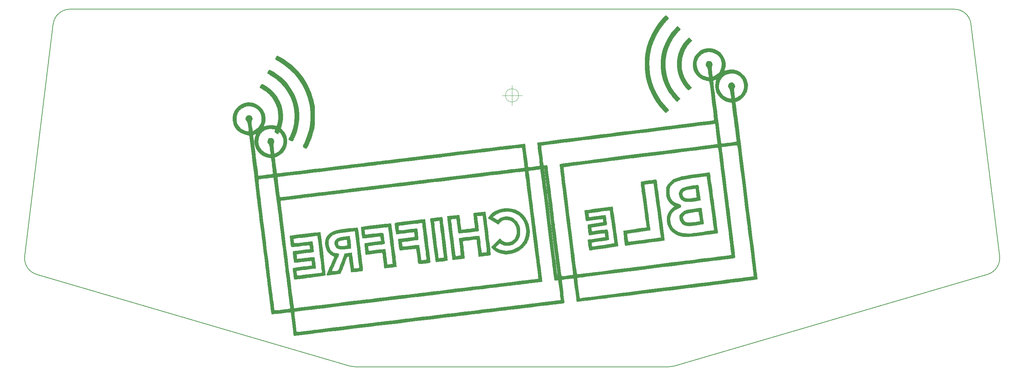
<source format=gbr>
%TF.GenerationSoftware,KiCad,Pcbnew,(5.1.10-1-10_14)*%
%TF.CreationDate,2021-09-26T20:25:07-05:00*%
%TF.ProjectId,LeChiffreBLE_Single_Side,4c654368-6966-4667-9265-424c455f5369,rev?*%
%TF.SameCoordinates,Original*%
%TF.FileFunction,Legend,Bot*%
%TF.FilePolarity,Positive*%
%FSLAX46Y46*%
G04 Gerber Fmt 4.6, Leading zero omitted, Abs format (unit mm)*
G04 Created by KiCad (PCBNEW (5.1.10-1-10_14)) date 2021-09-26 20:25:07*
%MOMM*%
%LPD*%
G01*
G04 APERTURE LIST*
%TA.AperFunction,Profile*%
%ADD10C,0.152000*%
%TD*%
%TA.AperFunction,Profile*%
%ADD11C,0.100000*%
%TD*%
%ADD12C,0.010000*%
G04 APERTURE END LIST*
D10*
X30724319Y-129889391D02*
X109245812Y-152889284D01*
X190227091Y-152889420D02*
X268787470Y-129887957D01*
X190227090Y-152889421D02*
G75*
G02*
X189043077Y-153059189I-1184013J4043940D01*
G01*
X110430291Y-153059189D02*
G75*
G02*
X109245812Y-152889284I0J4213708D01*
G01*
X110430291Y-153059189D02*
X189043077Y-153059189D01*
X34872010Y-67071010D02*
G75*
G02*
X39054379Y-63370255I4182369J-512953D01*
G01*
X149754177Y-63370255D02*
X39054379Y-63370255D01*
X260454219Y-63370255D02*
X149754177Y-63370255D01*
X260454219Y-63370255D02*
G75*
G02*
X264636555Y-67070738I0J-4213708D01*
G01*
X271785793Y-125330793D02*
X264636555Y-67070738D01*
X271785792Y-125330793D02*
G75*
G02*
X268787470Y-129887957I-4182335J-513225D01*
G01*
X30724319Y-129889391D02*
G75*
G02*
X27726429Y-125332635I1184479J4043803D01*
G01*
X34872010Y-67071010D02*
X27726429Y-125332635D01*
D11*
X151416666Y-84985000D02*
G75*
G03*
X151416666Y-84985000I-1666666J0D01*
G01*
X147250000Y-84985000D02*
X152250000Y-84985000D01*
X149750000Y-82485000D02*
X149750000Y-87485000D01*
D12*
%TO.C,G\u002A\u002A\u002A*%
G36*
X198589449Y-73147104D02*
G01*
X197757858Y-73336023D01*
X196964928Y-73710688D01*
X196530644Y-74015142D01*
X195957914Y-74582057D01*
X195485413Y-75267729D01*
X195162949Y-75999501D01*
X195156792Y-76019209D01*
X194985893Y-76891919D01*
X195003983Y-77746008D01*
X195196886Y-78559043D01*
X195550427Y-79308588D01*
X196050430Y-79972208D01*
X196682720Y-80527469D01*
X197433122Y-80951936D01*
X198287460Y-81223174D01*
X198465956Y-81256465D01*
X198819567Y-81323518D01*
X199020791Y-81394461D01*
X199119175Y-81495840D01*
X199159391Y-81628008D01*
X199190728Y-81825324D01*
X199241219Y-82187984D01*
X199307950Y-82692042D01*
X199388010Y-83313550D01*
X199478485Y-84028561D01*
X199576464Y-84813128D01*
X199679032Y-85643304D01*
X199783277Y-86495141D01*
X199886287Y-87344693D01*
X199985148Y-88168012D01*
X200076948Y-88941151D01*
X200158775Y-89640164D01*
X200227714Y-90241102D01*
X200280855Y-90720018D01*
X200315283Y-91052967D01*
X200328086Y-91215999D01*
X200327119Y-91228392D01*
X200223882Y-91244276D01*
X199928150Y-91284187D01*
X199449064Y-91346966D01*
X198795763Y-91431457D01*
X197977386Y-91536503D01*
X197003072Y-91660945D01*
X195881961Y-91803628D01*
X194623193Y-91963393D01*
X193235906Y-92139084D01*
X191729241Y-92329544D01*
X190112336Y-92533614D01*
X188394331Y-92750138D01*
X186584365Y-92977959D01*
X184691578Y-93215920D01*
X182725109Y-93462862D01*
X180694098Y-93717630D01*
X178607683Y-93979065D01*
X178188010Y-94031618D01*
X176091806Y-94294208D01*
X174049252Y-94550320D01*
X172069483Y-94798800D01*
X170161634Y-95038492D01*
X168334840Y-95268240D01*
X166598237Y-95486891D01*
X164960960Y-95693288D01*
X163432145Y-95886276D01*
X162020926Y-96064700D01*
X160736440Y-96227405D01*
X159587820Y-96373236D01*
X158584203Y-96501037D01*
X157734724Y-96609654D01*
X157048518Y-96697931D01*
X156534720Y-96764713D01*
X156202466Y-96808845D01*
X156060890Y-96829171D01*
X156056264Y-96830275D01*
X156059873Y-96935215D01*
X156086734Y-97216015D01*
X156133924Y-97647025D01*
X156198521Y-98202597D01*
X156277602Y-98857083D01*
X156368245Y-99584834D01*
X156386873Y-99731947D01*
X156479519Y-100470856D01*
X156561361Y-101141396D01*
X156629449Y-101717933D01*
X156680834Y-102174830D01*
X156712565Y-102486450D01*
X156721694Y-102627158D01*
X156720601Y-102632486D01*
X156611029Y-102659163D01*
X156344165Y-102702646D01*
X155963458Y-102757434D01*
X155512361Y-102818027D01*
X155034325Y-102878926D01*
X154572801Y-102934630D01*
X154171241Y-102979639D01*
X153873096Y-103008452D01*
X153721818Y-103015571D01*
X153712038Y-103013316D01*
X153689390Y-102907265D01*
X153645541Y-102625016D01*
X153584000Y-102192061D01*
X153508280Y-101633892D01*
X153421891Y-100976001D01*
X153328345Y-100243882D01*
X153304643Y-100055371D01*
X152938420Y-97133210D01*
X152583815Y-97157546D01*
X152417508Y-97174154D01*
X152069409Y-97212974D01*
X151559435Y-97271660D01*
X150907505Y-97347865D01*
X150133537Y-97439242D01*
X149257448Y-97543445D01*
X148299158Y-97658127D01*
X147278583Y-97780943D01*
X146742810Y-97845677D01*
X145644029Y-97978525D01*
X144553774Y-98110166D01*
X143498610Y-98237405D01*
X142505098Y-98357047D01*
X141599801Y-98465895D01*
X140809281Y-98560755D01*
X140160101Y-98638430D01*
X139678823Y-98695725D01*
X139580010Y-98707415D01*
X139256936Y-98745867D01*
X138745385Y-98807156D01*
X138058606Y-98889683D01*
X137209846Y-98991848D01*
X136212355Y-99112049D01*
X135079381Y-99248687D01*
X133824171Y-99400161D01*
X132459975Y-99564870D01*
X131000041Y-99741215D01*
X129457616Y-99927594D01*
X127845950Y-100122407D01*
X126178291Y-100324055D01*
X124467887Y-100530935D01*
X122727986Y-100741448D01*
X120971837Y-100953994D01*
X119212688Y-101166972D01*
X117463788Y-101378782D01*
X116466010Y-101499657D01*
X116038807Y-101551372D01*
X115450042Y-101622580D01*
X114739887Y-101708427D01*
X113948516Y-101804057D01*
X113116102Y-101904614D01*
X112282819Y-102005244D01*
X112249610Y-102009253D01*
X111417123Y-102109930D01*
X110583877Y-102210996D01*
X109790049Y-102307556D01*
X109075815Y-102394715D01*
X108481350Y-102467578D01*
X108046830Y-102521251D01*
X108033210Y-102522947D01*
X106889761Y-102664645D01*
X105684412Y-102812758D01*
X104432912Y-102965434D01*
X103151008Y-103120822D01*
X101854448Y-103277068D01*
X100558978Y-103432322D01*
X99280348Y-103584732D01*
X98034303Y-103732445D01*
X96836592Y-103873611D01*
X95702961Y-104006376D01*
X94649160Y-104128890D01*
X93690935Y-104239300D01*
X92844033Y-104335755D01*
X92124203Y-104416402D01*
X91547191Y-104479390D01*
X91128745Y-104522868D01*
X90884614Y-104544982D01*
X90825442Y-104546508D01*
X90798294Y-104436057D01*
X90752115Y-104162045D01*
X90691994Y-103762673D01*
X90623020Y-103276144D01*
X90550282Y-102740659D01*
X90478870Y-102194421D01*
X90413871Y-101675631D01*
X90360376Y-101222491D01*
X90323474Y-100873203D01*
X90308252Y-100665970D01*
X90308209Y-100663810D01*
X90365382Y-100474935D01*
X90467589Y-100435210D01*
X90717860Y-100372315D01*
X91067350Y-100204930D01*
X91464699Y-99965006D01*
X91858545Y-99684494D01*
X92197528Y-99395342D01*
X92290996Y-99300914D01*
X92822083Y-98590681D01*
X93184766Y-97792826D01*
X93371936Y-96940829D01*
X93373161Y-96705622D01*
X92514935Y-96705622D01*
X92388383Y-97416272D01*
X92110624Y-98084078D01*
X91690231Y-98677594D01*
X91135779Y-99165375D01*
X90583377Y-99465959D01*
X90340146Y-99546558D01*
X90187993Y-99557713D01*
X90170611Y-99545302D01*
X90142274Y-99419331D01*
X90098230Y-99135717D01*
X90044898Y-98738806D01*
X89997713Y-98351093D01*
X89942720Y-97849094D01*
X89917115Y-97501544D01*
X89922267Y-97261634D01*
X89959542Y-97082554D01*
X90030311Y-96917493D01*
X90040182Y-96898215D01*
X90144452Y-96509297D01*
X90073101Y-96149265D01*
X89853188Y-95861553D01*
X89511771Y-95689593D01*
X89268807Y-95660010D01*
X88983862Y-95689733D01*
X88799373Y-95815577D01*
X88677297Y-95990210D01*
X88501344Y-96412213D01*
X88521067Y-96784460D01*
X88729983Y-97106273D01*
X88847713Y-97248649D01*
X88936708Y-97431861D01*
X89009356Y-97698715D01*
X89078042Y-98092015D01*
X89136383Y-98510668D01*
X89196458Y-98968772D01*
X89245280Y-99346054D01*
X89277534Y-99601114D01*
X89288010Y-99692150D01*
X89200554Y-99731777D01*
X88972442Y-99713793D01*
X88655055Y-99647000D01*
X88299778Y-99540203D01*
X88207871Y-99507093D01*
X87558198Y-99164424D01*
X86981786Y-98669432D01*
X86534661Y-98072262D01*
X86468283Y-97950088D01*
X86237774Y-97301243D01*
X86146918Y-96575141D01*
X86199389Y-95845521D01*
X86337865Y-95332758D01*
X86693603Y-94663684D01*
X87196517Y-94113951D01*
X87819594Y-93698261D01*
X88535825Y-93431314D01*
X89318200Y-93327812D01*
X89946941Y-93368478D01*
X90227448Y-93423554D01*
X90361302Y-93512969D01*
X90370601Y-93685502D01*
X90277444Y-93989931D01*
X90255861Y-94050371D01*
X90310957Y-94181749D01*
X90536208Y-94348035D01*
X90663371Y-94416802D01*
X91119898Y-94646795D01*
X91237461Y-94388771D01*
X91344163Y-94216701D01*
X91465727Y-94185691D01*
X91631134Y-94306315D01*
X91869362Y-94589146D01*
X91901606Y-94631069D01*
X92280120Y-95281575D01*
X92481705Y-95983574D01*
X92514935Y-96705622D01*
X93373161Y-96705622D01*
X93376483Y-96068170D01*
X93191299Y-95208331D01*
X93171937Y-95152010D01*
X92956571Y-94650728D01*
X92665174Y-94193949D01*
X92251086Y-93709673D01*
X92207176Y-93663298D01*
X91805111Y-93241386D01*
X91964994Y-92748898D01*
X92170600Y-91902086D01*
X92288659Y-90941536D01*
X92317514Y-89937664D01*
X92255506Y-88960885D01*
X92100980Y-88081616D01*
X92077007Y-87989210D01*
X91893669Y-87433581D01*
X91629240Y-86788982D01*
X91319407Y-86132735D01*
X90999862Y-85542159D01*
X90802678Y-85228402D01*
X90375170Y-84673801D01*
X89838731Y-84083702D01*
X89259590Y-83525606D01*
X88703976Y-83067013D01*
X88627610Y-83011585D01*
X88226288Y-82741433D01*
X87822799Y-82495213D01*
X87462406Y-82298132D01*
X87190369Y-82175397D01*
X87075567Y-82147210D01*
X86986786Y-82224164D01*
X86851244Y-82411808D01*
X86708018Y-82645318D01*
X86596188Y-82859867D01*
X86554834Y-82990630D01*
X86559956Y-83002527D01*
X86658407Y-83062868D01*
X86890609Y-83198914D01*
X87213805Y-83385700D01*
X87357610Y-83468243D01*
X88139624Y-84003423D01*
X88901310Y-84684877D01*
X89590593Y-85458175D01*
X90155400Y-86268887D01*
X90322078Y-86566810D01*
X90748796Y-87495634D01*
X91027212Y-88380753D01*
X91175175Y-89295443D01*
X91211479Y-90218145D01*
X91189074Y-90847088D01*
X91134019Y-91425351D01*
X91052634Y-91922664D01*
X90951239Y-92308759D01*
X90836154Y-92553364D01*
X90713699Y-92626210D01*
X90708907Y-92625165D01*
X89853972Y-92470105D01*
X89066839Y-92442068D01*
X88451800Y-92527743D01*
X88091534Y-92622069D01*
X87794012Y-92707952D01*
X87643602Y-92759230D01*
X87553808Y-92781470D01*
X87534890Y-92717607D01*
X87589353Y-92530150D01*
X87674206Y-92300766D01*
X87899828Y-91441526D01*
X87925961Y-90834010D01*
X87000139Y-90834010D01*
X86992074Y-91306094D01*
X86959293Y-91643229D01*
X86888923Y-91913323D01*
X86768088Y-92184281D01*
X86730453Y-92256410D01*
X86493920Y-92630497D01*
X86203389Y-92996723D01*
X86070989Y-93134637D01*
X85808115Y-93353607D01*
X85497687Y-93568441D01*
X85188449Y-93751040D01*
X84929144Y-93873303D01*
X84768517Y-93907128D01*
X84748165Y-93897231D01*
X84715956Y-93782377D01*
X84666198Y-93508255D01*
X84605969Y-93117301D01*
X84548958Y-92702901D01*
X84485987Y-92198752D01*
X84453495Y-91850364D01*
X84452213Y-91612487D01*
X84482871Y-91439872D01*
X84546199Y-91287269D01*
X84572616Y-91236881D01*
X84679469Y-90859099D01*
X84620323Y-90496666D01*
X84422398Y-90197808D01*
X84112914Y-90010749D01*
X83858653Y-89971965D01*
X83571323Y-90000371D01*
X83369411Y-90114322D01*
X83168773Y-90362288D01*
X83160721Y-90374016D01*
X83013087Y-90683335D01*
X83030421Y-90979725D01*
X83217802Y-91317204D01*
X83253959Y-91365657D01*
X83397243Y-91596593D01*
X83505790Y-91888897D01*
X83595329Y-92294316D01*
X83658384Y-92696047D01*
X83736191Y-93246095D01*
X83782118Y-93624358D01*
X83789528Y-93860679D01*
X83751784Y-93984901D01*
X83662247Y-94026864D01*
X83514282Y-94016411D01*
X83369810Y-93993487D01*
X83022134Y-93907491D01*
X82617675Y-93762955D01*
X82413699Y-93672676D01*
X81820376Y-93282958D01*
X81305503Y-92745733D01*
X80921482Y-92116446D01*
X80741927Y-91520810D01*
X80687618Y-90841019D01*
X80756779Y-90151520D01*
X80947632Y-89526761D01*
X80985236Y-89446098D01*
X81420949Y-88774216D01*
X81982598Y-88247791D01*
X82643260Y-87878405D01*
X83376007Y-87677639D01*
X84153914Y-87657072D01*
X84833699Y-87790881D01*
X85473727Y-88081849D01*
X86061661Y-88532908D01*
X86546797Y-89100956D01*
X86727295Y-89400678D01*
X86863606Y-89686987D01*
X86945749Y-89953550D01*
X86986779Y-90268948D01*
X86999751Y-90701761D01*
X87000139Y-90834010D01*
X87925961Y-90834010D01*
X87936547Y-90587932D01*
X87797867Y-89763530D01*
X87497296Y-88991865D01*
X87048340Y-88296481D01*
X86464504Y-87700922D01*
X85759296Y-87228733D01*
X84946221Y-86903458D01*
X84522496Y-86806583D01*
X83650190Y-86752718D01*
X82797994Y-86892310D01*
X81993718Y-87215761D01*
X81265174Y-87713473D01*
X80911826Y-88052624D01*
X80342708Y-88797581D01*
X79968755Y-89593178D01*
X79791576Y-90434271D01*
X79812782Y-91315718D01*
X79838474Y-91482194D01*
X80088495Y-92361361D01*
X80506802Y-93136055D01*
X81080016Y-93792836D01*
X81794754Y-94318263D01*
X82637634Y-94698894D01*
X83192010Y-94850621D01*
X83954010Y-95014054D01*
X84582796Y-100137632D01*
X84724440Y-101294209D01*
X84874004Y-102519795D01*
X85026537Y-103773542D01*
X85177088Y-105014604D01*
X85320708Y-106202135D01*
X85452445Y-107295288D01*
X85567350Y-108253216D01*
X85628573Y-108766410D01*
X85723623Y-109561219D01*
X85833653Y-110474137D01*
X85956144Y-111484763D01*
X86088578Y-112572694D01*
X86228434Y-113717527D01*
X86373193Y-114898861D01*
X86520335Y-116096293D01*
X86667342Y-117289421D01*
X86811693Y-118457843D01*
X86950870Y-119581157D01*
X87082352Y-120638961D01*
X87203621Y-121610852D01*
X87312157Y-122476427D01*
X87405440Y-123215286D01*
X87480951Y-123807026D01*
X87536171Y-124231244D01*
X87560732Y-124412810D01*
X87592830Y-124653840D01*
X87647074Y-125074590D01*
X87720728Y-125653108D01*
X87811058Y-126367443D01*
X87915329Y-127195642D01*
X88030807Y-128115754D01*
X88154756Y-129105828D01*
X88284443Y-130143912D01*
X88417132Y-131208054D01*
X88550089Y-132276304D01*
X88680579Y-133326708D01*
X88805867Y-134337316D01*
X88923219Y-135286176D01*
X89029900Y-136151337D01*
X89123175Y-136910847D01*
X89200309Y-137542754D01*
X89258569Y-138025107D01*
X89294766Y-138332010D01*
X89371583Y-138963991D01*
X89436953Y-139412344D01*
X89494420Y-139696085D01*
X89547531Y-139834231D01*
X89578718Y-139855146D01*
X89694911Y-139842936D01*
X89981385Y-139809371D01*
X90406781Y-139758229D01*
X90939737Y-139693286D01*
X91548896Y-139618317D01*
X91675610Y-139602638D01*
X92316124Y-139525119D01*
X92905682Y-139457131D01*
X93407802Y-139402616D01*
X93786000Y-139365516D01*
X94003794Y-139349774D01*
X94018217Y-139349502D01*
X94328824Y-139348010D01*
X94661723Y-142116610D01*
X94751100Y-142851750D01*
X94835003Y-143526500D01*
X94909798Y-144112819D01*
X94971848Y-144582663D01*
X95017517Y-144907989D01*
X95043169Y-145060754D01*
X95043763Y-145063010D01*
X95052497Y-145113959D01*
X95060736Y-145155302D01*
X95087379Y-145185658D01*
X95151326Y-145203648D01*
X95271478Y-145207892D01*
X95466735Y-145197010D01*
X95755997Y-145169620D01*
X96158163Y-145124345D01*
X96692134Y-145059803D01*
X97376811Y-144974614D01*
X98231092Y-144867399D01*
X98940010Y-144778517D01*
X99657045Y-144689318D01*
X100547868Y-144579386D01*
X101584510Y-144452130D01*
X102738998Y-144310956D01*
X103983360Y-144159275D01*
X105289625Y-144000492D01*
X106629822Y-143838017D01*
X107975978Y-143675257D01*
X109300123Y-143515621D01*
X109709610Y-143466358D01*
X111134071Y-143294972D01*
X112676951Y-143109142D01*
X114297558Y-142913782D01*
X115955194Y-142713805D01*
X117609166Y-142514122D01*
X119218779Y-142319648D01*
X120743338Y-142135294D01*
X122142147Y-141965974D01*
X123222410Y-141835050D01*
X125778636Y-141525103D01*
X128211619Y-141230269D01*
X130512230Y-140951650D01*
X132671338Y-140690352D01*
X134679815Y-140447476D01*
X136528530Y-140224128D01*
X138208353Y-140021411D01*
X139710155Y-139840429D01*
X141024807Y-139682285D01*
X141713610Y-139599583D01*
X142493069Y-139505940D01*
X143429719Y-139393192D01*
X144479030Y-139266710D01*
X145596474Y-139131868D01*
X146737520Y-138994040D01*
X147857640Y-138858598D01*
X148876410Y-138735265D01*
X150815913Y-138500368D01*
X152626053Y-138281268D01*
X154299894Y-138078802D01*
X155830496Y-137893806D01*
X157210921Y-137727117D01*
X158434230Y-137579571D01*
X159493485Y-137452005D01*
X160381747Y-137345256D01*
X161092077Y-137260161D01*
X161617537Y-137197555D01*
X161951187Y-137158276D01*
X162033610Y-137148805D01*
X162364064Y-137102895D01*
X162615513Y-137052454D01*
X162703005Y-137023037D01*
X162730559Y-136923577D01*
X162729315Y-136666190D01*
X162706163Y-136347148D01*
X161907292Y-136347148D01*
X161803645Y-136362669D01*
X161524713Y-136398976D01*
X161096981Y-136452771D01*
X160546931Y-136520756D01*
X159901046Y-136599632D01*
X159188810Y-136685740D01*
X157579086Y-136879482D01*
X155907487Y-137080774D01*
X154189821Y-137287709D01*
X152441895Y-137498378D01*
X150679515Y-137710870D01*
X148918490Y-137923278D01*
X147174625Y-138133693D01*
X145463728Y-138340205D01*
X143801605Y-138540905D01*
X142204064Y-138733886D01*
X140686911Y-138917237D01*
X139265954Y-139089050D01*
X137956999Y-139247415D01*
X136775853Y-139390425D01*
X135738323Y-139516169D01*
X134860217Y-139622740D01*
X134157340Y-139708228D01*
X133788810Y-139753188D01*
X133041002Y-139844382D01*
X132124794Y-139955769D01*
X131073535Y-140083313D01*
X129920576Y-140222978D01*
X128699266Y-140370727D01*
X127442956Y-140522524D01*
X126184996Y-140674333D01*
X124958735Y-140822118D01*
X124543210Y-140872144D01*
X123335934Y-141017500D01*
X122085287Y-141168170D01*
X120824617Y-141320130D01*
X119587273Y-141469356D01*
X118406606Y-141611827D01*
X117315963Y-141743517D01*
X116348695Y-141860403D01*
X115538149Y-141958463D01*
X115297610Y-141987597D01*
X114363840Y-142100722D01*
X113283894Y-142231530D01*
X112113326Y-142373292D01*
X110907690Y-142519282D01*
X109722540Y-142662772D01*
X108613428Y-142797036D01*
X108134810Y-142854967D01*
X107056154Y-142985853D01*
X105837153Y-143134338D01*
X104539109Y-143292919D01*
X103223320Y-143454092D01*
X101951087Y-143610354D01*
X100783709Y-143754202D01*
X100311610Y-143812553D01*
X99425168Y-143921593D01*
X98592322Y-144022800D01*
X97836866Y-144113376D01*
X97182591Y-144190521D01*
X96653288Y-144251436D01*
X96272751Y-144293323D01*
X96064771Y-144313381D01*
X96044410Y-144314591D01*
X95739610Y-144326323D01*
X95456950Y-141964166D01*
X95376623Y-141283041D01*
X95305453Y-140660654D01*
X95246837Y-140128303D01*
X95204177Y-139717288D01*
X95180872Y-139458908D01*
X95177550Y-139392083D01*
X95197479Y-139293135D01*
X95278101Y-139222038D01*
X95456114Y-139166686D01*
X95768219Y-139114974D01*
X96171410Y-139064234D01*
X96457033Y-139030018D01*
X96922396Y-138974001D01*
X97545517Y-138898839D01*
X98304414Y-138807189D01*
X99177105Y-138701709D01*
X100141608Y-138585053D01*
X101175941Y-138459880D01*
X102258120Y-138328846D01*
X103004010Y-138238489D01*
X105267479Y-137964260D01*
X107345332Y-137712552D01*
X109253674Y-137481420D01*
X111008612Y-137268919D01*
X112626252Y-137073101D01*
X114122697Y-136892020D01*
X115514056Y-136723732D01*
X116816432Y-136566288D01*
X118045932Y-136417744D01*
X119218661Y-136276154D01*
X120350725Y-136139570D01*
X121458230Y-136006048D01*
X122557280Y-135873640D01*
X123663983Y-135740401D01*
X124794443Y-135604385D01*
X125964766Y-135463646D01*
X126626010Y-135384153D01*
X127450672Y-135284917D01*
X128436517Y-135166107D01*
X129543009Y-135032617D01*
X130729610Y-134889344D01*
X131955784Y-134741183D01*
X133180992Y-134593030D01*
X134364699Y-134449780D01*
X135008010Y-134371870D01*
X136090437Y-134240781D01*
X137188285Y-134107901D01*
X138269614Y-133977089D01*
X139302485Y-133852208D01*
X140254957Y-133737117D01*
X141095092Y-133635679D01*
X141790948Y-133551753D01*
X142221610Y-133499897D01*
X142872538Y-133421413D01*
X143680136Y-133323721D01*
X144599377Y-133212287D01*
X145585234Y-133092576D01*
X146592681Y-132970054D01*
X147576691Y-132850185D01*
X148012810Y-132796984D01*
X149014400Y-132675040D01*
X150099045Y-132543503D01*
X151213183Y-132408833D01*
X152303256Y-132277492D01*
X153315701Y-132155939D01*
X154196959Y-132050636D01*
X154439742Y-132021754D01*
X157259873Y-131686725D01*
X157208647Y-131377167D01*
X157185980Y-131214168D01*
X157152896Y-130958754D01*
X156325242Y-130958754D01*
X156324677Y-130965873D01*
X156306670Y-130971930D01*
X156256102Y-130981517D01*
X156162791Y-130995881D01*
X156016550Y-131016270D01*
X155807196Y-131043935D01*
X155524544Y-131080124D01*
X155158409Y-131126085D01*
X154698606Y-131183067D01*
X154134951Y-131252319D01*
X153457260Y-131335090D01*
X152655347Y-131432628D01*
X151719028Y-131546182D01*
X150638118Y-131677001D01*
X149402433Y-131826334D01*
X148001789Y-131995429D01*
X146426000Y-132185536D01*
X144664881Y-132397902D01*
X143491610Y-132539347D01*
X142348752Y-132677224D01*
X141144700Y-132822678D01*
X139919133Y-132970902D01*
X138711730Y-133117091D01*
X137562169Y-133256439D01*
X136510129Y-133384140D01*
X135595290Y-133495388D01*
X135109610Y-133554575D01*
X133894280Y-133702678D01*
X132653381Y-133853586D01*
X131407132Y-134004861D01*
X130175753Y-134154065D01*
X128979462Y-134298760D01*
X127838478Y-134436509D01*
X126773022Y-134564872D01*
X125803311Y-134681413D01*
X124949565Y-134783693D01*
X124232003Y-134869274D01*
X123670845Y-134935718D01*
X123286309Y-134980589D01*
X123222410Y-134987892D01*
X122839034Y-135032697D01*
X122304994Y-135096882D01*
X121671211Y-135174235D01*
X120988604Y-135258546D01*
X120377610Y-135334864D01*
X119689588Y-135420706D01*
X119000133Y-135505654D01*
X118361567Y-135583338D01*
X117826213Y-135647387D01*
X117482010Y-135687415D01*
X117197439Y-135720470D01*
X116735194Y-135775166D01*
X116119316Y-135848617D01*
X115373845Y-135937936D01*
X114522823Y-136040239D01*
X113590291Y-136152640D01*
X112600288Y-136272252D01*
X111576856Y-136396191D01*
X111538410Y-136400853D01*
X110366615Y-136542743D01*
X109041836Y-136702819D01*
X107612864Y-136875206D01*
X106128484Y-137054029D01*
X104637486Y-137233414D01*
X103188657Y-137407485D01*
X101830786Y-137570368D01*
X100972010Y-137673208D01*
X99930264Y-137798090D01*
X98946951Y-137916418D01*
X98040978Y-138025887D01*
X97231251Y-138124191D01*
X96536678Y-138209024D01*
X95976165Y-138278080D01*
X95568617Y-138329053D01*
X95332943Y-138359637D01*
X95282410Y-138367134D01*
X95105746Y-138361914D01*
X95061886Y-138339865D01*
X95041259Y-138233771D01*
X95004996Y-137990257D01*
X94150209Y-137990257D01*
X94147425Y-138252987D01*
X94102001Y-138416900D01*
X94008413Y-138507833D01*
X93861134Y-138551620D01*
X93654638Y-138574098D01*
X93479010Y-138590246D01*
X93051876Y-138638211D01*
X92519799Y-138703069D01*
X91978999Y-138772983D01*
X91828010Y-138793368D01*
X91361836Y-138850179D01*
X90931139Y-138890582D01*
X90603384Y-138908720D01*
X90507210Y-138908045D01*
X90265991Y-138876872D01*
X90159049Y-138771832D01*
X90118961Y-138535210D01*
X90102876Y-138396116D01*
X90062904Y-138066412D01*
X90000413Y-137557112D01*
X89916773Y-136879230D01*
X89813355Y-136043779D01*
X89691529Y-135061774D01*
X89552664Y-133944229D01*
X89398131Y-132702157D01*
X89229299Y-131346572D01*
X89047539Y-129888488D01*
X88854221Y-128338920D01*
X88650714Y-126708881D01*
X88438389Y-125009384D01*
X88218616Y-123251445D01*
X88077942Y-122126810D01*
X87812566Y-120004309D01*
X87571690Y-118074395D01*
X87354282Y-116328066D01*
X87159311Y-114756317D01*
X86985745Y-113350146D01*
X86832554Y-112100551D01*
X86698705Y-110998528D01*
X86583167Y-110035075D01*
X86484910Y-109201188D01*
X86402901Y-108487865D01*
X86336109Y-107886103D01*
X86283503Y-107386899D01*
X86244051Y-106981250D01*
X86216723Y-106660153D01*
X86200486Y-106414605D01*
X86194310Y-106235604D01*
X86197163Y-106114146D01*
X86208013Y-106041229D01*
X86225829Y-106007850D01*
X86230991Y-106004737D01*
X86386671Y-105967670D01*
X86695032Y-105916498D01*
X87117032Y-105855872D01*
X87613628Y-105790444D01*
X88145776Y-105724866D01*
X88674434Y-105663789D01*
X89160560Y-105611865D01*
X89565109Y-105573746D01*
X89849040Y-105554083D01*
X89973310Y-105557528D01*
X89974936Y-105558668D01*
X90000652Y-105668801D01*
X90047584Y-105953588D01*
X90111841Y-106386038D01*
X90189528Y-106939164D01*
X90276753Y-107585975D01*
X90364419Y-108258851D01*
X90457146Y-108971259D01*
X90543922Y-109617214D01*
X90620850Y-110169339D01*
X90684034Y-110600257D01*
X90729579Y-110882591D01*
X90752796Y-110987995D01*
X90774526Y-111101524D01*
X90818277Y-111397119D01*
X90881470Y-111855139D01*
X90961523Y-112455945D01*
X91055855Y-113179898D01*
X91161884Y-114007356D01*
X91277030Y-114918682D01*
X91398710Y-115894234D01*
X91416509Y-116037961D01*
X91544116Y-117067813D01*
X91669230Y-118074654D01*
X91788628Y-119032750D01*
X91899089Y-119916365D01*
X91997389Y-120699762D01*
X92080306Y-121357207D01*
X92144617Y-121862963D01*
X92185296Y-122177610D01*
X92227036Y-122500672D01*
X92290818Y-123002163D01*
X92373728Y-123658849D01*
X92472854Y-124447496D01*
X92585282Y-125344872D01*
X92708101Y-126327743D01*
X92838398Y-127372876D01*
X92973258Y-128457037D01*
X93045104Y-129035610D01*
X93183451Y-130149660D01*
X93320504Y-131251889D01*
X93453084Y-132316801D01*
X93578007Y-133318904D01*
X93692093Y-134232704D01*
X93792160Y-135032707D01*
X93875026Y-135693418D01*
X93937511Y-136189345D01*
X93957986Y-136350810D01*
X94049964Y-137065004D01*
X94115880Y-137602874D01*
X94150209Y-137990257D01*
X95004996Y-137990257D01*
X94997182Y-137937792D01*
X94931175Y-137463699D01*
X94844763Y-136823267D01*
X94739469Y-136028269D01*
X94616815Y-135090477D01*
X94478325Y-134021666D01*
X94325522Y-132833608D01*
X94159928Y-131538076D01*
X93983068Y-130146844D01*
X93796464Y-128671686D01*
X93601639Y-127124373D01*
X93400116Y-125516681D01*
X93319306Y-124870010D01*
X93116570Y-123241832D01*
X92921835Y-121669275D01*
X92736507Y-120164117D01*
X92561990Y-118738136D01*
X92399692Y-117403109D01*
X92251016Y-116170816D01*
X92117368Y-115053033D01*
X92000154Y-114061540D01*
X91900779Y-113208113D01*
X91820649Y-112504533D01*
X91761168Y-111962575D01*
X91723743Y-111594019D01*
X91709778Y-111410642D01*
X91711031Y-111391823D01*
X91831491Y-111355267D01*
X92113995Y-111302851D01*
X92518622Y-111241096D01*
X93005453Y-111176526D01*
X93098010Y-111165194D01*
X93692233Y-111093299D01*
X94409136Y-111006446D01*
X95169686Y-110914218D01*
X95894848Y-110826196D01*
X96095210Y-110801855D01*
X96754288Y-110722101D01*
X97545210Y-110626912D01*
X98398023Y-110524676D01*
X99242773Y-110423781D01*
X99905210Y-110344986D01*
X100431020Y-110282321D01*
X101129427Y-110198669D01*
X101971312Y-110097537D01*
X102927554Y-109982434D01*
X103969034Y-109856869D01*
X105066630Y-109724350D01*
X106191223Y-109588387D01*
X107313693Y-109452487D01*
X107525210Y-109426855D01*
X108980601Y-109250528D01*
X110595511Y-109054997D01*
X112340767Y-108843788D01*
X114187190Y-108620425D01*
X116105605Y-108388435D01*
X118066835Y-108151345D01*
X120041704Y-107912678D01*
X122001036Y-107675962D01*
X123915655Y-107444723D01*
X125756383Y-107222485D01*
X127494046Y-107012775D01*
X129099465Y-106819119D01*
X130543466Y-106645042D01*
X131045610Y-106584541D01*
X133180690Y-106327157D01*
X135432638Y-106055347D01*
X137744746Y-105775968D01*
X140060305Y-105495878D01*
X142322606Y-105221935D01*
X144474939Y-104960998D01*
X145726810Y-104809057D01*
X147118436Y-104640299D01*
X148321736Y-104494959D01*
X149350056Y-104371559D01*
X150216739Y-104268622D01*
X150935130Y-104184670D01*
X151518573Y-104118225D01*
X151980412Y-104067810D01*
X152333991Y-104031945D01*
X152592655Y-104009155D01*
X152769748Y-103997961D01*
X152878613Y-103996884D01*
X152932595Y-104004449D01*
X152942266Y-104009998D01*
X152961320Y-104115264D01*
X153003429Y-104407689D01*
X153066804Y-104873004D01*
X153149653Y-105496942D01*
X153250187Y-106265232D01*
X153366614Y-107163606D01*
X153497144Y-108177795D01*
X153639987Y-109293530D01*
X153793353Y-110496542D01*
X153955451Y-111772562D01*
X154124490Y-113107322D01*
X154298680Y-114486552D01*
X154476230Y-115895983D01*
X154655351Y-117321347D01*
X154834251Y-118748375D01*
X155011141Y-120162797D01*
X155184229Y-121550344D01*
X155351725Y-122896749D01*
X155511840Y-124187741D01*
X155662781Y-125409053D01*
X155802760Y-126546414D01*
X155929984Y-127585557D01*
X156042665Y-128512211D01*
X156139011Y-129312109D01*
X156217233Y-129970981D01*
X156275539Y-130474559D01*
X156312139Y-130808573D01*
X156325242Y-130958754D01*
X157152896Y-130958754D01*
X157141575Y-130871354D01*
X157078165Y-130370632D01*
X156998482Y-129733910D01*
X156905258Y-128983092D01*
X156801227Y-128140087D01*
X156689119Y-127226800D01*
X156599763Y-126495610D01*
X156478497Y-125503680D01*
X156359197Y-124532111D01*
X156245276Y-123608392D01*
X156140145Y-122760014D01*
X156047216Y-122014465D01*
X155969902Y-121399236D01*
X155911613Y-120941815D01*
X155887280Y-120755210D01*
X155825821Y-120284894D01*
X155746398Y-119666794D01*
X155651257Y-118919051D01*
X155542644Y-118059804D01*
X155422807Y-117107194D01*
X155293990Y-116079360D01*
X155158440Y-114994442D01*
X155018402Y-113870581D01*
X154876124Y-112725916D01*
X154733851Y-111578588D01*
X154593829Y-110446736D01*
X154458304Y-109348501D01*
X154329522Y-108302022D01*
X154209730Y-107325439D01*
X154101174Y-106436893D01*
X154006099Y-105654524D01*
X153926752Y-104996471D01*
X153865378Y-104480874D01*
X153824225Y-104125874D01*
X153805538Y-103949610D01*
X153804636Y-103935256D01*
X153898386Y-103892005D01*
X154151557Y-103833911D01*
X154521434Y-103766901D01*
X154965301Y-103696900D01*
X155440443Y-103629836D01*
X155904145Y-103571635D01*
X156313693Y-103528224D01*
X156626370Y-103505527D01*
X156799461Y-103509473D01*
X156818213Y-103517145D01*
X156834687Y-103619858D01*
X156874467Y-103910158D01*
X156935786Y-104373981D01*
X157016877Y-104997266D01*
X157115975Y-105765953D01*
X157231311Y-106665979D01*
X157361121Y-107683283D01*
X157503638Y-108803803D01*
X157657095Y-110013477D01*
X157819726Y-111298245D01*
X157989764Y-112644043D01*
X158165443Y-114036812D01*
X158344997Y-115462488D01*
X158526659Y-116907011D01*
X158708663Y-118356319D01*
X158889243Y-119796351D01*
X159066631Y-121213044D01*
X159239062Y-122592337D01*
X159404769Y-123920169D01*
X159561985Y-125182477D01*
X159708945Y-126365201D01*
X159843882Y-127454279D01*
X159965029Y-128435649D01*
X160070620Y-129295249D01*
X160158889Y-130019019D01*
X160228068Y-130592895D01*
X160276393Y-131002817D01*
X160302096Y-131234724D01*
X160305950Y-131281295D01*
X160402273Y-131347111D01*
X160684077Y-131354815D01*
X160814411Y-131344569D01*
X161103235Y-131332730D01*
X161287330Y-131355760D01*
X161322553Y-131384883D01*
X161334783Y-131506756D01*
X161369057Y-131801369D01*
X161421877Y-132239874D01*
X161489743Y-132793424D01*
X161569155Y-133433169D01*
X161628034Y-133903261D01*
X161711980Y-134579933D01*
X161784956Y-135185270D01*
X161843798Y-135691573D01*
X161885340Y-136071142D01*
X161906416Y-136296275D01*
X161907292Y-136347148D01*
X162706163Y-136347148D01*
X162698498Y-136241533D01*
X162637330Y-135640265D01*
X162545036Y-134853042D01*
X162478364Y-134318810D01*
X162387690Y-133595812D01*
X162306013Y-132928288D01*
X162236831Y-132346140D01*
X162183640Y-131879271D01*
X162149936Y-131557586D01*
X162139170Y-131418056D01*
X162143087Y-131317103D01*
X162178607Y-131242329D01*
X162276018Y-131184774D01*
X162465606Y-131135477D01*
X162777660Y-131085481D01*
X163242468Y-131025826D01*
X163619308Y-130980220D01*
X164143346Y-130919379D01*
X164590341Y-130871759D01*
X164924167Y-130840875D01*
X165108694Y-130830239D01*
X165133377Y-130832974D01*
X165153233Y-130937896D01*
X165194568Y-131218872D01*
X165253937Y-131650293D01*
X165327893Y-132206546D01*
X165412991Y-132862020D01*
X165505787Y-133591105D01*
X165525560Y-133748223D01*
X165620483Y-134490872D01*
X165709994Y-135166523D01*
X165790408Y-135749268D01*
X165858041Y-136213199D01*
X165909207Y-136532408D01*
X165940222Y-136680988D01*
X165943677Y-136687943D01*
X166047854Y-136680662D01*
X166342609Y-136649308D01*
X166816919Y-136595255D01*
X167459764Y-136519876D01*
X168260120Y-136424546D01*
X169206966Y-136310638D01*
X170289280Y-136179525D01*
X171496038Y-136032582D01*
X172816220Y-135871182D01*
X174238802Y-135696699D01*
X175752763Y-135510507D01*
X177347081Y-135313979D01*
X179010733Y-135108488D01*
X180732698Y-134895410D01*
X182501952Y-134676117D01*
X184307475Y-134451984D01*
X186138243Y-134224383D01*
X187983234Y-133994689D01*
X189831427Y-133764275D01*
X191671800Y-133534515D01*
X193493329Y-133306784D01*
X195284993Y-133082453D01*
X197035770Y-132862898D01*
X198734638Y-132649492D01*
X200370574Y-132443609D01*
X201932556Y-132246622D01*
X203409563Y-132059906D01*
X204790571Y-131884833D01*
X206064559Y-131722778D01*
X207220505Y-131575114D01*
X208247386Y-131443215D01*
X209134180Y-131328455D01*
X209869866Y-131232207D01*
X210443420Y-131155846D01*
X210843821Y-131100744D01*
X211060047Y-131068277D01*
X211096686Y-131060400D01*
X211104053Y-130945704D01*
X211087564Y-130667735D01*
X211060837Y-130377839D01*
X210250764Y-130377839D01*
X210149851Y-130392381D01*
X209856522Y-130431083D01*
X209379979Y-130492780D01*
X208729421Y-130576307D01*
X207914048Y-130680497D01*
X206943062Y-130804185D01*
X205825662Y-130946205D01*
X204571048Y-131105392D01*
X203188422Y-131280580D01*
X201686982Y-131470602D01*
X200075931Y-131674295D01*
X198364466Y-131890491D01*
X196561790Y-132118025D01*
X194677103Y-132355732D01*
X192719604Y-132602445D01*
X190698494Y-132856999D01*
X188622974Y-133118228D01*
X188495914Y-133134215D01*
X186416660Y-133395832D01*
X184390843Y-133650760D01*
X182427692Y-133897836D01*
X180536436Y-134135896D01*
X178726302Y-134363778D01*
X177006520Y-134580319D01*
X175386317Y-134784358D01*
X173874922Y-134974730D01*
X172481564Y-135150274D01*
X171215471Y-135309827D01*
X170085871Y-135452226D01*
X169101993Y-135576308D01*
X168273065Y-135680911D01*
X167608316Y-135764872D01*
X167116974Y-135827029D01*
X166808268Y-135866219D01*
X166691426Y-135881278D01*
X166690741Y-135881385D01*
X166633892Y-135800460D01*
X166576572Y-135584281D01*
X166564174Y-135512610D01*
X166533698Y-135296447D01*
X166483316Y-134915994D01*
X166417846Y-134408651D01*
X166342107Y-133811816D01*
X166260918Y-133162891D01*
X166246762Y-133048810D01*
X166167022Y-132415608D01*
X166093115Y-131847842D01*
X166029418Y-131377618D01*
X165980304Y-131037043D01*
X165950149Y-130858223D01*
X165946152Y-130842746D01*
X166003163Y-130739471D01*
X166220771Y-130665076D01*
X166229233Y-130663590D01*
X166362035Y-130645449D01*
X166686444Y-130603420D01*
X167192430Y-130538765D01*
X167869962Y-130452743D01*
X168039137Y-130431345D01*
X161146280Y-130431345D01*
X161145838Y-130439369D01*
X161068837Y-130489456D01*
X161059650Y-130483116D01*
X161042562Y-130379427D01*
X161001923Y-130085802D01*
X160939223Y-129613955D01*
X160855954Y-128975600D01*
X160753607Y-128182451D01*
X160633673Y-127246223D01*
X160497643Y-126178630D01*
X160347008Y-124991387D01*
X160183260Y-123696207D01*
X160007889Y-122304806D01*
X159822387Y-120828897D01*
X159628245Y-119280195D01*
X159426953Y-117670415D01*
X159337277Y-116951971D01*
X159134025Y-115319024D01*
X158938615Y-113741812D01*
X158752458Y-112232065D01*
X158576961Y-110801514D01*
X158413533Y-109461888D01*
X158263583Y-108224919D01*
X158128520Y-107102337D01*
X158009752Y-106105872D01*
X157908688Y-105247254D01*
X157826736Y-104538215D01*
X157765307Y-103990484D01*
X157725807Y-103615793D01*
X157709647Y-103425871D01*
X157710263Y-103403890D01*
X157797729Y-103387428D01*
X157800048Y-103390076D01*
X157819055Y-103497360D01*
X157860811Y-103791961D01*
X157923550Y-104259604D01*
X158005506Y-104886012D01*
X158104912Y-105656910D01*
X158220004Y-106558021D01*
X158349015Y-107575068D01*
X158490180Y-108693777D01*
X158641732Y-109899870D01*
X158801906Y-111179071D01*
X158968936Y-112517104D01*
X159141056Y-113899693D01*
X159316500Y-115312562D01*
X159493503Y-116741435D01*
X159670297Y-118172034D01*
X159845119Y-119590085D01*
X160016201Y-120981311D01*
X160181778Y-122331435D01*
X160340084Y-123626182D01*
X160489354Y-124851275D01*
X160627820Y-125992439D01*
X160753718Y-127035396D01*
X160865282Y-127965871D01*
X160960746Y-128769587D01*
X161038343Y-129432269D01*
X161096308Y-129939640D01*
X161132876Y-130277424D01*
X161146280Y-130431345D01*
X168039137Y-130431345D01*
X168709011Y-130346617D01*
X169699546Y-130221645D01*
X170831536Y-130079090D01*
X172094951Y-129920210D01*
X173479761Y-129746268D01*
X174975935Y-129558524D01*
X176573442Y-129358238D01*
X178262254Y-129146670D01*
X180032338Y-128925083D01*
X181873664Y-128694735D01*
X183776203Y-128456888D01*
X185655610Y-128222085D01*
X187608497Y-127978110D01*
X189510347Y-127740381D01*
X191351092Y-127510162D01*
X193120662Y-127288716D01*
X194808990Y-127077309D01*
X196406006Y-126877203D01*
X197901642Y-126689663D01*
X199285829Y-126515954D01*
X200548498Y-126357339D01*
X201679581Y-126215082D01*
X202669008Y-126090449D01*
X203506712Y-125984702D01*
X204182623Y-125899106D01*
X204686672Y-125834925D01*
X205008791Y-125793424D01*
X205137410Y-125776110D01*
X205389547Y-125716842D01*
X205497047Y-125612859D01*
X205518410Y-125432119D01*
X205506028Y-125297780D01*
X205473479Y-125006309D01*
X204652875Y-125006309D01*
X204549678Y-125023277D01*
X204257666Y-125063757D01*
X203789664Y-125126108D01*
X203158493Y-125208687D01*
X202376978Y-125309853D01*
X201457940Y-125427963D01*
X200414203Y-125561375D01*
X199258590Y-125708448D01*
X198003924Y-125867539D01*
X196663027Y-126037006D01*
X195248724Y-126215208D01*
X193773836Y-126400502D01*
X193359445Y-126452468D01*
X191659253Y-126665730D01*
X189872041Y-126890161D01*
X188025890Y-127122222D01*
X186148886Y-127358372D01*
X184269112Y-127595073D01*
X182414653Y-127828784D01*
X180613592Y-128055966D01*
X178894013Y-128273079D01*
X177284000Y-128476583D01*
X175811637Y-128662938D01*
X174505008Y-128828605D01*
X174174810Y-128870531D01*
X172924693Y-129028822D01*
X171730197Y-129179103D01*
X170607059Y-129319453D01*
X169571013Y-129447950D01*
X168637794Y-129562673D01*
X167823137Y-129661701D01*
X167142777Y-129743113D01*
X166612448Y-129804988D01*
X166247885Y-129845404D01*
X166064823Y-129862440D01*
X166048416Y-129862772D01*
X166018646Y-129853027D01*
X165989003Y-129821413D01*
X165958087Y-129757882D01*
X165924497Y-129652387D01*
X165886833Y-129494881D01*
X165843695Y-129275317D01*
X165793682Y-128983648D01*
X165735394Y-128609826D01*
X165667431Y-128143805D01*
X165588392Y-127575537D01*
X165496877Y-126894975D01*
X165391485Y-126092073D01*
X165270816Y-125156782D01*
X165133470Y-124079057D01*
X164978046Y-122848849D01*
X164803144Y-121456112D01*
X164607364Y-119890798D01*
X164389304Y-118142861D01*
X164174061Y-116415031D01*
X163971696Y-114785459D01*
X163777322Y-113211502D01*
X163592338Y-111704930D01*
X163418144Y-110277511D01*
X163256140Y-108941015D01*
X163107727Y-107707210D01*
X162974302Y-106587864D01*
X162857268Y-105594748D01*
X162758023Y-104739630D01*
X162677968Y-104034278D01*
X162618502Y-103490461D01*
X162581025Y-103119949D01*
X162566938Y-102934510D01*
X162568208Y-102914745D01*
X162674558Y-102895140D01*
X162972189Y-102851727D01*
X163450745Y-102785840D01*
X164099869Y-102698813D01*
X164909203Y-102591981D01*
X165868392Y-102466676D01*
X166967079Y-102324234D01*
X168194905Y-102165989D01*
X169541515Y-101993273D01*
X170996552Y-101807423D01*
X172549659Y-101609771D01*
X174190478Y-101401652D01*
X175908653Y-101184399D01*
X177693827Y-100959348D01*
X179535644Y-100727831D01*
X179936564Y-100677523D01*
X182378223Y-100371241D01*
X184626269Y-100089257D01*
X186688710Y-99830578D01*
X188573552Y-99594211D01*
X190288804Y-99379163D01*
X191842471Y-99184439D01*
X193242562Y-99009048D01*
X194497083Y-98851995D01*
X195614041Y-98712287D01*
X196601445Y-98588931D01*
X197467300Y-98480933D01*
X198219614Y-98387300D01*
X198866394Y-98307039D01*
X199415648Y-98239157D01*
X199875382Y-98182660D01*
X200253604Y-98136554D01*
X200558321Y-98099847D01*
X200797540Y-98071545D01*
X200979268Y-98050655D01*
X201111513Y-98036183D01*
X201202281Y-98027136D01*
X201259580Y-98022521D01*
X201291417Y-98021344D01*
X201305799Y-98022612D01*
X201310733Y-98025332D01*
X201311207Y-98025865D01*
X201327633Y-98129299D01*
X201366986Y-98419987D01*
X201427501Y-98883672D01*
X201507411Y-99506098D01*
X201604952Y-100273007D01*
X201718356Y-101170142D01*
X201845859Y-102183246D01*
X201985694Y-103298061D01*
X202136096Y-104500331D01*
X202295299Y-105775798D01*
X202461536Y-107110205D01*
X202633043Y-108489295D01*
X202808053Y-109898810D01*
X202984801Y-111324494D01*
X203161520Y-112752089D01*
X203336445Y-114167338D01*
X203507810Y-115555984D01*
X203673849Y-116903770D01*
X203832796Y-118196438D01*
X203982886Y-119419731D01*
X204122353Y-120559392D01*
X204249430Y-121601164D01*
X204362353Y-122530790D01*
X204459354Y-123334013D01*
X204538669Y-123996574D01*
X204598532Y-124504218D01*
X204637176Y-124842687D01*
X204652837Y-124997723D01*
X204652875Y-125006309D01*
X205473479Y-125006309D01*
X205469877Y-124974055D01*
X205411450Y-124473182D01*
X205332241Y-123807399D01*
X205233742Y-122988943D01*
X205117448Y-122030052D01*
X204984850Y-120942964D01*
X204837444Y-119739916D01*
X204676722Y-118433147D01*
X204504176Y-117034894D01*
X204321302Y-115557395D01*
X204129591Y-114012887D01*
X203930537Y-112413608D01*
X203898530Y-112156850D01*
X203651933Y-110179025D01*
X203429307Y-108393051D01*
X203229471Y-106789140D01*
X203051244Y-105357504D01*
X202893446Y-104088358D01*
X202754895Y-102971912D01*
X202634410Y-101998381D01*
X202530812Y-101157977D01*
X202442920Y-100440913D01*
X202369552Y-99837401D01*
X202309528Y-99337655D01*
X202261667Y-98931887D01*
X202224789Y-98610310D01*
X202197713Y-98363137D01*
X202179257Y-98180581D01*
X202168243Y-98052854D01*
X202163487Y-97970169D01*
X202163811Y-97922740D01*
X202168033Y-97900778D01*
X202174972Y-97894496D01*
X202177887Y-97894190D01*
X202285898Y-97881456D01*
X202563763Y-97846605D01*
X202979828Y-97793666D01*
X203502437Y-97726667D01*
X204099934Y-97649639D01*
X204145313Y-97643773D01*
X204748296Y-97569803D01*
X205280324Y-97512134D01*
X205709377Y-97473613D01*
X206003431Y-97457089D01*
X206130464Y-97465412D01*
X206132268Y-97466992D01*
X206156598Y-97580133D01*
X206202448Y-97873904D01*
X206266980Y-98327199D01*
X206347357Y-98918914D01*
X206440740Y-99627943D01*
X206544292Y-100433183D01*
X206655176Y-101313527D01*
X206722640Y-101857610D01*
X206806765Y-102538861D01*
X206913682Y-103402814D01*
X207041040Y-104430532D01*
X207186484Y-105603078D01*
X207347663Y-106901514D01*
X207522222Y-108306904D01*
X207707810Y-109800312D01*
X207902074Y-111362800D01*
X208102661Y-112975432D01*
X208307217Y-114619271D01*
X208513390Y-116275380D01*
X208718828Y-117924822D01*
X208761335Y-118266010D01*
X208953528Y-119809867D01*
X209138334Y-121296903D01*
X209314235Y-122714764D01*
X209479710Y-124051094D01*
X209633240Y-125293539D01*
X209773307Y-126429746D01*
X209898390Y-127447360D01*
X210006971Y-128334026D01*
X210097531Y-129077391D01*
X210168550Y-129665100D01*
X210218509Y-130084798D01*
X210245888Y-130324132D01*
X210250764Y-130377839D01*
X211060837Y-130377839D01*
X211050397Y-130264615D01*
X210995728Y-129774466D01*
X210976255Y-129615072D01*
X210704313Y-127432637D01*
X210428649Y-125220015D01*
X210150391Y-122986259D01*
X209870665Y-120740422D01*
X209590596Y-118491557D01*
X209311312Y-116248717D01*
X209033938Y-114020954D01*
X208759600Y-111817322D01*
X208489425Y-109646872D01*
X208224539Y-107518659D01*
X207966068Y-105441735D01*
X207715138Y-103425152D01*
X207472876Y-101477964D01*
X207240407Y-99609223D01*
X207018858Y-97827982D01*
X206928677Y-97102796D01*
X201182397Y-97102796D01*
X201181800Y-97178939D01*
X201075395Y-97201767D01*
X200790624Y-97245985D01*
X200350830Y-97308417D01*
X199779358Y-97385887D01*
X199099549Y-97475221D01*
X198334749Y-97573242D01*
X197666414Y-97657147D01*
X195359014Y-97944380D01*
X193057265Y-98231262D01*
X190769993Y-98516679D01*
X188506026Y-98799518D01*
X186274193Y-99078664D01*
X184083321Y-99353003D01*
X181942237Y-99621420D01*
X179859769Y-99882801D01*
X177844745Y-100136032D01*
X175905993Y-100379998D01*
X174052339Y-100613586D01*
X172292613Y-100835680D01*
X170635640Y-101045167D01*
X169090250Y-101240932D01*
X167665269Y-101421861D01*
X166369526Y-101586839D01*
X165211847Y-101734752D01*
X164201061Y-101864487D01*
X163345995Y-101974928D01*
X162655477Y-102064961D01*
X162138335Y-102133472D01*
X161803396Y-102179347D01*
X161659488Y-102201471D01*
X161654394Y-102202959D01*
X161658843Y-102307351D01*
X161688090Y-102605058D01*
X161742206Y-103096656D01*
X161821261Y-103782721D01*
X161925327Y-104663829D01*
X162054472Y-105740557D01*
X162208768Y-107013480D01*
X162388285Y-108483176D01*
X162593094Y-110150220D01*
X162823265Y-112015189D01*
X163078868Y-114078659D01*
X163359974Y-116341206D01*
X163666654Y-118803406D01*
X163998977Y-121465836D01*
X164357015Y-124329072D01*
X164469242Y-125225610D01*
X164588240Y-126181126D01*
X164698099Y-127073157D01*
X164796460Y-127881829D01*
X164880964Y-128587269D01*
X164949251Y-129169602D01*
X164998963Y-129608957D01*
X165027739Y-129885459D01*
X165033542Y-129979189D01*
X164926260Y-130004582D01*
X164661176Y-130047591D01*
X164282348Y-130102500D01*
X163833829Y-130163594D01*
X163359676Y-130225160D01*
X162903944Y-130281481D01*
X162510688Y-130326844D01*
X162223963Y-130355533D01*
X162087826Y-130361834D01*
X162086077Y-130361528D01*
X162055022Y-130259684D01*
X162002321Y-129974601D01*
X161930606Y-129524785D01*
X161842507Y-128928740D01*
X161740656Y-128204973D01*
X161627684Y-127371988D01*
X161506222Y-126448292D01*
X161378902Y-125452389D01*
X161311350Y-124912898D01*
X161179518Y-123853622D01*
X161051868Y-122830049D01*
X160931223Y-121864686D01*
X160820409Y-120980044D01*
X160722250Y-120198632D01*
X160639572Y-119542957D01*
X160575198Y-119035531D01*
X160531954Y-118698860D01*
X160521813Y-118621610D01*
X160490530Y-118378930D01*
X160436699Y-117952852D01*
X160362592Y-117361655D01*
X160270481Y-116623618D01*
X160162639Y-115757022D01*
X160041339Y-114780145D01*
X159908852Y-113711268D01*
X159767452Y-112568670D01*
X159619412Y-111370630D01*
X159492378Y-110341210D01*
X159342777Y-109130817D01*
X159199357Y-107975558D01*
X159064194Y-106891844D01*
X158939366Y-105896090D01*
X158826948Y-105004708D01*
X158729018Y-104234112D01*
X158647653Y-103600714D01*
X158587083Y-103137400D01*
X152904531Y-103137400D01*
X150230071Y-103461806D01*
X149723624Y-103523147D01*
X149035436Y-103606365D01*
X148185508Y-103709045D01*
X147193841Y-103828774D01*
X146080437Y-103963141D01*
X144865297Y-104109730D01*
X143568424Y-104266131D01*
X142209817Y-104429929D01*
X140809480Y-104598712D01*
X139387413Y-104770066D01*
X138259210Y-104905976D01*
X136815344Y-105079960D01*
X135363920Y-105254984D01*
X133926505Y-105428439D01*
X132524665Y-105597719D01*
X131179967Y-105760214D01*
X129913978Y-105913318D01*
X128748265Y-106054422D01*
X127704394Y-106180919D01*
X126803932Y-106290200D01*
X126068447Y-106379658D01*
X125660810Y-106429394D01*
X124936688Y-106517722D01*
X124041925Y-106626548D01*
X123007626Y-106752106D01*
X121864896Y-106890629D01*
X120644841Y-107038350D01*
X119378566Y-107191502D01*
X118097175Y-107346318D01*
X116831774Y-107499033D01*
X116008810Y-107598248D01*
X114805041Y-107743330D01*
X113590916Y-107889701D01*
X112393600Y-108034085D01*
X111240255Y-108173204D01*
X110158047Y-108303781D01*
X109174139Y-108422538D01*
X108315694Y-108526198D01*
X107609878Y-108611483D01*
X107169610Y-108664734D01*
X106200441Y-108781967D01*
X105103113Y-108914579D01*
X103914582Y-109058113D01*
X102671802Y-109208112D01*
X101411728Y-109360119D01*
X100171313Y-109509678D01*
X98987513Y-109652330D01*
X97897281Y-109783621D01*
X96937572Y-109899091D01*
X96196810Y-109988107D01*
X95529193Y-110069055D01*
X94832403Y-110154890D01*
X94174604Y-110237129D01*
X93623961Y-110307292D01*
X93453610Y-110329467D01*
X92958889Y-110390310D01*
X92492664Y-110440443D01*
X92120986Y-110473102D01*
X91967996Y-110481582D01*
X91700658Y-110478058D01*
X91570225Y-110412918D01*
X91510680Y-110235135D01*
X91490623Y-110112610D01*
X91388125Y-109414181D01*
X91290879Y-108693016D01*
X91201881Y-107977853D01*
X91124127Y-107297433D01*
X91060613Y-106680493D01*
X91014335Y-106155775D01*
X90988288Y-105752018D01*
X90985468Y-105497962D01*
X91001670Y-105421978D01*
X91140954Y-105384446D01*
X91437028Y-105333181D01*
X91844553Y-105275305D01*
X92255967Y-105224947D01*
X92631713Y-105181307D01*
X93176333Y-105116878D01*
X93857008Y-105035601D01*
X94640922Y-104941416D01*
X95495258Y-104838263D01*
X96387199Y-104730083D01*
X97060410Y-104648102D01*
X97503533Y-104594172D01*
X89864394Y-104594172D01*
X89862843Y-104669443D01*
X89755077Y-104694144D01*
X89485028Y-104737653D01*
X89091764Y-104794889D01*
X88614351Y-104860772D01*
X88091858Y-104930221D01*
X87563350Y-104998154D01*
X87067894Y-105059492D01*
X86644558Y-105109154D01*
X86332408Y-105142059D01*
X86170511Y-105153126D01*
X86157022Y-105151389D01*
X86138293Y-105049320D01*
X86096639Y-104764707D01*
X86034600Y-104316603D01*
X85954715Y-103724061D01*
X85859525Y-103006136D01*
X85751569Y-102181881D01*
X85633388Y-101270349D01*
X85507521Y-100290594D01*
X85472130Y-100013555D01*
X85345208Y-99018487D01*
X85226395Y-98086367D01*
X85118115Y-97236252D01*
X85022790Y-96487200D01*
X84942845Y-95858268D01*
X84880703Y-95368513D01*
X84838788Y-95036993D01*
X84819523Y-94882764D01*
X84818518Y-94873973D01*
X84900934Y-94821725D01*
X85099933Y-94732255D01*
X85340475Y-94635959D01*
X85547523Y-94563229D01*
X85637105Y-94542410D01*
X85647916Y-94624873D01*
X85584760Y-94836048D01*
X85514627Y-95008010D01*
X85303590Y-95715107D01*
X85242847Y-96499999D01*
X85328191Y-97308494D01*
X85555415Y-98086404D01*
X85791537Y-98574954D01*
X86124744Y-99040091D01*
X86563103Y-99501802D01*
X87038425Y-99894534D01*
X87387338Y-100109004D01*
X87726569Y-100252968D01*
X88150977Y-100398356D01*
X88590032Y-100524632D01*
X88973203Y-100611266D01*
X89205821Y-100638410D01*
X89369974Y-100727411D01*
X89432383Y-100867010D01*
X89470029Y-101094087D01*
X89520366Y-101457162D01*
X89579064Y-101917990D01*
X89641794Y-102438329D01*
X89704226Y-102979935D01*
X89762032Y-103504566D01*
X89810881Y-103973978D01*
X89846445Y-104349927D01*
X89864394Y-104594172D01*
X97503533Y-104594172D01*
X97948226Y-104540051D01*
X98995791Y-104412999D01*
X100161089Y-104272015D01*
X101402100Y-104122171D01*
X102676805Y-103968537D01*
X103943187Y-103816183D01*
X105159226Y-103670181D01*
X105848810Y-103587546D01*
X106914115Y-103459857D01*
X107972128Y-103332789D01*
X108995025Y-103209700D01*
X109954980Y-103093950D01*
X110824167Y-102988896D01*
X111574761Y-102897899D01*
X112178936Y-102824317D01*
X112605210Y-102771961D01*
X113097700Y-102711369D01*
X113755068Y-102631063D01*
X114540438Y-102535518D01*
X115416932Y-102429207D01*
X116347675Y-102316606D01*
X117295788Y-102202189D01*
X117990010Y-102118606D01*
X120360505Y-101833477D01*
X122533036Y-101572075D01*
X124511397Y-101333941D01*
X126299382Y-101118618D01*
X127900783Y-100925648D01*
X129319392Y-100754573D01*
X130559003Y-100604935D01*
X131623409Y-100476276D01*
X132516403Y-100368139D01*
X133241777Y-100280065D01*
X133803325Y-100211597D01*
X134204839Y-100162276D01*
X134449210Y-100131761D01*
X134750653Y-100094118D01*
X135222225Y-100036141D01*
X135832299Y-99961676D01*
X136549249Y-99874569D01*
X137341448Y-99778666D01*
X138177270Y-99677815D01*
X138614810Y-99625154D01*
X139432323Y-99526765D01*
X140411818Y-99408746D01*
X141513550Y-99275891D01*
X142697776Y-99132999D01*
X143924750Y-98984865D01*
X145154729Y-98836285D01*
X146347968Y-98692058D01*
X147083636Y-98603086D01*
X148079169Y-98483323D01*
X149011797Y-98372419D01*
X149862431Y-98272554D01*
X150611983Y-98185907D01*
X151241366Y-98114657D01*
X151731490Y-98060984D01*
X152063268Y-98027068D01*
X152217612Y-98015087D01*
X152226393Y-98015902D01*
X152245901Y-98121490D01*
X152285698Y-98399600D01*
X152341923Y-98820995D01*
X152410714Y-99356437D01*
X152488210Y-99976688D01*
X152525764Y-100282810D01*
X152608229Y-100953333D01*
X152685612Y-101572208D01*
X152753533Y-102105202D01*
X152807609Y-102518082D01*
X152843460Y-102776617D01*
X152851468Y-102827705D01*
X152904531Y-103137400D01*
X158587083Y-103137400D01*
X158584929Y-103120927D01*
X158542923Y-102811165D01*
X158524277Y-102690090D01*
X158471222Y-102546797D01*
X158360003Y-102492951D01*
X158129206Y-102507627D01*
X158030444Y-102521816D01*
X157753130Y-102552585D01*
X157612849Y-102520685D01*
X157547659Y-102404672D01*
X157533360Y-102349735D01*
X157496621Y-102145807D01*
X157445261Y-101793058D01*
X157383214Y-101325567D01*
X157314416Y-100777415D01*
X157242804Y-100182681D01*
X157172313Y-99575445D01*
X157106879Y-98989788D01*
X157050439Y-98459790D01*
X157006928Y-98019530D01*
X156980282Y-97703088D01*
X156974438Y-97544544D01*
X156977076Y-97533077D01*
X157085626Y-97509665D01*
X157372843Y-97464623D01*
X157815711Y-97401106D01*
X158391215Y-97322273D01*
X159076340Y-97231280D01*
X159848069Y-97131283D01*
X160621781Y-97033168D01*
X162287380Y-96824149D01*
X164025821Y-96606110D01*
X165826530Y-96380371D01*
X167678934Y-96148253D01*
X169572460Y-95911076D01*
X171496536Y-95670160D01*
X173440588Y-95426826D01*
X175394044Y-95182395D01*
X177346331Y-94938187D01*
X179286876Y-94695522D01*
X181205106Y-94455721D01*
X183090448Y-94220105D01*
X184932328Y-93989993D01*
X186720176Y-93766707D01*
X188443416Y-93551566D01*
X190091478Y-93345892D01*
X191653786Y-93151004D01*
X193119770Y-92968224D01*
X194478855Y-92798871D01*
X195720469Y-92644266D01*
X196834039Y-92505730D01*
X197808993Y-92384583D01*
X198634756Y-92282146D01*
X199300757Y-92199738D01*
X199796422Y-92138681D01*
X200111179Y-92100295D01*
X200233310Y-92086002D01*
X200587010Y-92053210D01*
X200903896Y-94593210D01*
X200988858Y-95287854D01*
X201062147Y-95913656D01*
X201120805Y-96443093D01*
X201161874Y-96848647D01*
X201182397Y-97102796D01*
X206928677Y-97102796D01*
X206843703Y-96419496D01*
X205951596Y-96419496D01*
X205946506Y-96495342D01*
X205892256Y-96556566D01*
X205761072Y-96610238D01*
X205525182Y-96663427D01*
X205156814Y-96723205D01*
X204628195Y-96796640D01*
X204299210Y-96840152D01*
X203714923Y-96913615D01*
X203180614Y-96974869D01*
X202737785Y-97019605D01*
X202427940Y-97043512D01*
X202318010Y-97045866D01*
X202013210Y-97031610D01*
X201640150Y-94085210D01*
X201545805Y-93341111D01*
X201430637Y-92434471D01*
X201299615Y-91404302D01*
X201157706Y-90289619D01*
X201009878Y-89129437D01*
X200861099Y-87962769D01*
X200716337Y-86828629D01*
X200649550Y-86305792D01*
X200525867Y-85335412D01*
X200410448Y-84425215D01*
X200305802Y-83595325D01*
X200214440Y-82865866D01*
X200138871Y-82256962D01*
X200081604Y-81788736D01*
X200045150Y-81481312D01*
X200032018Y-81354814D01*
X200032010Y-81354156D01*
X200113384Y-81256608D01*
X200307526Y-81132358D01*
X200539472Y-81019232D01*
X200734257Y-80955058D01*
X200810434Y-80961366D01*
X200806908Y-81070317D01*
X200764815Y-81325819D01*
X200692827Y-81676789D01*
X200676721Y-81749005D01*
X200577031Y-82632152D01*
X200672720Y-83494010D01*
X200955997Y-84309788D01*
X201419074Y-85054692D01*
X201868380Y-85541512D01*
X202539189Y-86070253D01*
X203239627Y-86425821D01*
X204026104Y-86636473D01*
X204069030Y-86643763D01*
X204433732Y-86716319D01*
X204641705Y-86796291D01*
X204738942Y-86905016D01*
X204757546Y-86963146D01*
X204776982Y-87092970D01*
X204818417Y-87400662D01*
X204878848Y-87862433D01*
X204955269Y-88454494D01*
X205044678Y-89153058D01*
X205144070Y-89934335D01*
X205250443Y-90774537D01*
X205360792Y-91649876D01*
X205472113Y-92536564D01*
X205581404Y-93410811D01*
X205685659Y-94248829D01*
X205781875Y-95026830D01*
X205867049Y-95721025D01*
X205938177Y-96307627D01*
X205951596Y-96419496D01*
X206843703Y-96419496D01*
X206809355Y-96143294D01*
X206613024Y-94564212D01*
X206430991Y-93099788D01*
X206264384Y-91759076D01*
X206114326Y-90551128D01*
X205981946Y-89484997D01*
X205868369Y-88569737D01*
X205774722Y-87814399D01*
X205702129Y-87228036D01*
X205651719Y-86819702D01*
X205624617Y-86598449D01*
X205620010Y-86559224D01*
X205704407Y-86521454D01*
X205797810Y-86513813D01*
X206067351Y-86447380D01*
X206432971Y-86274191D01*
X206841937Y-86025854D01*
X207241512Y-85733976D01*
X207540228Y-85469460D01*
X208099579Y-84780083D01*
X208485662Y-84014469D01*
X208697777Y-83200877D01*
X208735224Y-82367562D01*
X208723838Y-82299468D01*
X207828734Y-82299468D01*
X207814046Y-83041351D01*
X207630859Y-83763108D01*
X207278014Y-84429670D01*
X207020254Y-84750278D01*
X206761105Y-84990303D01*
X206443782Y-85226452D01*
X206113776Y-85432253D01*
X205816572Y-85581234D01*
X205597661Y-85646923D01*
X205513485Y-85627133D01*
X205476522Y-85500826D01*
X205426612Y-85216293D01*
X205370669Y-84817535D01*
X205322386Y-84411143D01*
X205270260Y-83903709D01*
X205246435Y-83555538D01*
X205252004Y-83324521D01*
X205288060Y-83168550D01*
X205355696Y-83045517D01*
X205357915Y-83042336D01*
X205503131Y-82702950D01*
X205453372Y-82361662D01*
X205255379Y-82053405D01*
X204992718Y-81819078D01*
X204704951Y-81742807D01*
X204671179Y-81742365D01*
X204378347Y-81770050D01*
X204174923Y-81881944D01*
X203975353Y-82126627D01*
X203963121Y-82144416D01*
X203809973Y-82492066D01*
X203848835Y-82829874D01*
X204055167Y-83156513D01*
X204186837Y-83344962D01*
X204285219Y-83578781D01*
X204364827Y-83906707D01*
X204440172Y-84377478D01*
X204458348Y-84510508D01*
X204517022Y-84959679D01*
X204564160Y-85340885D01*
X204593755Y-85604351D01*
X204600791Y-85690795D01*
X204518042Y-85774415D01*
X204291658Y-85781461D01*
X203963018Y-85719386D01*
X203573500Y-85595643D01*
X203210624Y-85440397D01*
X202602292Y-85037938D01*
X202097520Y-84489499D01*
X201722185Y-83836865D01*
X201502162Y-83121819D01*
X201454410Y-82604410D01*
X201548169Y-81874837D01*
X201811997Y-81180767D01*
X202219722Y-80558306D01*
X202745173Y-80043562D01*
X203362178Y-79672642D01*
X203658530Y-79563523D01*
X204473494Y-79417206D01*
X205262263Y-79466301D01*
X206004030Y-79706016D01*
X206677986Y-80131561D01*
X206873389Y-80303782D01*
X207357247Y-80895612D01*
X207676082Y-81572532D01*
X207828734Y-82299468D01*
X208723838Y-82299468D01*
X208597302Y-81542783D01*
X208283312Y-80754798D01*
X207792553Y-80031863D01*
X207678169Y-79903005D01*
X207085346Y-79343983D01*
X206477613Y-78948630D01*
X205798493Y-78681713D01*
X205658653Y-78643112D01*
X205177250Y-78537350D01*
X204742874Y-78495485D01*
X204300460Y-78521760D01*
X203794942Y-78620418D01*
X203171253Y-78795702D01*
X203004170Y-78847658D01*
X202867412Y-78882754D01*
X202822632Y-78842189D01*
X202860814Y-78682639D01*
X202928890Y-78485983D01*
X203119261Y-77652212D01*
X203119218Y-77219610D01*
X202214891Y-77219610D01*
X202162265Y-77925372D01*
X201990889Y-78516375D01*
X201676112Y-79057959D01*
X201389658Y-79406989D01*
X201136853Y-79642624D01*
X200823815Y-79872481D01*
X200497437Y-80070001D01*
X200204608Y-80208627D01*
X199992220Y-80261799D01*
X199920495Y-80239099D01*
X199883196Y-80113736D01*
X199832376Y-79831093D01*
X199775337Y-79436019D01*
X199730373Y-79071231D01*
X199677020Y-78571334D01*
X199653711Y-78223965D01*
X199661896Y-77980477D01*
X199703030Y-77792220D01*
X199773671Y-77620805D01*
X199873698Y-77213406D01*
X199799502Y-76843565D01*
X199576630Y-76552878D01*
X199230630Y-76382938D01*
X198996807Y-76356010D01*
X198711862Y-76385733D01*
X198527373Y-76511577D01*
X198405297Y-76686210D01*
X198231081Y-77093853D01*
X198247029Y-77449437D01*
X198454199Y-77775257D01*
X198457073Y-77778266D01*
X198574787Y-77926964D01*
X198664276Y-78117943D01*
X198737813Y-78394129D01*
X198807671Y-78798450D01*
X198863473Y-79199765D01*
X198923812Y-79660960D01*
X198972878Y-80043058D01*
X199005355Y-80304169D01*
X199016010Y-80401527D01*
X198929436Y-80434267D01*
X198704770Y-80409135D01*
X198394598Y-80338490D01*
X198051505Y-80234693D01*
X197728076Y-80110103D01*
X197676669Y-80086733D01*
X196992981Y-79667209D01*
X196471154Y-79125056D01*
X196112186Y-78461798D01*
X195917079Y-77678962D01*
X195886469Y-77356712D01*
X195870763Y-76927559D01*
X195893743Y-76613470D01*
X195971006Y-76327624D01*
X196118152Y-75983201D01*
X196142650Y-75930823D01*
X196576849Y-75213632D01*
X197124899Y-74663947D01*
X197783233Y-74284241D01*
X198548287Y-74076985D01*
X198863610Y-74044125D01*
X199659482Y-74090363D01*
X200397484Y-74322025D01*
X201051247Y-74723791D01*
X201594397Y-75280340D01*
X201931306Y-75826223D01*
X202085292Y-76175318D01*
X202172111Y-76492117D01*
X202209202Y-76862306D01*
X202214891Y-77219610D01*
X203119218Y-77219610D01*
X203119176Y-76805186D01*
X202936670Y-75975137D01*
X202579780Y-75192298D01*
X202056541Y-74486903D01*
X201797270Y-74228444D01*
X201063611Y-73684603D01*
X200267583Y-73322417D01*
X199434443Y-73142910D01*
X198589449Y-73147104D01*
G37*
X198589449Y-73147104D02*
X197757858Y-73336023D01*
X196964928Y-73710688D01*
X196530644Y-74015142D01*
X195957914Y-74582057D01*
X195485413Y-75267729D01*
X195162949Y-75999501D01*
X195156792Y-76019209D01*
X194985893Y-76891919D01*
X195003983Y-77746008D01*
X195196886Y-78559043D01*
X195550427Y-79308588D01*
X196050430Y-79972208D01*
X196682720Y-80527469D01*
X197433122Y-80951936D01*
X198287460Y-81223174D01*
X198465956Y-81256465D01*
X198819567Y-81323518D01*
X199020791Y-81394461D01*
X199119175Y-81495840D01*
X199159391Y-81628008D01*
X199190728Y-81825324D01*
X199241219Y-82187984D01*
X199307950Y-82692042D01*
X199388010Y-83313550D01*
X199478485Y-84028561D01*
X199576464Y-84813128D01*
X199679032Y-85643304D01*
X199783277Y-86495141D01*
X199886287Y-87344693D01*
X199985148Y-88168012D01*
X200076948Y-88941151D01*
X200158775Y-89640164D01*
X200227714Y-90241102D01*
X200280855Y-90720018D01*
X200315283Y-91052967D01*
X200328086Y-91215999D01*
X200327119Y-91228392D01*
X200223882Y-91244276D01*
X199928150Y-91284187D01*
X199449064Y-91346966D01*
X198795763Y-91431457D01*
X197977386Y-91536503D01*
X197003072Y-91660945D01*
X195881961Y-91803628D01*
X194623193Y-91963393D01*
X193235906Y-92139084D01*
X191729241Y-92329544D01*
X190112336Y-92533614D01*
X188394331Y-92750138D01*
X186584365Y-92977959D01*
X184691578Y-93215920D01*
X182725109Y-93462862D01*
X180694098Y-93717630D01*
X178607683Y-93979065D01*
X178188010Y-94031618D01*
X176091806Y-94294208D01*
X174049252Y-94550320D01*
X172069483Y-94798800D01*
X170161634Y-95038492D01*
X168334840Y-95268240D01*
X166598237Y-95486891D01*
X164960960Y-95693288D01*
X163432145Y-95886276D01*
X162020926Y-96064700D01*
X160736440Y-96227405D01*
X159587820Y-96373236D01*
X158584203Y-96501037D01*
X157734724Y-96609654D01*
X157048518Y-96697931D01*
X156534720Y-96764713D01*
X156202466Y-96808845D01*
X156060890Y-96829171D01*
X156056264Y-96830275D01*
X156059873Y-96935215D01*
X156086734Y-97216015D01*
X156133924Y-97647025D01*
X156198521Y-98202597D01*
X156277602Y-98857083D01*
X156368245Y-99584834D01*
X156386873Y-99731947D01*
X156479519Y-100470856D01*
X156561361Y-101141396D01*
X156629449Y-101717933D01*
X156680834Y-102174830D01*
X156712565Y-102486450D01*
X156721694Y-102627158D01*
X156720601Y-102632486D01*
X156611029Y-102659163D01*
X156344165Y-102702646D01*
X155963458Y-102757434D01*
X155512361Y-102818027D01*
X155034325Y-102878926D01*
X154572801Y-102934630D01*
X154171241Y-102979639D01*
X153873096Y-103008452D01*
X153721818Y-103015571D01*
X153712038Y-103013316D01*
X153689390Y-102907265D01*
X153645541Y-102625016D01*
X153584000Y-102192061D01*
X153508280Y-101633892D01*
X153421891Y-100976001D01*
X153328345Y-100243882D01*
X153304643Y-100055371D01*
X152938420Y-97133210D01*
X152583815Y-97157546D01*
X152417508Y-97174154D01*
X152069409Y-97212974D01*
X151559435Y-97271660D01*
X150907505Y-97347865D01*
X150133537Y-97439242D01*
X149257448Y-97543445D01*
X148299158Y-97658127D01*
X147278583Y-97780943D01*
X146742810Y-97845677D01*
X145644029Y-97978525D01*
X144553774Y-98110166D01*
X143498610Y-98237405D01*
X142505098Y-98357047D01*
X141599801Y-98465895D01*
X140809281Y-98560755D01*
X140160101Y-98638430D01*
X139678823Y-98695725D01*
X139580010Y-98707415D01*
X139256936Y-98745867D01*
X138745385Y-98807156D01*
X138058606Y-98889683D01*
X137209846Y-98991848D01*
X136212355Y-99112049D01*
X135079381Y-99248687D01*
X133824171Y-99400161D01*
X132459975Y-99564870D01*
X131000041Y-99741215D01*
X129457616Y-99927594D01*
X127845950Y-100122407D01*
X126178291Y-100324055D01*
X124467887Y-100530935D01*
X122727986Y-100741448D01*
X120971837Y-100953994D01*
X119212688Y-101166972D01*
X117463788Y-101378782D01*
X116466010Y-101499657D01*
X116038807Y-101551372D01*
X115450042Y-101622580D01*
X114739887Y-101708427D01*
X113948516Y-101804057D01*
X113116102Y-101904614D01*
X112282819Y-102005244D01*
X112249610Y-102009253D01*
X111417123Y-102109930D01*
X110583877Y-102210996D01*
X109790049Y-102307556D01*
X109075815Y-102394715D01*
X108481350Y-102467578D01*
X108046830Y-102521251D01*
X108033210Y-102522947D01*
X106889761Y-102664645D01*
X105684412Y-102812758D01*
X104432912Y-102965434D01*
X103151008Y-103120822D01*
X101854448Y-103277068D01*
X100558978Y-103432322D01*
X99280348Y-103584732D01*
X98034303Y-103732445D01*
X96836592Y-103873611D01*
X95702961Y-104006376D01*
X94649160Y-104128890D01*
X93690935Y-104239300D01*
X92844033Y-104335755D01*
X92124203Y-104416402D01*
X91547191Y-104479390D01*
X91128745Y-104522868D01*
X90884614Y-104544982D01*
X90825442Y-104546508D01*
X90798294Y-104436057D01*
X90752115Y-104162045D01*
X90691994Y-103762673D01*
X90623020Y-103276144D01*
X90550282Y-102740659D01*
X90478870Y-102194421D01*
X90413871Y-101675631D01*
X90360376Y-101222491D01*
X90323474Y-100873203D01*
X90308252Y-100665970D01*
X90308209Y-100663810D01*
X90365382Y-100474935D01*
X90467589Y-100435210D01*
X90717860Y-100372315D01*
X91067350Y-100204930D01*
X91464699Y-99965006D01*
X91858545Y-99684494D01*
X92197528Y-99395342D01*
X92290996Y-99300914D01*
X92822083Y-98590681D01*
X93184766Y-97792826D01*
X93371936Y-96940829D01*
X93373161Y-96705622D01*
X92514935Y-96705622D01*
X92388383Y-97416272D01*
X92110624Y-98084078D01*
X91690231Y-98677594D01*
X91135779Y-99165375D01*
X90583377Y-99465959D01*
X90340146Y-99546558D01*
X90187993Y-99557713D01*
X90170611Y-99545302D01*
X90142274Y-99419331D01*
X90098230Y-99135717D01*
X90044898Y-98738806D01*
X89997713Y-98351093D01*
X89942720Y-97849094D01*
X89917115Y-97501544D01*
X89922267Y-97261634D01*
X89959542Y-97082554D01*
X90030311Y-96917493D01*
X90040182Y-96898215D01*
X90144452Y-96509297D01*
X90073101Y-96149265D01*
X89853188Y-95861553D01*
X89511771Y-95689593D01*
X89268807Y-95660010D01*
X88983862Y-95689733D01*
X88799373Y-95815577D01*
X88677297Y-95990210D01*
X88501344Y-96412213D01*
X88521067Y-96784460D01*
X88729983Y-97106273D01*
X88847713Y-97248649D01*
X88936708Y-97431861D01*
X89009356Y-97698715D01*
X89078042Y-98092015D01*
X89136383Y-98510668D01*
X89196458Y-98968772D01*
X89245280Y-99346054D01*
X89277534Y-99601114D01*
X89288010Y-99692150D01*
X89200554Y-99731777D01*
X88972442Y-99713793D01*
X88655055Y-99647000D01*
X88299778Y-99540203D01*
X88207871Y-99507093D01*
X87558198Y-99164424D01*
X86981786Y-98669432D01*
X86534661Y-98072262D01*
X86468283Y-97950088D01*
X86237774Y-97301243D01*
X86146918Y-96575141D01*
X86199389Y-95845521D01*
X86337865Y-95332758D01*
X86693603Y-94663684D01*
X87196517Y-94113951D01*
X87819594Y-93698261D01*
X88535825Y-93431314D01*
X89318200Y-93327812D01*
X89946941Y-93368478D01*
X90227448Y-93423554D01*
X90361302Y-93512969D01*
X90370601Y-93685502D01*
X90277444Y-93989931D01*
X90255861Y-94050371D01*
X90310957Y-94181749D01*
X90536208Y-94348035D01*
X90663371Y-94416802D01*
X91119898Y-94646795D01*
X91237461Y-94388771D01*
X91344163Y-94216701D01*
X91465727Y-94185691D01*
X91631134Y-94306315D01*
X91869362Y-94589146D01*
X91901606Y-94631069D01*
X92280120Y-95281575D01*
X92481705Y-95983574D01*
X92514935Y-96705622D01*
X93373161Y-96705622D01*
X93376483Y-96068170D01*
X93191299Y-95208331D01*
X93171937Y-95152010D01*
X92956571Y-94650728D01*
X92665174Y-94193949D01*
X92251086Y-93709673D01*
X92207176Y-93663298D01*
X91805111Y-93241386D01*
X91964994Y-92748898D01*
X92170600Y-91902086D01*
X92288659Y-90941536D01*
X92317514Y-89937664D01*
X92255506Y-88960885D01*
X92100980Y-88081616D01*
X92077007Y-87989210D01*
X91893669Y-87433581D01*
X91629240Y-86788982D01*
X91319407Y-86132735D01*
X90999862Y-85542159D01*
X90802678Y-85228402D01*
X90375170Y-84673801D01*
X89838731Y-84083702D01*
X89259590Y-83525606D01*
X88703976Y-83067013D01*
X88627610Y-83011585D01*
X88226288Y-82741433D01*
X87822799Y-82495213D01*
X87462406Y-82298132D01*
X87190369Y-82175397D01*
X87075567Y-82147210D01*
X86986786Y-82224164D01*
X86851244Y-82411808D01*
X86708018Y-82645318D01*
X86596188Y-82859867D01*
X86554834Y-82990630D01*
X86559956Y-83002527D01*
X86658407Y-83062868D01*
X86890609Y-83198914D01*
X87213805Y-83385700D01*
X87357610Y-83468243D01*
X88139624Y-84003423D01*
X88901310Y-84684877D01*
X89590593Y-85458175D01*
X90155400Y-86268887D01*
X90322078Y-86566810D01*
X90748796Y-87495634D01*
X91027212Y-88380753D01*
X91175175Y-89295443D01*
X91211479Y-90218145D01*
X91189074Y-90847088D01*
X91134019Y-91425351D01*
X91052634Y-91922664D01*
X90951239Y-92308759D01*
X90836154Y-92553364D01*
X90713699Y-92626210D01*
X90708907Y-92625165D01*
X89853972Y-92470105D01*
X89066839Y-92442068D01*
X88451800Y-92527743D01*
X88091534Y-92622069D01*
X87794012Y-92707952D01*
X87643602Y-92759230D01*
X87553808Y-92781470D01*
X87534890Y-92717607D01*
X87589353Y-92530150D01*
X87674206Y-92300766D01*
X87899828Y-91441526D01*
X87925961Y-90834010D01*
X87000139Y-90834010D01*
X86992074Y-91306094D01*
X86959293Y-91643229D01*
X86888923Y-91913323D01*
X86768088Y-92184281D01*
X86730453Y-92256410D01*
X86493920Y-92630497D01*
X86203389Y-92996723D01*
X86070989Y-93134637D01*
X85808115Y-93353607D01*
X85497687Y-93568441D01*
X85188449Y-93751040D01*
X84929144Y-93873303D01*
X84768517Y-93907128D01*
X84748165Y-93897231D01*
X84715956Y-93782377D01*
X84666198Y-93508255D01*
X84605969Y-93117301D01*
X84548958Y-92702901D01*
X84485987Y-92198752D01*
X84453495Y-91850364D01*
X84452213Y-91612487D01*
X84482871Y-91439872D01*
X84546199Y-91287269D01*
X84572616Y-91236881D01*
X84679469Y-90859099D01*
X84620323Y-90496666D01*
X84422398Y-90197808D01*
X84112914Y-90010749D01*
X83858653Y-89971965D01*
X83571323Y-90000371D01*
X83369411Y-90114322D01*
X83168773Y-90362288D01*
X83160721Y-90374016D01*
X83013087Y-90683335D01*
X83030421Y-90979725D01*
X83217802Y-91317204D01*
X83253959Y-91365657D01*
X83397243Y-91596593D01*
X83505790Y-91888897D01*
X83595329Y-92294316D01*
X83658384Y-92696047D01*
X83736191Y-93246095D01*
X83782118Y-93624358D01*
X83789528Y-93860679D01*
X83751784Y-93984901D01*
X83662247Y-94026864D01*
X83514282Y-94016411D01*
X83369810Y-93993487D01*
X83022134Y-93907491D01*
X82617675Y-93762955D01*
X82413699Y-93672676D01*
X81820376Y-93282958D01*
X81305503Y-92745733D01*
X80921482Y-92116446D01*
X80741927Y-91520810D01*
X80687618Y-90841019D01*
X80756779Y-90151520D01*
X80947632Y-89526761D01*
X80985236Y-89446098D01*
X81420949Y-88774216D01*
X81982598Y-88247791D01*
X82643260Y-87878405D01*
X83376007Y-87677639D01*
X84153914Y-87657072D01*
X84833699Y-87790881D01*
X85473727Y-88081849D01*
X86061661Y-88532908D01*
X86546797Y-89100956D01*
X86727295Y-89400678D01*
X86863606Y-89686987D01*
X86945749Y-89953550D01*
X86986779Y-90268948D01*
X86999751Y-90701761D01*
X87000139Y-90834010D01*
X87925961Y-90834010D01*
X87936547Y-90587932D01*
X87797867Y-89763530D01*
X87497296Y-88991865D01*
X87048340Y-88296481D01*
X86464504Y-87700922D01*
X85759296Y-87228733D01*
X84946221Y-86903458D01*
X84522496Y-86806583D01*
X83650190Y-86752718D01*
X82797994Y-86892310D01*
X81993718Y-87215761D01*
X81265174Y-87713473D01*
X80911826Y-88052624D01*
X80342708Y-88797581D01*
X79968755Y-89593178D01*
X79791576Y-90434271D01*
X79812782Y-91315718D01*
X79838474Y-91482194D01*
X80088495Y-92361361D01*
X80506802Y-93136055D01*
X81080016Y-93792836D01*
X81794754Y-94318263D01*
X82637634Y-94698894D01*
X83192010Y-94850621D01*
X83954010Y-95014054D01*
X84582796Y-100137632D01*
X84724440Y-101294209D01*
X84874004Y-102519795D01*
X85026537Y-103773542D01*
X85177088Y-105014604D01*
X85320708Y-106202135D01*
X85452445Y-107295288D01*
X85567350Y-108253216D01*
X85628573Y-108766410D01*
X85723623Y-109561219D01*
X85833653Y-110474137D01*
X85956144Y-111484763D01*
X86088578Y-112572694D01*
X86228434Y-113717527D01*
X86373193Y-114898861D01*
X86520335Y-116096293D01*
X86667342Y-117289421D01*
X86811693Y-118457843D01*
X86950870Y-119581157D01*
X87082352Y-120638961D01*
X87203621Y-121610852D01*
X87312157Y-122476427D01*
X87405440Y-123215286D01*
X87480951Y-123807026D01*
X87536171Y-124231244D01*
X87560732Y-124412810D01*
X87592830Y-124653840D01*
X87647074Y-125074590D01*
X87720728Y-125653108D01*
X87811058Y-126367443D01*
X87915329Y-127195642D01*
X88030807Y-128115754D01*
X88154756Y-129105828D01*
X88284443Y-130143912D01*
X88417132Y-131208054D01*
X88550089Y-132276304D01*
X88680579Y-133326708D01*
X88805867Y-134337316D01*
X88923219Y-135286176D01*
X89029900Y-136151337D01*
X89123175Y-136910847D01*
X89200309Y-137542754D01*
X89258569Y-138025107D01*
X89294766Y-138332010D01*
X89371583Y-138963991D01*
X89436953Y-139412344D01*
X89494420Y-139696085D01*
X89547531Y-139834231D01*
X89578718Y-139855146D01*
X89694911Y-139842936D01*
X89981385Y-139809371D01*
X90406781Y-139758229D01*
X90939737Y-139693286D01*
X91548896Y-139618317D01*
X91675610Y-139602638D01*
X92316124Y-139525119D01*
X92905682Y-139457131D01*
X93407802Y-139402616D01*
X93786000Y-139365516D01*
X94003794Y-139349774D01*
X94018217Y-139349502D01*
X94328824Y-139348010D01*
X94661723Y-142116610D01*
X94751100Y-142851750D01*
X94835003Y-143526500D01*
X94909798Y-144112819D01*
X94971848Y-144582663D01*
X95017517Y-144907989D01*
X95043169Y-145060754D01*
X95043763Y-145063010D01*
X95052497Y-145113959D01*
X95060736Y-145155302D01*
X95087379Y-145185658D01*
X95151326Y-145203648D01*
X95271478Y-145207892D01*
X95466735Y-145197010D01*
X95755997Y-145169620D01*
X96158163Y-145124345D01*
X96692134Y-145059803D01*
X97376811Y-144974614D01*
X98231092Y-144867399D01*
X98940010Y-144778517D01*
X99657045Y-144689318D01*
X100547868Y-144579386D01*
X101584510Y-144452130D01*
X102738998Y-144310956D01*
X103983360Y-144159275D01*
X105289625Y-144000492D01*
X106629822Y-143838017D01*
X107975978Y-143675257D01*
X109300123Y-143515621D01*
X109709610Y-143466358D01*
X111134071Y-143294972D01*
X112676951Y-143109142D01*
X114297558Y-142913782D01*
X115955194Y-142713805D01*
X117609166Y-142514122D01*
X119218779Y-142319648D01*
X120743338Y-142135294D01*
X122142147Y-141965974D01*
X123222410Y-141835050D01*
X125778636Y-141525103D01*
X128211619Y-141230269D01*
X130512230Y-140951650D01*
X132671338Y-140690352D01*
X134679815Y-140447476D01*
X136528530Y-140224128D01*
X138208353Y-140021411D01*
X139710155Y-139840429D01*
X141024807Y-139682285D01*
X141713610Y-139599583D01*
X142493069Y-139505940D01*
X143429719Y-139393192D01*
X144479030Y-139266710D01*
X145596474Y-139131868D01*
X146737520Y-138994040D01*
X147857640Y-138858598D01*
X148876410Y-138735265D01*
X150815913Y-138500368D01*
X152626053Y-138281268D01*
X154299894Y-138078802D01*
X155830496Y-137893806D01*
X157210921Y-137727117D01*
X158434230Y-137579571D01*
X159493485Y-137452005D01*
X160381747Y-137345256D01*
X161092077Y-137260161D01*
X161617537Y-137197555D01*
X161951187Y-137158276D01*
X162033610Y-137148805D01*
X162364064Y-137102895D01*
X162615513Y-137052454D01*
X162703005Y-137023037D01*
X162730559Y-136923577D01*
X162729315Y-136666190D01*
X162706163Y-136347148D01*
X161907292Y-136347148D01*
X161803645Y-136362669D01*
X161524713Y-136398976D01*
X161096981Y-136452771D01*
X160546931Y-136520756D01*
X159901046Y-136599632D01*
X159188810Y-136685740D01*
X157579086Y-136879482D01*
X155907487Y-137080774D01*
X154189821Y-137287709D01*
X152441895Y-137498378D01*
X150679515Y-137710870D01*
X148918490Y-137923278D01*
X147174625Y-138133693D01*
X145463728Y-138340205D01*
X143801605Y-138540905D01*
X142204064Y-138733886D01*
X140686911Y-138917237D01*
X139265954Y-139089050D01*
X137956999Y-139247415D01*
X136775853Y-139390425D01*
X135738323Y-139516169D01*
X134860217Y-139622740D01*
X134157340Y-139708228D01*
X133788810Y-139753188D01*
X133041002Y-139844382D01*
X132124794Y-139955769D01*
X131073535Y-140083313D01*
X129920576Y-140222978D01*
X128699266Y-140370727D01*
X127442956Y-140522524D01*
X126184996Y-140674333D01*
X124958735Y-140822118D01*
X124543210Y-140872144D01*
X123335934Y-141017500D01*
X122085287Y-141168170D01*
X120824617Y-141320130D01*
X119587273Y-141469356D01*
X118406606Y-141611827D01*
X117315963Y-141743517D01*
X116348695Y-141860403D01*
X115538149Y-141958463D01*
X115297610Y-141987597D01*
X114363840Y-142100722D01*
X113283894Y-142231530D01*
X112113326Y-142373292D01*
X110907690Y-142519282D01*
X109722540Y-142662772D01*
X108613428Y-142797036D01*
X108134810Y-142854967D01*
X107056154Y-142985853D01*
X105837153Y-143134338D01*
X104539109Y-143292919D01*
X103223320Y-143454092D01*
X101951087Y-143610354D01*
X100783709Y-143754202D01*
X100311610Y-143812553D01*
X99425168Y-143921593D01*
X98592322Y-144022800D01*
X97836866Y-144113376D01*
X97182591Y-144190521D01*
X96653288Y-144251436D01*
X96272751Y-144293323D01*
X96064771Y-144313381D01*
X96044410Y-144314591D01*
X95739610Y-144326323D01*
X95456950Y-141964166D01*
X95376623Y-141283041D01*
X95305453Y-140660654D01*
X95246837Y-140128303D01*
X95204177Y-139717288D01*
X95180872Y-139458908D01*
X95177550Y-139392083D01*
X95197479Y-139293135D01*
X95278101Y-139222038D01*
X95456114Y-139166686D01*
X95768219Y-139114974D01*
X96171410Y-139064234D01*
X96457033Y-139030018D01*
X96922396Y-138974001D01*
X97545517Y-138898839D01*
X98304414Y-138807189D01*
X99177105Y-138701709D01*
X100141608Y-138585053D01*
X101175941Y-138459880D01*
X102258120Y-138328846D01*
X103004010Y-138238489D01*
X105267479Y-137964260D01*
X107345332Y-137712552D01*
X109253674Y-137481420D01*
X111008612Y-137268919D01*
X112626252Y-137073101D01*
X114122697Y-136892020D01*
X115514056Y-136723732D01*
X116816432Y-136566288D01*
X118045932Y-136417744D01*
X119218661Y-136276154D01*
X120350725Y-136139570D01*
X121458230Y-136006048D01*
X122557280Y-135873640D01*
X123663983Y-135740401D01*
X124794443Y-135604385D01*
X125964766Y-135463646D01*
X126626010Y-135384153D01*
X127450672Y-135284917D01*
X128436517Y-135166107D01*
X129543009Y-135032617D01*
X130729610Y-134889344D01*
X131955784Y-134741183D01*
X133180992Y-134593030D01*
X134364699Y-134449780D01*
X135008010Y-134371870D01*
X136090437Y-134240781D01*
X137188285Y-134107901D01*
X138269614Y-133977089D01*
X139302485Y-133852208D01*
X140254957Y-133737117D01*
X141095092Y-133635679D01*
X141790948Y-133551753D01*
X142221610Y-133499897D01*
X142872538Y-133421413D01*
X143680136Y-133323721D01*
X144599377Y-133212287D01*
X145585234Y-133092576D01*
X146592681Y-132970054D01*
X147576691Y-132850185D01*
X148012810Y-132796984D01*
X149014400Y-132675040D01*
X150099045Y-132543503D01*
X151213183Y-132408833D01*
X152303256Y-132277492D01*
X153315701Y-132155939D01*
X154196959Y-132050636D01*
X154439742Y-132021754D01*
X157259873Y-131686725D01*
X157208647Y-131377167D01*
X157185980Y-131214168D01*
X157152896Y-130958754D01*
X156325242Y-130958754D01*
X156324677Y-130965873D01*
X156306670Y-130971930D01*
X156256102Y-130981517D01*
X156162791Y-130995881D01*
X156016550Y-131016270D01*
X155807196Y-131043935D01*
X155524544Y-131080124D01*
X155158409Y-131126085D01*
X154698606Y-131183067D01*
X154134951Y-131252319D01*
X153457260Y-131335090D01*
X152655347Y-131432628D01*
X151719028Y-131546182D01*
X150638118Y-131677001D01*
X149402433Y-131826334D01*
X148001789Y-131995429D01*
X146426000Y-132185536D01*
X144664881Y-132397902D01*
X143491610Y-132539347D01*
X142348752Y-132677224D01*
X141144700Y-132822678D01*
X139919133Y-132970902D01*
X138711730Y-133117091D01*
X137562169Y-133256439D01*
X136510129Y-133384140D01*
X135595290Y-133495388D01*
X135109610Y-133554575D01*
X133894280Y-133702678D01*
X132653381Y-133853586D01*
X131407132Y-134004861D01*
X130175753Y-134154065D01*
X128979462Y-134298760D01*
X127838478Y-134436509D01*
X126773022Y-134564872D01*
X125803311Y-134681413D01*
X124949565Y-134783693D01*
X124232003Y-134869274D01*
X123670845Y-134935718D01*
X123286309Y-134980589D01*
X123222410Y-134987892D01*
X122839034Y-135032697D01*
X122304994Y-135096882D01*
X121671211Y-135174235D01*
X120988604Y-135258546D01*
X120377610Y-135334864D01*
X119689588Y-135420706D01*
X119000133Y-135505654D01*
X118361567Y-135583338D01*
X117826213Y-135647387D01*
X117482010Y-135687415D01*
X117197439Y-135720470D01*
X116735194Y-135775166D01*
X116119316Y-135848617D01*
X115373845Y-135937936D01*
X114522823Y-136040239D01*
X113590291Y-136152640D01*
X112600288Y-136272252D01*
X111576856Y-136396191D01*
X111538410Y-136400853D01*
X110366615Y-136542743D01*
X109041836Y-136702819D01*
X107612864Y-136875206D01*
X106128484Y-137054029D01*
X104637486Y-137233414D01*
X103188657Y-137407485D01*
X101830786Y-137570368D01*
X100972010Y-137673208D01*
X99930264Y-137798090D01*
X98946951Y-137916418D01*
X98040978Y-138025887D01*
X97231251Y-138124191D01*
X96536678Y-138209024D01*
X95976165Y-138278080D01*
X95568617Y-138329053D01*
X95332943Y-138359637D01*
X95282410Y-138367134D01*
X95105746Y-138361914D01*
X95061886Y-138339865D01*
X95041259Y-138233771D01*
X95004996Y-137990257D01*
X94150209Y-137990257D01*
X94147425Y-138252987D01*
X94102001Y-138416900D01*
X94008413Y-138507833D01*
X93861134Y-138551620D01*
X93654638Y-138574098D01*
X93479010Y-138590246D01*
X93051876Y-138638211D01*
X92519799Y-138703069D01*
X91978999Y-138772983D01*
X91828010Y-138793368D01*
X91361836Y-138850179D01*
X90931139Y-138890582D01*
X90603384Y-138908720D01*
X90507210Y-138908045D01*
X90265991Y-138876872D01*
X90159049Y-138771832D01*
X90118961Y-138535210D01*
X90102876Y-138396116D01*
X90062904Y-138066412D01*
X90000413Y-137557112D01*
X89916773Y-136879230D01*
X89813355Y-136043779D01*
X89691529Y-135061774D01*
X89552664Y-133944229D01*
X89398131Y-132702157D01*
X89229299Y-131346572D01*
X89047539Y-129888488D01*
X88854221Y-128338920D01*
X88650714Y-126708881D01*
X88438389Y-125009384D01*
X88218616Y-123251445D01*
X88077942Y-122126810D01*
X87812566Y-120004309D01*
X87571690Y-118074395D01*
X87354282Y-116328066D01*
X87159311Y-114756317D01*
X86985745Y-113350146D01*
X86832554Y-112100551D01*
X86698705Y-110998528D01*
X86583167Y-110035075D01*
X86484910Y-109201188D01*
X86402901Y-108487865D01*
X86336109Y-107886103D01*
X86283503Y-107386899D01*
X86244051Y-106981250D01*
X86216723Y-106660153D01*
X86200486Y-106414605D01*
X86194310Y-106235604D01*
X86197163Y-106114146D01*
X86208013Y-106041229D01*
X86225829Y-106007850D01*
X86230991Y-106004737D01*
X86386671Y-105967670D01*
X86695032Y-105916498D01*
X87117032Y-105855872D01*
X87613628Y-105790444D01*
X88145776Y-105724866D01*
X88674434Y-105663789D01*
X89160560Y-105611865D01*
X89565109Y-105573746D01*
X89849040Y-105554083D01*
X89973310Y-105557528D01*
X89974936Y-105558668D01*
X90000652Y-105668801D01*
X90047584Y-105953588D01*
X90111841Y-106386038D01*
X90189528Y-106939164D01*
X90276753Y-107585975D01*
X90364419Y-108258851D01*
X90457146Y-108971259D01*
X90543922Y-109617214D01*
X90620850Y-110169339D01*
X90684034Y-110600257D01*
X90729579Y-110882591D01*
X90752796Y-110987995D01*
X90774526Y-111101524D01*
X90818277Y-111397119D01*
X90881470Y-111855139D01*
X90961523Y-112455945D01*
X91055855Y-113179898D01*
X91161884Y-114007356D01*
X91277030Y-114918682D01*
X91398710Y-115894234D01*
X91416509Y-116037961D01*
X91544116Y-117067813D01*
X91669230Y-118074654D01*
X91788628Y-119032750D01*
X91899089Y-119916365D01*
X91997389Y-120699762D01*
X92080306Y-121357207D01*
X92144617Y-121862963D01*
X92185296Y-122177610D01*
X92227036Y-122500672D01*
X92290818Y-123002163D01*
X92373728Y-123658849D01*
X92472854Y-124447496D01*
X92585282Y-125344872D01*
X92708101Y-126327743D01*
X92838398Y-127372876D01*
X92973258Y-128457037D01*
X93045104Y-129035610D01*
X93183451Y-130149660D01*
X93320504Y-131251889D01*
X93453084Y-132316801D01*
X93578007Y-133318904D01*
X93692093Y-134232704D01*
X93792160Y-135032707D01*
X93875026Y-135693418D01*
X93937511Y-136189345D01*
X93957986Y-136350810D01*
X94049964Y-137065004D01*
X94115880Y-137602874D01*
X94150209Y-137990257D01*
X95004996Y-137990257D01*
X94997182Y-137937792D01*
X94931175Y-137463699D01*
X94844763Y-136823267D01*
X94739469Y-136028269D01*
X94616815Y-135090477D01*
X94478325Y-134021666D01*
X94325522Y-132833608D01*
X94159928Y-131538076D01*
X93983068Y-130146844D01*
X93796464Y-128671686D01*
X93601639Y-127124373D01*
X93400116Y-125516681D01*
X93319306Y-124870010D01*
X93116570Y-123241832D01*
X92921835Y-121669275D01*
X92736507Y-120164117D01*
X92561990Y-118738136D01*
X92399692Y-117403109D01*
X92251016Y-116170816D01*
X92117368Y-115053033D01*
X92000154Y-114061540D01*
X91900779Y-113208113D01*
X91820649Y-112504533D01*
X91761168Y-111962575D01*
X91723743Y-111594019D01*
X91709778Y-111410642D01*
X91711031Y-111391823D01*
X91831491Y-111355267D01*
X92113995Y-111302851D01*
X92518622Y-111241096D01*
X93005453Y-111176526D01*
X93098010Y-111165194D01*
X93692233Y-111093299D01*
X94409136Y-111006446D01*
X95169686Y-110914218D01*
X95894848Y-110826196D01*
X96095210Y-110801855D01*
X96754288Y-110722101D01*
X97545210Y-110626912D01*
X98398023Y-110524676D01*
X99242773Y-110423781D01*
X99905210Y-110344986D01*
X100431020Y-110282321D01*
X101129427Y-110198669D01*
X101971312Y-110097537D01*
X102927554Y-109982434D01*
X103969034Y-109856869D01*
X105066630Y-109724350D01*
X106191223Y-109588387D01*
X107313693Y-109452487D01*
X107525210Y-109426855D01*
X108980601Y-109250528D01*
X110595511Y-109054997D01*
X112340767Y-108843788D01*
X114187190Y-108620425D01*
X116105605Y-108388435D01*
X118066835Y-108151345D01*
X120041704Y-107912678D01*
X122001036Y-107675962D01*
X123915655Y-107444723D01*
X125756383Y-107222485D01*
X127494046Y-107012775D01*
X129099465Y-106819119D01*
X130543466Y-106645042D01*
X131045610Y-106584541D01*
X133180690Y-106327157D01*
X135432638Y-106055347D01*
X137744746Y-105775968D01*
X140060305Y-105495878D01*
X142322606Y-105221935D01*
X144474939Y-104960998D01*
X145726810Y-104809057D01*
X147118436Y-104640299D01*
X148321736Y-104494959D01*
X149350056Y-104371559D01*
X150216739Y-104268622D01*
X150935130Y-104184670D01*
X151518573Y-104118225D01*
X151980412Y-104067810D01*
X152333991Y-104031945D01*
X152592655Y-104009155D01*
X152769748Y-103997961D01*
X152878613Y-103996884D01*
X152932595Y-104004449D01*
X152942266Y-104009998D01*
X152961320Y-104115264D01*
X153003429Y-104407689D01*
X153066804Y-104873004D01*
X153149653Y-105496942D01*
X153250187Y-106265232D01*
X153366614Y-107163606D01*
X153497144Y-108177795D01*
X153639987Y-109293530D01*
X153793353Y-110496542D01*
X153955451Y-111772562D01*
X154124490Y-113107322D01*
X154298680Y-114486552D01*
X154476230Y-115895983D01*
X154655351Y-117321347D01*
X154834251Y-118748375D01*
X155011141Y-120162797D01*
X155184229Y-121550344D01*
X155351725Y-122896749D01*
X155511840Y-124187741D01*
X155662781Y-125409053D01*
X155802760Y-126546414D01*
X155929984Y-127585557D01*
X156042665Y-128512211D01*
X156139011Y-129312109D01*
X156217233Y-129970981D01*
X156275539Y-130474559D01*
X156312139Y-130808573D01*
X156325242Y-130958754D01*
X157152896Y-130958754D01*
X157141575Y-130871354D01*
X157078165Y-130370632D01*
X156998482Y-129733910D01*
X156905258Y-128983092D01*
X156801227Y-128140087D01*
X156689119Y-127226800D01*
X156599763Y-126495610D01*
X156478497Y-125503680D01*
X156359197Y-124532111D01*
X156245276Y-123608392D01*
X156140145Y-122760014D01*
X156047216Y-122014465D01*
X155969902Y-121399236D01*
X155911613Y-120941815D01*
X155887280Y-120755210D01*
X155825821Y-120284894D01*
X155746398Y-119666794D01*
X155651257Y-118919051D01*
X155542644Y-118059804D01*
X155422807Y-117107194D01*
X155293990Y-116079360D01*
X155158440Y-114994442D01*
X155018402Y-113870581D01*
X154876124Y-112725916D01*
X154733851Y-111578588D01*
X154593829Y-110446736D01*
X154458304Y-109348501D01*
X154329522Y-108302022D01*
X154209730Y-107325439D01*
X154101174Y-106436893D01*
X154006099Y-105654524D01*
X153926752Y-104996471D01*
X153865378Y-104480874D01*
X153824225Y-104125874D01*
X153805538Y-103949610D01*
X153804636Y-103935256D01*
X153898386Y-103892005D01*
X154151557Y-103833911D01*
X154521434Y-103766901D01*
X154965301Y-103696900D01*
X155440443Y-103629836D01*
X155904145Y-103571635D01*
X156313693Y-103528224D01*
X156626370Y-103505527D01*
X156799461Y-103509473D01*
X156818213Y-103517145D01*
X156834687Y-103619858D01*
X156874467Y-103910158D01*
X156935786Y-104373981D01*
X157016877Y-104997266D01*
X157115975Y-105765953D01*
X157231311Y-106665979D01*
X157361121Y-107683283D01*
X157503638Y-108803803D01*
X157657095Y-110013477D01*
X157819726Y-111298245D01*
X157989764Y-112644043D01*
X158165443Y-114036812D01*
X158344997Y-115462488D01*
X158526659Y-116907011D01*
X158708663Y-118356319D01*
X158889243Y-119796351D01*
X159066631Y-121213044D01*
X159239062Y-122592337D01*
X159404769Y-123920169D01*
X159561985Y-125182477D01*
X159708945Y-126365201D01*
X159843882Y-127454279D01*
X159965029Y-128435649D01*
X160070620Y-129295249D01*
X160158889Y-130019019D01*
X160228068Y-130592895D01*
X160276393Y-131002817D01*
X160302096Y-131234724D01*
X160305950Y-131281295D01*
X160402273Y-131347111D01*
X160684077Y-131354815D01*
X160814411Y-131344569D01*
X161103235Y-131332730D01*
X161287330Y-131355760D01*
X161322553Y-131384883D01*
X161334783Y-131506756D01*
X161369057Y-131801369D01*
X161421877Y-132239874D01*
X161489743Y-132793424D01*
X161569155Y-133433169D01*
X161628034Y-133903261D01*
X161711980Y-134579933D01*
X161784956Y-135185270D01*
X161843798Y-135691573D01*
X161885340Y-136071142D01*
X161906416Y-136296275D01*
X161907292Y-136347148D01*
X162706163Y-136347148D01*
X162698498Y-136241533D01*
X162637330Y-135640265D01*
X162545036Y-134853042D01*
X162478364Y-134318810D01*
X162387690Y-133595812D01*
X162306013Y-132928288D01*
X162236831Y-132346140D01*
X162183640Y-131879271D01*
X162149936Y-131557586D01*
X162139170Y-131418056D01*
X162143087Y-131317103D01*
X162178607Y-131242329D01*
X162276018Y-131184774D01*
X162465606Y-131135477D01*
X162777660Y-131085481D01*
X163242468Y-131025826D01*
X163619308Y-130980220D01*
X164143346Y-130919379D01*
X164590341Y-130871759D01*
X164924167Y-130840875D01*
X165108694Y-130830239D01*
X165133377Y-130832974D01*
X165153233Y-130937896D01*
X165194568Y-131218872D01*
X165253937Y-131650293D01*
X165327893Y-132206546D01*
X165412991Y-132862020D01*
X165505787Y-133591105D01*
X165525560Y-133748223D01*
X165620483Y-134490872D01*
X165709994Y-135166523D01*
X165790408Y-135749268D01*
X165858041Y-136213199D01*
X165909207Y-136532408D01*
X165940222Y-136680988D01*
X165943677Y-136687943D01*
X166047854Y-136680662D01*
X166342609Y-136649308D01*
X166816919Y-136595255D01*
X167459764Y-136519876D01*
X168260120Y-136424546D01*
X169206966Y-136310638D01*
X170289280Y-136179525D01*
X171496038Y-136032582D01*
X172816220Y-135871182D01*
X174238802Y-135696699D01*
X175752763Y-135510507D01*
X177347081Y-135313979D01*
X179010733Y-135108488D01*
X180732698Y-134895410D01*
X182501952Y-134676117D01*
X184307475Y-134451984D01*
X186138243Y-134224383D01*
X187983234Y-133994689D01*
X189831427Y-133764275D01*
X191671800Y-133534515D01*
X193493329Y-133306784D01*
X195284993Y-133082453D01*
X197035770Y-132862898D01*
X198734638Y-132649492D01*
X200370574Y-132443609D01*
X201932556Y-132246622D01*
X203409563Y-132059906D01*
X204790571Y-131884833D01*
X206064559Y-131722778D01*
X207220505Y-131575114D01*
X208247386Y-131443215D01*
X209134180Y-131328455D01*
X209869866Y-131232207D01*
X210443420Y-131155846D01*
X210843821Y-131100744D01*
X211060047Y-131068277D01*
X211096686Y-131060400D01*
X211104053Y-130945704D01*
X211087564Y-130667735D01*
X211060837Y-130377839D01*
X210250764Y-130377839D01*
X210149851Y-130392381D01*
X209856522Y-130431083D01*
X209379979Y-130492780D01*
X208729421Y-130576307D01*
X207914048Y-130680497D01*
X206943062Y-130804185D01*
X205825662Y-130946205D01*
X204571048Y-131105392D01*
X203188422Y-131280580D01*
X201686982Y-131470602D01*
X200075931Y-131674295D01*
X198364466Y-131890491D01*
X196561790Y-132118025D01*
X194677103Y-132355732D01*
X192719604Y-132602445D01*
X190698494Y-132856999D01*
X188622974Y-133118228D01*
X188495914Y-133134215D01*
X186416660Y-133395832D01*
X184390843Y-133650760D01*
X182427692Y-133897836D01*
X180536436Y-134135896D01*
X178726302Y-134363778D01*
X177006520Y-134580319D01*
X175386317Y-134784358D01*
X173874922Y-134974730D01*
X172481564Y-135150274D01*
X171215471Y-135309827D01*
X170085871Y-135452226D01*
X169101993Y-135576308D01*
X168273065Y-135680911D01*
X167608316Y-135764872D01*
X167116974Y-135827029D01*
X166808268Y-135866219D01*
X166691426Y-135881278D01*
X166690741Y-135881385D01*
X166633892Y-135800460D01*
X166576572Y-135584281D01*
X166564174Y-135512610D01*
X166533698Y-135296447D01*
X166483316Y-134915994D01*
X166417846Y-134408651D01*
X166342107Y-133811816D01*
X166260918Y-133162891D01*
X166246762Y-133048810D01*
X166167022Y-132415608D01*
X166093115Y-131847842D01*
X166029418Y-131377618D01*
X165980304Y-131037043D01*
X165950149Y-130858223D01*
X165946152Y-130842746D01*
X166003163Y-130739471D01*
X166220771Y-130665076D01*
X166229233Y-130663590D01*
X166362035Y-130645449D01*
X166686444Y-130603420D01*
X167192430Y-130538765D01*
X167869962Y-130452743D01*
X168039137Y-130431345D01*
X161146280Y-130431345D01*
X161145838Y-130439369D01*
X161068837Y-130489456D01*
X161059650Y-130483116D01*
X161042562Y-130379427D01*
X161001923Y-130085802D01*
X160939223Y-129613955D01*
X160855954Y-128975600D01*
X160753607Y-128182451D01*
X160633673Y-127246223D01*
X160497643Y-126178630D01*
X160347008Y-124991387D01*
X160183260Y-123696207D01*
X160007889Y-122304806D01*
X159822387Y-120828897D01*
X159628245Y-119280195D01*
X159426953Y-117670415D01*
X159337277Y-116951971D01*
X159134025Y-115319024D01*
X158938615Y-113741812D01*
X158752458Y-112232065D01*
X158576961Y-110801514D01*
X158413533Y-109461888D01*
X158263583Y-108224919D01*
X158128520Y-107102337D01*
X158009752Y-106105872D01*
X157908688Y-105247254D01*
X157826736Y-104538215D01*
X157765307Y-103990484D01*
X157725807Y-103615793D01*
X157709647Y-103425871D01*
X157710263Y-103403890D01*
X157797729Y-103387428D01*
X157800048Y-103390076D01*
X157819055Y-103497360D01*
X157860811Y-103791961D01*
X157923550Y-104259604D01*
X158005506Y-104886012D01*
X158104912Y-105656910D01*
X158220004Y-106558021D01*
X158349015Y-107575068D01*
X158490180Y-108693777D01*
X158641732Y-109899870D01*
X158801906Y-111179071D01*
X158968936Y-112517104D01*
X159141056Y-113899693D01*
X159316500Y-115312562D01*
X159493503Y-116741435D01*
X159670297Y-118172034D01*
X159845119Y-119590085D01*
X160016201Y-120981311D01*
X160181778Y-122331435D01*
X160340084Y-123626182D01*
X160489354Y-124851275D01*
X160627820Y-125992439D01*
X160753718Y-127035396D01*
X160865282Y-127965871D01*
X160960746Y-128769587D01*
X161038343Y-129432269D01*
X161096308Y-129939640D01*
X161132876Y-130277424D01*
X161146280Y-130431345D01*
X168039137Y-130431345D01*
X168709011Y-130346617D01*
X169699546Y-130221645D01*
X170831536Y-130079090D01*
X172094951Y-129920210D01*
X173479761Y-129746268D01*
X174975935Y-129558524D01*
X176573442Y-129358238D01*
X178262254Y-129146670D01*
X180032338Y-128925083D01*
X181873664Y-128694735D01*
X183776203Y-128456888D01*
X185655610Y-128222085D01*
X187608497Y-127978110D01*
X189510347Y-127740381D01*
X191351092Y-127510162D01*
X193120662Y-127288716D01*
X194808990Y-127077309D01*
X196406006Y-126877203D01*
X197901642Y-126689663D01*
X199285829Y-126515954D01*
X200548498Y-126357339D01*
X201679581Y-126215082D01*
X202669008Y-126090449D01*
X203506712Y-125984702D01*
X204182623Y-125899106D01*
X204686672Y-125834925D01*
X205008791Y-125793424D01*
X205137410Y-125776110D01*
X205389547Y-125716842D01*
X205497047Y-125612859D01*
X205518410Y-125432119D01*
X205506028Y-125297780D01*
X205473479Y-125006309D01*
X204652875Y-125006309D01*
X204549678Y-125023277D01*
X204257666Y-125063757D01*
X203789664Y-125126108D01*
X203158493Y-125208687D01*
X202376978Y-125309853D01*
X201457940Y-125427963D01*
X200414203Y-125561375D01*
X199258590Y-125708448D01*
X198003924Y-125867539D01*
X196663027Y-126037006D01*
X195248724Y-126215208D01*
X193773836Y-126400502D01*
X193359445Y-126452468D01*
X191659253Y-126665730D01*
X189872041Y-126890161D01*
X188025890Y-127122222D01*
X186148886Y-127358372D01*
X184269112Y-127595073D01*
X182414653Y-127828784D01*
X180613592Y-128055966D01*
X178894013Y-128273079D01*
X177284000Y-128476583D01*
X175811637Y-128662938D01*
X174505008Y-128828605D01*
X174174810Y-128870531D01*
X172924693Y-129028822D01*
X171730197Y-129179103D01*
X170607059Y-129319453D01*
X169571013Y-129447950D01*
X168637794Y-129562673D01*
X167823137Y-129661701D01*
X167142777Y-129743113D01*
X166612448Y-129804988D01*
X166247885Y-129845404D01*
X166064823Y-129862440D01*
X166048416Y-129862772D01*
X166018646Y-129853027D01*
X165989003Y-129821413D01*
X165958087Y-129757882D01*
X165924497Y-129652387D01*
X165886833Y-129494881D01*
X165843695Y-129275317D01*
X165793682Y-128983648D01*
X165735394Y-128609826D01*
X165667431Y-128143805D01*
X165588392Y-127575537D01*
X165496877Y-126894975D01*
X165391485Y-126092073D01*
X165270816Y-125156782D01*
X165133470Y-124079057D01*
X164978046Y-122848849D01*
X164803144Y-121456112D01*
X164607364Y-119890798D01*
X164389304Y-118142861D01*
X164174061Y-116415031D01*
X163971696Y-114785459D01*
X163777322Y-113211502D01*
X163592338Y-111704930D01*
X163418144Y-110277511D01*
X163256140Y-108941015D01*
X163107727Y-107707210D01*
X162974302Y-106587864D01*
X162857268Y-105594748D01*
X162758023Y-104739630D01*
X162677968Y-104034278D01*
X162618502Y-103490461D01*
X162581025Y-103119949D01*
X162566938Y-102934510D01*
X162568208Y-102914745D01*
X162674558Y-102895140D01*
X162972189Y-102851727D01*
X163450745Y-102785840D01*
X164099869Y-102698813D01*
X164909203Y-102591981D01*
X165868392Y-102466676D01*
X166967079Y-102324234D01*
X168194905Y-102165989D01*
X169541515Y-101993273D01*
X170996552Y-101807423D01*
X172549659Y-101609771D01*
X174190478Y-101401652D01*
X175908653Y-101184399D01*
X177693827Y-100959348D01*
X179535644Y-100727831D01*
X179936564Y-100677523D01*
X182378223Y-100371241D01*
X184626269Y-100089257D01*
X186688710Y-99830578D01*
X188573552Y-99594211D01*
X190288804Y-99379163D01*
X191842471Y-99184439D01*
X193242562Y-99009048D01*
X194497083Y-98851995D01*
X195614041Y-98712287D01*
X196601445Y-98588931D01*
X197467300Y-98480933D01*
X198219614Y-98387300D01*
X198866394Y-98307039D01*
X199415648Y-98239157D01*
X199875382Y-98182660D01*
X200253604Y-98136554D01*
X200558321Y-98099847D01*
X200797540Y-98071545D01*
X200979268Y-98050655D01*
X201111513Y-98036183D01*
X201202281Y-98027136D01*
X201259580Y-98022521D01*
X201291417Y-98021344D01*
X201305799Y-98022612D01*
X201310733Y-98025332D01*
X201311207Y-98025865D01*
X201327633Y-98129299D01*
X201366986Y-98419987D01*
X201427501Y-98883672D01*
X201507411Y-99506098D01*
X201604952Y-100273007D01*
X201718356Y-101170142D01*
X201845859Y-102183246D01*
X201985694Y-103298061D01*
X202136096Y-104500331D01*
X202295299Y-105775798D01*
X202461536Y-107110205D01*
X202633043Y-108489295D01*
X202808053Y-109898810D01*
X202984801Y-111324494D01*
X203161520Y-112752089D01*
X203336445Y-114167338D01*
X203507810Y-115555984D01*
X203673849Y-116903770D01*
X203832796Y-118196438D01*
X203982886Y-119419731D01*
X204122353Y-120559392D01*
X204249430Y-121601164D01*
X204362353Y-122530790D01*
X204459354Y-123334013D01*
X204538669Y-123996574D01*
X204598532Y-124504218D01*
X204637176Y-124842687D01*
X204652837Y-124997723D01*
X204652875Y-125006309D01*
X205473479Y-125006309D01*
X205469877Y-124974055D01*
X205411450Y-124473182D01*
X205332241Y-123807399D01*
X205233742Y-122988943D01*
X205117448Y-122030052D01*
X204984850Y-120942964D01*
X204837444Y-119739916D01*
X204676722Y-118433147D01*
X204504176Y-117034894D01*
X204321302Y-115557395D01*
X204129591Y-114012887D01*
X203930537Y-112413608D01*
X203898530Y-112156850D01*
X203651933Y-110179025D01*
X203429307Y-108393051D01*
X203229471Y-106789140D01*
X203051244Y-105357504D01*
X202893446Y-104088358D01*
X202754895Y-102971912D01*
X202634410Y-101998381D01*
X202530812Y-101157977D01*
X202442920Y-100440913D01*
X202369552Y-99837401D01*
X202309528Y-99337655D01*
X202261667Y-98931887D01*
X202224789Y-98610310D01*
X202197713Y-98363137D01*
X202179257Y-98180581D01*
X202168243Y-98052854D01*
X202163487Y-97970169D01*
X202163811Y-97922740D01*
X202168033Y-97900778D01*
X202174972Y-97894496D01*
X202177887Y-97894190D01*
X202285898Y-97881456D01*
X202563763Y-97846605D01*
X202979828Y-97793666D01*
X203502437Y-97726667D01*
X204099934Y-97649639D01*
X204145313Y-97643773D01*
X204748296Y-97569803D01*
X205280324Y-97512134D01*
X205709377Y-97473613D01*
X206003431Y-97457089D01*
X206130464Y-97465412D01*
X206132268Y-97466992D01*
X206156598Y-97580133D01*
X206202448Y-97873904D01*
X206266980Y-98327199D01*
X206347357Y-98918914D01*
X206440740Y-99627943D01*
X206544292Y-100433183D01*
X206655176Y-101313527D01*
X206722640Y-101857610D01*
X206806765Y-102538861D01*
X206913682Y-103402814D01*
X207041040Y-104430532D01*
X207186484Y-105603078D01*
X207347663Y-106901514D01*
X207522222Y-108306904D01*
X207707810Y-109800312D01*
X207902074Y-111362800D01*
X208102661Y-112975432D01*
X208307217Y-114619271D01*
X208513390Y-116275380D01*
X208718828Y-117924822D01*
X208761335Y-118266010D01*
X208953528Y-119809867D01*
X209138334Y-121296903D01*
X209314235Y-122714764D01*
X209479710Y-124051094D01*
X209633240Y-125293539D01*
X209773307Y-126429746D01*
X209898390Y-127447360D01*
X210006971Y-128334026D01*
X210097531Y-129077391D01*
X210168550Y-129665100D01*
X210218509Y-130084798D01*
X210245888Y-130324132D01*
X210250764Y-130377839D01*
X211060837Y-130377839D01*
X211050397Y-130264615D01*
X210995728Y-129774466D01*
X210976255Y-129615072D01*
X210704313Y-127432637D01*
X210428649Y-125220015D01*
X210150391Y-122986259D01*
X209870665Y-120740422D01*
X209590596Y-118491557D01*
X209311312Y-116248717D01*
X209033938Y-114020954D01*
X208759600Y-111817322D01*
X208489425Y-109646872D01*
X208224539Y-107518659D01*
X207966068Y-105441735D01*
X207715138Y-103425152D01*
X207472876Y-101477964D01*
X207240407Y-99609223D01*
X207018858Y-97827982D01*
X206928677Y-97102796D01*
X201182397Y-97102796D01*
X201181800Y-97178939D01*
X201075395Y-97201767D01*
X200790624Y-97245985D01*
X200350830Y-97308417D01*
X199779358Y-97385887D01*
X199099549Y-97475221D01*
X198334749Y-97573242D01*
X197666414Y-97657147D01*
X195359014Y-97944380D01*
X193057265Y-98231262D01*
X190769993Y-98516679D01*
X188506026Y-98799518D01*
X186274193Y-99078664D01*
X184083321Y-99353003D01*
X181942237Y-99621420D01*
X179859769Y-99882801D01*
X177844745Y-100136032D01*
X175905993Y-100379998D01*
X174052339Y-100613586D01*
X172292613Y-100835680D01*
X170635640Y-101045167D01*
X169090250Y-101240932D01*
X167665269Y-101421861D01*
X166369526Y-101586839D01*
X165211847Y-101734752D01*
X164201061Y-101864487D01*
X163345995Y-101974928D01*
X162655477Y-102064961D01*
X162138335Y-102133472D01*
X161803396Y-102179347D01*
X161659488Y-102201471D01*
X161654394Y-102202959D01*
X161658843Y-102307351D01*
X161688090Y-102605058D01*
X161742206Y-103096656D01*
X161821261Y-103782721D01*
X161925327Y-104663829D01*
X162054472Y-105740557D01*
X162208768Y-107013480D01*
X162388285Y-108483176D01*
X162593094Y-110150220D01*
X162823265Y-112015189D01*
X163078868Y-114078659D01*
X163359974Y-116341206D01*
X163666654Y-118803406D01*
X163998977Y-121465836D01*
X164357015Y-124329072D01*
X164469242Y-125225610D01*
X164588240Y-126181126D01*
X164698099Y-127073157D01*
X164796460Y-127881829D01*
X164880964Y-128587269D01*
X164949251Y-129169602D01*
X164998963Y-129608957D01*
X165027739Y-129885459D01*
X165033542Y-129979189D01*
X164926260Y-130004582D01*
X164661176Y-130047591D01*
X164282348Y-130102500D01*
X163833829Y-130163594D01*
X163359676Y-130225160D01*
X162903944Y-130281481D01*
X162510688Y-130326844D01*
X162223963Y-130355533D01*
X162087826Y-130361834D01*
X162086077Y-130361528D01*
X162055022Y-130259684D01*
X162002321Y-129974601D01*
X161930606Y-129524785D01*
X161842507Y-128928740D01*
X161740656Y-128204973D01*
X161627684Y-127371988D01*
X161506222Y-126448292D01*
X161378902Y-125452389D01*
X161311350Y-124912898D01*
X161179518Y-123853622D01*
X161051868Y-122830049D01*
X160931223Y-121864686D01*
X160820409Y-120980044D01*
X160722250Y-120198632D01*
X160639572Y-119542957D01*
X160575198Y-119035531D01*
X160531954Y-118698860D01*
X160521813Y-118621610D01*
X160490530Y-118378930D01*
X160436699Y-117952852D01*
X160362592Y-117361655D01*
X160270481Y-116623618D01*
X160162639Y-115757022D01*
X160041339Y-114780145D01*
X159908852Y-113711268D01*
X159767452Y-112568670D01*
X159619412Y-111370630D01*
X159492378Y-110341210D01*
X159342777Y-109130817D01*
X159199357Y-107975558D01*
X159064194Y-106891844D01*
X158939366Y-105896090D01*
X158826948Y-105004708D01*
X158729018Y-104234112D01*
X158647653Y-103600714D01*
X158587083Y-103137400D01*
X152904531Y-103137400D01*
X150230071Y-103461806D01*
X149723624Y-103523147D01*
X149035436Y-103606365D01*
X148185508Y-103709045D01*
X147193841Y-103828774D01*
X146080437Y-103963141D01*
X144865297Y-104109730D01*
X143568424Y-104266131D01*
X142209817Y-104429929D01*
X140809480Y-104598712D01*
X139387413Y-104770066D01*
X138259210Y-104905976D01*
X136815344Y-105079960D01*
X135363920Y-105254984D01*
X133926505Y-105428439D01*
X132524665Y-105597719D01*
X131179967Y-105760214D01*
X129913978Y-105913318D01*
X128748265Y-106054422D01*
X127704394Y-106180919D01*
X126803932Y-106290200D01*
X126068447Y-106379658D01*
X125660810Y-106429394D01*
X124936688Y-106517722D01*
X124041925Y-106626548D01*
X123007626Y-106752106D01*
X121864896Y-106890629D01*
X120644841Y-107038350D01*
X119378566Y-107191502D01*
X118097175Y-107346318D01*
X116831774Y-107499033D01*
X116008810Y-107598248D01*
X114805041Y-107743330D01*
X113590916Y-107889701D01*
X112393600Y-108034085D01*
X111240255Y-108173204D01*
X110158047Y-108303781D01*
X109174139Y-108422538D01*
X108315694Y-108526198D01*
X107609878Y-108611483D01*
X107169610Y-108664734D01*
X106200441Y-108781967D01*
X105103113Y-108914579D01*
X103914582Y-109058113D01*
X102671802Y-109208112D01*
X101411728Y-109360119D01*
X100171313Y-109509678D01*
X98987513Y-109652330D01*
X97897281Y-109783621D01*
X96937572Y-109899091D01*
X96196810Y-109988107D01*
X95529193Y-110069055D01*
X94832403Y-110154890D01*
X94174604Y-110237129D01*
X93623961Y-110307292D01*
X93453610Y-110329467D01*
X92958889Y-110390310D01*
X92492664Y-110440443D01*
X92120986Y-110473102D01*
X91967996Y-110481582D01*
X91700658Y-110478058D01*
X91570225Y-110412918D01*
X91510680Y-110235135D01*
X91490623Y-110112610D01*
X91388125Y-109414181D01*
X91290879Y-108693016D01*
X91201881Y-107977853D01*
X91124127Y-107297433D01*
X91060613Y-106680493D01*
X91014335Y-106155775D01*
X90988288Y-105752018D01*
X90985468Y-105497962D01*
X91001670Y-105421978D01*
X91140954Y-105384446D01*
X91437028Y-105333181D01*
X91844553Y-105275305D01*
X92255967Y-105224947D01*
X92631713Y-105181307D01*
X93176333Y-105116878D01*
X93857008Y-105035601D01*
X94640922Y-104941416D01*
X95495258Y-104838263D01*
X96387199Y-104730083D01*
X97060410Y-104648102D01*
X97503533Y-104594172D01*
X89864394Y-104594172D01*
X89862843Y-104669443D01*
X89755077Y-104694144D01*
X89485028Y-104737653D01*
X89091764Y-104794889D01*
X88614351Y-104860772D01*
X88091858Y-104930221D01*
X87563350Y-104998154D01*
X87067894Y-105059492D01*
X86644558Y-105109154D01*
X86332408Y-105142059D01*
X86170511Y-105153126D01*
X86157022Y-105151389D01*
X86138293Y-105049320D01*
X86096639Y-104764707D01*
X86034600Y-104316603D01*
X85954715Y-103724061D01*
X85859525Y-103006136D01*
X85751569Y-102181881D01*
X85633388Y-101270349D01*
X85507521Y-100290594D01*
X85472130Y-100013555D01*
X85345208Y-99018487D01*
X85226395Y-98086367D01*
X85118115Y-97236252D01*
X85022790Y-96487200D01*
X84942845Y-95858268D01*
X84880703Y-95368513D01*
X84838788Y-95036993D01*
X84819523Y-94882764D01*
X84818518Y-94873973D01*
X84900934Y-94821725D01*
X85099933Y-94732255D01*
X85340475Y-94635959D01*
X85547523Y-94563229D01*
X85637105Y-94542410D01*
X85647916Y-94624873D01*
X85584760Y-94836048D01*
X85514627Y-95008010D01*
X85303590Y-95715107D01*
X85242847Y-96499999D01*
X85328191Y-97308494D01*
X85555415Y-98086404D01*
X85791537Y-98574954D01*
X86124744Y-99040091D01*
X86563103Y-99501802D01*
X87038425Y-99894534D01*
X87387338Y-100109004D01*
X87726569Y-100252968D01*
X88150977Y-100398356D01*
X88590032Y-100524632D01*
X88973203Y-100611266D01*
X89205821Y-100638410D01*
X89369974Y-100727411D01*
X89432383Y-100867010D01*
X89470029Y-101094087D01*
X89520366Y-101457162D01*
X89579064Y-101917990D01*
X89641794Y-102438329D01*
X89704226Y-102979935D01*
X89762032Y-103504566D01*
X89810881Y-103973978D01*
X89846445Y-104349927D01*
X89864394Y-104594172D01*
X97503533Y-104594172D01*
X97948226Y-104540051D01*
X98995791Y-104412999D01*
X100161089Y-104272015D01*
X101402100Y-104122171D01*
X102676805Y-103968537D01*
X103943187Y-103816183D01*
X105159226Y-103670181D01*
X105848810Y-103587546D01*
X106914115Y-103459857D01*
X107972128Y-103332789D01*
X108995025Y-103209700D01*
X109954980Y-103093950D01*
X110824167Y-102988896D01*
X111574761Y-102897899D01*
X112178936Y-102824317D01*
X112605210Y-102771961D01*
X113097700Y-102711369D01*
X113755068Y-102631063D01*
X114540438Y-102535518D01*
X115416932Y-102429207D01*
X116347675Y-102316606D01*
X117295788Y-102202189D01*
X117990010Y-102118606D01*
X120360505Y-101833477D01*
X122533036Y-101572075D01*
X124511397Y-101333941D01*
X126299382Y-101118618D01*
X127900783Y-100925648D01*
X129319392Y-100754573D01*
X130559003Y-100604935D01*
X131623409Y-100476276D01*
X132516403Y-100368139D01*
X133241777Y-100280065D01*
X133803325Y-100211597D01*
X134204839Y-100162276D01*
X134449210Y-100131761D01*
X134750653Y-100094118D01*
X135222225Y-100036141D01*
X135832299Y-99961676D01*
X136549249Y-99874569D01*
X137341448Y-99778666D01*
X138177270Y-99677815D01*
X138614810Y-99625154D01*
X139432323Y-99526765D01*
X140411818Y-99408746D01*
X141513550Y-99275891D01*
X142697776Y-99132999D01*
X143924750Y-98984865D01*
X145154729Y-98836285D01*
X146347968Y-98692058D01*
X147083636Y-98603086D01*
X148079169Y-98483323D01*
X149011797Y-98372419D01*
X149862431Y-98272554D01*
X150611983Y-98185907D01*
X151241366Y-98114657D01*
X151731490Y-98060984D01*
X152063268Y-98027068D01*
X152217612Y-98015087D01*
X152226393Y-98015902D01*
X152245901Y-98121490D01*
X152285698Y-98399600D01*
X152341923Y-98820995D01*
X152410714Y-99356437D01*
X152488210Y-99976688D01*
X152525764Y-100282810D01*
X152608229Y-100953333D01*
X152685612Y-101572208D01*
X152753533Y-102105202D01*
X152807609Y-102518082D01*
X152843460Y-102776617D01*
X152851468Y-102827705D01*
X152904531Y-103137400D01*
X158587083Y-103137400D01*
X158584929Y-103120927D01*
X158542923Y-102811165D01*
X158524277Y-102690090D01*
X158471222Y-102546797D01*
X158360003Y-102492951D01*
X158129206Y-102507627D01*
X158030444Y-102521816D01*
X157753130Y-102552585D01*
X157612849Y-102520685D01*
X157547659Y-102404672D01*
X157533360Y-102349735D01*
X157496621Y-102145807D01*
X157445261Y-101793058D01*
X157383214Y-101325567D01*
X157314416Y-100777415D01*
X157242804Y-100182681D01*
X157172313Y-99575445D01*
X157106879Y-98989788D01*
X157050439Y-98459790D01*
X157006928Y-98019530D01*
X156980282Y-97703088D01*
X156974438Y-97544544D01*
X156977076Y-97533077D01*
X157085626Y-97509665D01*
X157372843Y-97464623D01*
X157815711Y-97401106D01*
X158391215Y-97322273D01*
X159076340Y-97231280D01*
X159848069Y-97131283D01*
X160621781Y-97033168D01*
X162287380Y-96824149D01*
X164025821Y-96606110D01*
X165826530Y-96380371D01*
X167678934Y-96148253D01*
X169572460Y-95911076D01*
X171496536Y-95670160D01*
X173440588Y-95426826D01*
X175394044Y-95182395D01*
X177346331Y-94938187D01*
X179286876Y-94695522D01*
X181205106Y-94455721D01*
X183090448Y-94220105D01*
X184932328Y-93989993D01*
X186720176Y-93766707D01*
X188443416Y-93551566D01*
X190091478Y-93345892D01*
X191653786Y-93151004D01*
X193119770Y-92968224D01*
X194478855Y-92798871D01*
X195720469Y-92644266D01*
X196834039Y-92505730D01*
X197808993Y-92384583D01*
X198634756Y-92282146D01*
X199300757Y-92199738D01*
X199796422Y-92138681D01*
X200111179Y-92100295D01*
X200233310Y-92086002D01*
X200587010Y-92053210D01*
X200903896Y-94593210D01*
X200988858Y-95287854D01*
X201062147Y-95913656D01*
X201120805Y-96443093D01*
X201161874Y-96848647D01*
X201182397Y-97102796D01*
X206928677Y-97102796D01*
X206843703Y-96419496D01*
X205951596Y-96419496D01*
X205946506Y-96495342D01*
X205892256Y-96556566D01*
X205761072Y-96610238D01*
X205525182Y-96663427D01*
X205156814Y-96723205D01*
X204628195Y-96796640D01*
X204299210Y-96840152D01*
X203714923Y-96913615D01*
X203180614Y-96974869D01*
X202737785Y-97019605D01*
X202427940Y-97043512D01*
X202318010Y-97045866D01*
X202013210Y-97031610D01*
X201640150Y-94085210D01*
X201545805Y-93341111D01*
X201430637Y-92434471D01*
X201299615Y-91404302D01*
X201157706Y-90289619D01*
X201009878Y-89129437D01*
X200861099Y-87962769D01*
X200716337Y-86828629D01*
X200649550Y-86305792D01*
X200525867Y-85335412D01*
X200410448Y-84425215D01*
X200305802Y-83595325D01*
X200214440Y-82865866D01*
X200138871Y-82256962D01*
X200081604Y-81788736D01*
X200045150Y-81481312D01*
X200032018Y-81354814D01*
X200032010Y-81354156D01*
X200113384Y-81256608D01*
X200307526Y-81132358D01*
X200539472Y-81019232D01*
X200734257Y-80955058D01*
X200810434Y-80961366D01*
X200806908Y-81070317D01*
X200764815Y-81325819D01*
X200692827Y-81676789D01*
X200676721Y-81749005D01*
X200577031Y-82632152D01*
X200672720Y-83494010D01*
X200955997Y-84309788D01*
X201419074Y-85054692D01*
X201868380Y-85541512D01*
X202539189Y-86070253D01*
X203239627Y-86425821D01*
X204026104Y-86636473D01*
X204069030Y-86643763D01*
X204433732Y-86716319D01*
X204641705Y-86796291D01*
X204738942Y-86905016D01*
X204757546Y-86963146D01*
X204776982Y-87092970D01*
X204818417Y-87400662D01*
X204878848Y-87862433D01*
X204955269Y-88454494D01*
X205044678Y-89153058D01*
X205144070Y-89934335D01*
X205250443Y-90774537D01*
X205360792Y-91649876D01*
X205472113Y-92536564D01*
X205581404Y-93410811D01*
X205685659Y-94248829D01*
X205781875Y-95026830D01*
X205867049Y-95721025D01*
X205938177Y-96307627D01*
X205951596Y-96419496D01*
X206843703Y-96419496D01*
X206809355Y-96143294D01*
X206613024Y-94564212D01*
X206430991Y-93099788D01*
X206264384Y-91759076D01*
X206114326Y-90551128D01*
X205981946Y-89484997D01*
X205868369Y-88569737D01*
X205774722Y-87814399D01*
X205702129Y-87228036D01*
X205651719Y-86819702D01*
X205624617Y-86598449D01*
X205620010Y-86559224D01*
X205704407Y-86521454D01*
X205797810Y-86513813D01*
X206067351Y-86447380D01*
X206432971Y-86274191D01*
X206841937Y-86025854D01*
X207241512Y-85733976D01*
X207540228Y-85469460D01*
X208099579Y-84780083D01*
X208485662Y-84014469D01*
X208697777Y-83200877D01*
X208735224Y-82367562D01*
X208723838Y-82299468D01*
X207828734Y-82299468D01*
X207814046Y-83041351D01*
X207630859Y-83763108D01*
X207278014Y-84429670D01*
X207020254Y-84750278D01*
X206761105Y-84990303D01*
X206443782Y-85226452D01*
X206113776Y-85432253D01*
X205816572Y-85581234D01*
X205597661Y-85646923D01*
X205513485Y-85627133D01*
X205476522Y-85500826D01*
X205426612Y-85216293D01*
X205370669Y-84817535D01*
X205322386Y-84411143D01*
X205270260Y-83903709D01*
X205246435Y-83555538D01*
X205252004Y-83324521D01*
X205288060Y-83168550D01*
X205355696Y-83045517D01*
X205357915Y-83042336D01*
X205503131Y-82702950D01*
X205453372Y-82361662D01*
X205255379Y-82053405D01*
X204992718Y-81819078D01*
X204704951Y-81742807D01*
X204671179Y-81742365D01*
X204378347Y-81770050D01*
X204174923Y-81881944D01*
X203975353Y-82126627D01*
X203963121Y-82144416D01*
X203809973Y-82492066D01*
X203848835Y-82829874D01*
X204055167Y-83156513D01*
X204186837Y-83344962D01*
X204285219Y-83578781D01*
X204364827Y-83906707D01*
X204440172Y-84377478D01*
X204458348Y-84510508D01*
X204517022Y-84959679D01*
X204564160Y-85340885D01*
X204593755Y-85604351D01*
X204600791Y-85690795D01*
X204518042Y-85774415D01*
X204291658Y-85781461D01*
X203963018Y-85719386D01*
X203573500Y-85595643D01*
X203210624Y-85440397D01*
X202602292Y-85037938D01*
X202097520Y-84489499D01*
X201722185Y-83836865D01*
X201502162Y-83121819D01*
X201454410Y-82604410D01*
X201548169Y-81874837D01*
X201811997Y-81180767D01*
X202219722Y-80558306D01*
X202745173Y-80043562D01*
X203362178Y-79672642D01*
X203658530Y-79563523D01*
X204473494Y-79417206D01*
X205262263Y-79466301D01*
X206004030Y-79706016D01*
X206677986Y-80131561D01*
X206873389Y-80303782D01*
X207357247Y-80895612D01*
X207676082Y-81572532D01*
X207828734Y-82299468D01*
X208723838Y-82299468D01*
X208597302Y-81542783D01*
X208283312Y-80754798D01*
X207792553Y-80031863D01*
X207678169Y-79903005D01*
X207085346Y-79343983D01*
X206477613Y-78948630D01*
X205798493Y-78681713D01*
X205658653Y-78643112D01*
X205177250Y-78537350D01*
X204742874Y-78495485D01*
X204300460Y-78521760D01*
X203794942Y-78620418D01*
X203171253Y-78795702D01*
X203004170Y-78847658D01*
X202867412Y-78882754D01*
X202822632Y-78842189D01*
X202860814Y-78682639D01*
X202928890Y-78485983D01*
X203119261Y-77652212D01*
X203119218Y-77219610D01*
X202214891Y-77219610D01*
X202162265Y-77925372D01*
X201990889Y-78516375D01*
X201676112Y-79057959D01*
X201389658Y-79406989D01*
X201136853Y-79642624D01*
X200823815Y-79872481D01*
X200497437Y-80070001D01*
X200204608Y-80208627D01*
X199992220Y-80261799D01*
X199920495Y-80239099D01*
X199883196Y-80113736D01*
X199832376Y-79831093D01*
X199775337Y-79436019D01*
X199730373Y-79071231D01*
X199677020Y-78571334D01*
X199653711Y-78223965D01*
X199661896Y-77980477D01*
X199703030Y-77792220D01*
X199773671Y-77620805D01*
X199873698Y-77213406D01*
X199799502Y-76843565D01*
X199576630Y-76552878D01*
X199230630Y-76382938D01*
X198996807Y-76356010D01*
X198711862Y-76385733D01*
X198527373Y-76511577D01*
X198405297Y-76686210D01*
X198231081Y-77093853D01*
X198247029Y-77449437D01*
X198454199Y-77775257D01*
X198457073Y-77778266D01*
X198574787Y-77926964D01*
X198664276Y-78117943D01*
X198737813Y-78394129D01*
X198807671Y-78798450D01*
X198863473Y-79199765D01*
X198923812Y-79660960D01*
X198972878Y-80043058D01*
X199005355Y-80304169D01*
X199016010Y-80401527D01*
X198929436Y-80434267D01*
X198704770Y-80409135D01*
X198394598Y-80338490D01*
X198051505Y-80234693D01*
X197728076Y-80110103D01*
X197676669Y-80086733D01*
X196992981Y-79667209D01*
X196471154Y-79125056D01*
X196112186Y-78461798D01*
X195917079Y-77678962D01*
X195886469Y-77356712D01*
X195870763Y-76927559D01*
X195893743Y-76613470D01*
X195971006Y-76327624D01*
X196118152Y-75983201D01*
X196142650Y-75930823D01*
X196576849Y-75213632D01*
X197124899Y-74663947D01*
X197783233Y-74284241D01*
X198548287Y-74076985D01*
X198863610Y-74044125D01*
X199659482Y-74090363D01*
X200397484Y-74322025D01*
X201051247Y-74723791D01*
X201594397Y-75280340D01*
X201931306Y-75826223D01*
X202085292Y-76175318D01*
X202172111Y-76492117D01*
X202209202Y-76862306D01*
X202214891Y-77219610D01*
X203119218Y-77219610D01*
X203119176Y-76805186D01*
X202936670Y-75975137D01*
X202579780Y-75192298D01*
X202056541Y-74486903D01*
X201797270Y-74228444D01*
X201063611Y-73684603D01*
X200267583Y-73322417D01*
X199434443Y-73142910D01*
X198589449Y-73147104D01*
G36*
X90832760Y-75118915D02*
G01*
X90702314Y-75324871D01*
X90574945Y-75585340D01*
X90489716Y-75826643D01*
X90556859Y-75936465D01*
X90768730Y-76106480D01*
X91087668Y-76307301D01*
X91152853Y-76344071D01*
X92670684Y-77299535D01*
X94052992Y-78402455D01*
X95292674Y-79642813D01*
X96382628Y-81010591D01*
X97315750Y-82495770D01*
X98084938Y-84088330D01*
X98683089Y-85778255D01*
X99103100Y-87555523D01*
X99103702Y-87558855D01*
X99205364Y-88327037D01*
X99264840Y-89227660D01*
X99282150Y-90194394D01*
X99257314Y-91160913D01*
X99190352Y-92060889D01*
X99102138Y-92713610D01*
X98902592Y-93648233D01*
X98624401Y-94647346D01*
X98291914Y-95635657D01*
X97929475Y-96537871D01*
X97724983Y-96972511D01*
X97522933Y-97390351D01*
X97413204Y-97664737D01*
X97385828Y-97827792D01*
X97430840Y-97911638D01*
X97433102Y-97913196D01*
X97690341Y-98069937D01*
X97956906Y-98208714D01*
X98158306Y-98292102D01*
X98206216Y-98301610D01*
X98283272Y-98215381D01*
X98422883Y-97981939D01*
X98603723Y-97639151D01*
X98764049Y-97311010D01*
X99410955Y-95777475D01*
X99891907Y-94249062D01*
X100081676Y-93445417D01*
X100160689Y-93045826D01*
X100219584Y-92672454D01*
X100261186Y-92284442D01*
X100288320Y-91840929D01*
X100303814Y-91301056D01*
X100310491Y-90623966D01*
X100311442Y-90122810D01*
X100306068Y-89227361D01*
X100285499Y-88487165D01*
X100243284Y-87854458D01*
X100172973Y-87281482D01*
X100068117Y-86720474D01*
X99922266Y-86123676D01*
X99728970Y-85443325D01*
X99639144Y-85144410D01*
X99339997Y-84289955D01*
X98945783Y-83359264D01*
X98484226Y-82406018D01*
X97983051Y-81483897D01*
X97469984Y-80646582D01*
X96972750Y-79947754D01*
X96922498Y-79884485D01*
X96139705Y-78955551D01*
X95381327Y-78156965D01*
X94589738Y-77433168D01*
X93707315Y-76728605D01*
X93453610Y-76540036D01*
X93087546Y-76283652D01*
X92660637Y-76003575D01*
X92210651Y-75722313D01*
X91775352Y-75462373D01*
X91392506Y-75246264D01*
X91099878Y-75096494D01*
X90935234Y-75035571D01*
X90928711Y-75035210D01*
X90832760Y-75118915D01*
G37*
X90832760Y-75118915D02*
X90702314Y-75324871D01*
X90574945Y-75585340D01*
X90489716Y-75826643D01*
X90556859Y-75936465D01*
X90768730Y-76106480D01*
X91087668Y-76307301D01*
X91152853Y-76344071D01*
X92670684Y-77299535D01*
X94052992Y-78402455D01*
X95292674Y-79642813D01*
X96382628Y-81010591D01*
X97315750Y-82495770D01*
X98084938Y-84088330D01*
X98683089Y-85778255D01*
X99103100Y-87555523D01*
X99103702Y-87558855D01*
X99205364Y-88327037D01*
X99264840Y-89227660D01*
X99282150Y-90194394D01*
X99257314Y-91160913D01*
X99190352Y-92060889D01*
X99102138Y-92713610D01*
X98902592Y-93648233D01*
X98624401Y-94647346D01*
X98291914Y-95635657D01*
X97929475Y-96537871D01*
X97724983Y-96972511D01*
X97522933Y-97390351D01*
X97413204Y-97664737D01*
X97385828Y-97827792D01*
X97430840Y-97911638D01*
X97433102Y-97913196D01*
X97690341Y-98069937D01*
X97956906Y-98208714D01*
X98158306Y-98292102D01*
X98206216Y-98301610D01*
X98283272Y-98215381D01*
X98422883Y-97981939D01*
X98603723Y-97639151D01*
X98764049Y-97311010D01*
X99410955Y-95777475D01*
X99891907Y-94249062D01*
X100081676Y-93445417D01*
X100160689Y-93045826D01*
X100219584Y-92672454D01*
X100261186Y-92284442D01*
X100288320Y-91840929D01*
X100303814Y-91301056D01*
X100310491Y-90623966D01*
X100311442Y-90122810D01*
X100306068Y-89227361D01*
X100285499Y-88487165D01*
X100243284Y-87854458D01*
X100172973Y-87281482D01*
X100068117Y-86720474D01*
X99922266Y-86123676D01*
X99728970Y-85443325D01*
X99639144Y-85144410D01*
X99339997Y-84289955D01*
X98945783Y-83359264D01*
X98484226Y-82406018D01*
X97983051Y-81483897D01*
X97469984Y-80646582D01*
X96972750Y-79947754D01*
X96922498Y-79884485D01*
X96139705Y-78955551D01*
X95381327Y-78156965D01*
X94589738Y-77433168D01*
X93707315Y-76728605D01*
X93453610Y-76540036D01*
X93087546Y-76283652D01*
X92660637Y-76003575D01*
X92210651Y-75722313D01*
X91775352Y-75462373D01*
X91392506Y-75246264D01*
X91099878Y-75096494D01*
X90935234Y-75035571D01*
X90928711Y-75035210D01*
X90832760Y-75118915D01*
G36*
X88916722Y-78580234D02*
G01*
X88841835Y-78640883D01*
X88823309Y-78664498D01*
X88692033Y-78874990D01*
X88571857Y-79122148D01*
X88493368Y-79335177D01*
X88486935Y-79443106D01*
X88587006Y-79505093D01*
X88820568Y-79642574D01*
X89144621Y-79830339D01*
X89288010Y-79912767D01*
X90592018Y-80774309D01*
X91757403Y-81778347D01*
X92775029Y-82911949D01*
X93635761Y-84162183D01*
X94330464Y-85516119D01*
X94850003Y-86960823D01*
X95136819Y-88192410D01*
X95223400Y-88875976D01*
X95269032Y-89679506D01*
X95273929Y-90529844D01*
X95238304Y-91353833D01*
X95162368Y-92078317D01*
X95124867Y-92302462D01*
X94943502Y-93071969D01*
X94686760Y-93912384D01*
X94385039Y-94733539D01*
X94068734Y-95445265D01*
X94058633Y-95465381D01*
X93772476Y-96032752D01*
X94225361Y-96252781D01*
X94495585Y-96379836D01*
X94681378Y-96459318D01*
X94725349Y-96472810D01*
X94786358Y-96387325D01*
X94910540Y-96158219D01*
X95076231Y-95826511D01*
X95168056Y-95634610D01*
X95760514Y-94146191D01*
X96159853Y-92610933D01*
X96365028Y-91046393D01*
X96374996Y-89470129D01*
X96188713Y-87899699D01*
X95805136Y-86352660D01*
X95732992Y-86131068D01*
X95192113Y-84795570D01*
X94480984Y-83479470D01*
X93629819Y-82235377D01*
X93167178Y-81663786D01*
X92668487Y-81140365D01*
X92042682Y-80572767D01*
X91345281Y-80005903D01*
X90631801Y-79484679D01*
X89957759Y-79054005D01*
X89898961Y-79020098D01*
X89479929Y-78784268D01*
X89200235Y-78640179D01*
X89024344Y-78576083D01*
X88916722Y-78580234D01*
G37*
X88916722Y-78580234D02*
X88841835Y-78640883D01*
X88823309Y-78664498D01*
X88692033Y-78874990D01*
X88571857Y-79122148D01*
X88493368Y-79335177D01*
X88486935Y-79443106D01*
X88587006Y-79505093D01*
X88820568Y-79642574D01*
X89144621Y-79830339D01*
X89288010Y-79912767D01*
X90592018Y-80774309D01*
X91757403Y-81778347D01*
X92775029Y-82911949D01*
X93635761Y-84162183D01*
X94330464Y-85516119D01*
X94850003Y-86960823D01*
X95136819Y-88192410D01*
X95223400Y-88875976D01*
X95269032Y-89679506D01*
X95273929Y-90529844D01*
X95238304Y-91353833D01*
X95162368Y-92078317D01*
X95124867Y-92302462D01*
X94943502Y-93071969D01*
X94686760Y-93912384D01*
X94385039Y-94733539D01*
X94068734Y-95445265D01*
X94058633Y-95465381D01*
X93772476Y-96032752D01*
X94225361Y-96252781D01*
X94495585Y-96379836D01*
X94681378Y-96459318D01*
X94725349Y-96472810D01*
X94786358Y-96387325D01*
X94910540Y-96158219D01*
X95076231Y-95826511D01*
X95168056Y-95634610D01*
X95760514Y-94146191D01*
X96159853Y-92610933D01*
X96365028Y-91046393D01*
X96374996Y-89470129D01*
X96188713Y-87899699D01*
X95805136Y-86352660D01*
X95732992Y-86131068D01*
X95192113Y-84795570D01*
X94480984Y-83479470D01*
X93629819Y-82235377D01*
X93167178Y-81663786D01*
X92668487Y-81140365D01*
X92042682Y-80572767D01*
X91345281Y-80005903D01*
X90631801Y-79484679D01*
X89957759Y-79054005D01*
X89898961Y-79020098D01*
X89479929Y-78784268D01*
X89200235Y-78640179D01*
X89024344Y-78576083D01*
X88916722Y-78580234D01*
G36*
X187969093Y-65096951D02*
G01*
X187655766Y-65416371D01*
X187265789Y-65857457D01*
X186836711Y-66373801D01*
X186406082Y-66918997D01*
X186011452Y-67446636D01*
X185690370Y-67910312D01*
X185680725Y-67925120D01*
X184743913Y-69545746D01*
X184000821Y-71226541D01*
X183449610Y-72972465D01*
X183088445Y-74788480D01*
X183058590Y-75005242D01*
X183000020Y-75666545D01*
X182973968Y-76464430D01*
X182978372Y-77342556D01*
X183011174Y-78244582D01*
X183070313Y-79114166D01*
X183153729Y-79894967D01*
X183259362Y-80530643D01*
X183260876Y-80537720D01*
X183588682Y-81786028D01*
X184037095Y-83081164D01*
X184577726Y-84353588D01*
X185182185Y-85533759D01*
X185552608Y-86151363D01*
X185799529Y-86511609D01*
X186132100Y-86961451D01*
X186515789Y-87457719D01*
X186916061Y-87957245D01*
X187298382Y-88416857D01*
X187628217Y-88793386D01*
X187852387Y-89026243D01*
X188196274Y-89352076D01*
X188998032Y-88678960D01*
X188242222Y-87845973D01*
X187089436Y-86431977D01*
X186115224Y-84933824D01*
X185322498Y-83363763D01*
X184714171Y-81734040D01*
X184293155Y-80056903D01*
X184062361Y-78344599D01*
X184024703Y-76609376D01*
X184183091Y-74863482D01*
X184540439Y-73119164D01*
X184648045Y-72729933D01*
X185177932Y-71195791D01*
X185859060Y-69745600D01*
X186706630Y-68352512D01*
X187735844Y-66989679D01*
X188212253Y-66435231D01*
X188947969Y-65607653D01*
X188585638Y-65234573D01*
X188223308Y-64861493D01*
X187969093Y-65096951D01*
G37*
X187969093Y-65096951D02*
X187655766Y-65416371D01*
X187265789Y-65857457D01*
X186836711Y-66373801D01*
X186406082Y-66918997D01*
X186011452Y-67446636D01*
X185690370Y-67910312D01*
X185680725Y-67925120D01*
X184743913Y-69545746D01*
X184000821Y-71226541D01*
X183449610Y-72972465D01*
X183088445Y-74788480D01*
X183058590Y-75005242D01*
X183000020Y-75666545D01*
X182973968Y-76464430D01*
X182978372Y-77342556D01*
X183011174Y-78244582D01*
X183070313Y-79114166D01*
X183153729Y-79894967D01*
X183259362Y-80530643D01*
X183260876Y-80537720D01*
X183588682Y-81786028D01*
X184037095Y-83081164D01*
X184577726Y-84353588D01*
X185182185Y-85533759D01*
X185552608Y-86151363D01*
X185799529Y-86511609D01*
X186132100Y-86961451D01*
X186515789Y-87457719D01*
X186916061Y-87957245D01*
X187298382Y-88416857D01*
X187628217Y-88793386D01*
X187852387Y-89026243D01*
X188196274Y-89352076D01*
X188998032Y-88678960D01*
X188242222Y-87845973D01*
X187089436Y-86431977D01*
X186115224Y-84933824D01*
X185322498Y-83363763D01*
X184714171Y-81734040D01*
X184293155Y-80056903D01*
X184062361Y-78344599D01*
X184024703Y-76609376D01*
X184183091Y-74863482D01*
X184540439Y-73119164D01*
X184648045Y-72729933D01*
X185177932Y-71195791D01*
X185859060Y-69745600D01*
X186706630Y-68352512D01*
X187735844Y-66989679D01*
X188212253Y-66435231D01*
X188947969Y-65607653D01*
X188585638Y-65234573D01*
X188223308Y-64861493D01*
X187969093Y-65096951D01*
G36*
X190616347Y-68152214D02*
G01*
X189630828Y-69305928D01*
X188772485Y-70597614D01*
X188058320Y-71994502D01*
X187505335Y-73463826D01*
X187161562Y-74810693D01*
X187061662Y-75497684D01*
X187001101Y-76310122D01*
X186979840Y-77184441D01*
X186997842Y-78057075D01*
X187055067Y-78864456D01*
X187151476Y-79543017D01*
X187164502Y-79607210D01*
X187595321Y-81201459D01*
X188192197Y-82684991D01*
X188952391Y-84051318D01*
X189192209Y-84409233D01*
X189485114Y-84809663D01*
X189814524Y-85227989D01*
X190153067Y-85633165D01*
X190473372Y-85994147D01*
X190748069Y-86279888D01*
X190949785Y-86459345D01*
X191040410Y-86505511D01*
X191163046Y-86431540D01*
X191359018Y-86251215D01*
X191467645Y-86135524D01*
X191793280Y-85772081D01*
X191213645Y-85174276D01*
X190264484Y-84051199D01*
X189475288Y-82811216D01*
X188853255Y-81471408D01*
X188405581Y-80048854D01*
X188139464Y-78560635D01*
X188073141Y-77721352D01*
X188100327Y-76148250D01*
X188322593Y-74630778D01*
X188738512Y-73172840D01*
X189346656Y-71778343D01*
X190145600Y-70451192D01*
X191133917Y-69195292D01*
X191225425Y-69093260D01*
X191891115Y-68358256D01*
X191134271Y-67619218D01*
X190616347Y-68152214D01*
G37*
X190616347Y-68152214D02*
X189630828Y-69305928D01*
X188772485Y-70597614D01*
X188058320Y-71994502D01*
X187505335Y-73463826D01*
X187161562Y-74810693D01*
X187061662Y-75497684D01*
X187001101Y-76310122D01*
X186979840Y-77184441D01*
X186997842Y-78057075D01*
X187055067Y-78864456D01*
X187151476Y-79543017D01*
X187164502Y-79607210D01*
X187595321Y-81201459D01*
X188192197Y-82684991D01*
X188952391Y-84051318D01*
X189192209Y-84409233D01*
X189485114Y-84809663D01*
X189814524Y-85227989D01*
X190153067Y-85633165D01*
X190473372Y-85994147D01*
X190748069Y-86279888D01*
X190949785Y-86459345D01*
X191040410Y-86505511D01*
X191163046Y-86431540D01*
X191359018Y-86251215D01*
X191467645Y-86135524D01*
X191793280Y-85772081D01*
X191213645Y-85174276D01*
X190264484Y-84051199D01*
X189475288Y-82811216D01*
X188853255Y-81471408D01*
X188405581Y-80048854D01*
X188139464Y-78560635D01*
X188073141Y-77721352D01*
X188100327Y-76148250D01*
X188322593Y-74630778D01*
X188738512Y-73172840D01*
X189346656Y-71778343D01*
X190145600Y-70451192D01*
X191133917Y-69195292D01*
X191225425Y-69093260D01*
X191891115Y-68358256D01*
X191134271Y-67619218D01*
X190616347Y-68152214D01*
G36*
X193455440Y-71024423D02*
G01*
X192609314Y-72090636D01*
X191922849Y-73259201D01*
X191413726Y-74498206D01*
X191277272Y-74955309D01*
X191124598Y-75743478D01*
X191046488Y-76646964D01*
X191042899Y-77592079D01*
X191113787Y-78505133D01*
X191259109Y-79312434D01*
X191279865Y-79392467D01*
X191606873Y-80356786D01*
X192055399Y-81318039D01*
X192579647Y-82178419D01*
X192593483Y-82198010D01*
X192815636Y-82490509D01*
X193083774Y-82813510D01*
X193363590Y-83129530D01*
X193620777Y-83401084D01*
X193821024Y-83590689D01*
X193930024Y-83660862D01*
X193932191Y-83660619D01*
X194031124Y-83589788D01*
X194221337Y-83421548D01*
X194341030Y-83308501D01*
X194695250Y-82966974D01*
X194290230Y-82534157D01*
X194061937Y-82291506D01*
X193891066Y-82112296D01*
X193827705Y-82048075D01*
X193743558Y-81941165D01*
X193584374Y-81718644D01*
X193428846Y-81493346D01*
X192820394Y-80426249D01*
X192398044Y-79300692D01*
X192160479Y-78136737D01*
X192106386Y-76954444D01*
X192234449Y-75773874D01*
X192543352Y-74615088D01*
X193031782Y-73498147D01*
X193698423Y-72443111D01*
X194051160Y-71999802D01*
X194747114Y-71182543D01*
X194367010Y-70813391D01*
X193986907Y-70444239D01*
X193455440Y-71024423D01*
G37*
X193455440Y-71024423D02*
X192609314Y-72090636D01*
X191922849Y-73259201D01*
X191413726Y-74498206D01*
X191277272Y-74955309D01*
X191124598Y-75743478D01*
X191046488Y-76646964D01*
X191042899Y-77592079D01*
X191113787Y-78505133D01*
X191259109Y-79312434D01*
X191279865Y-79392467D01*
X191606873Y-80356786D01*
X192055399Y-81318039D01*
X192579647Y-82178419D01*
X192593483Y-82198010D01*
X192815636Y-82490509D01*
X193083774Y-82813510D01*
X193363590Y-83129530D01*
X193620777Y-83401084D01*
X193821024Y-83590689D01*
X193930024Y-83660862D01*
X193932191Y-83660619D01*
X194031124Y-83589788D01*
X194221337Y-83421548D01*
X194341030Y-83308501D01*
X194695250Y-82966974D01*
X194290230Y-82534157D01*
X194061937Y-82291506D01*
X193891066Y-82112296D01*
X193827705Y-82048075D01*
X193743558Y-81941165D01*
X193584374Y-81718644D01*
X193428846Y-81493346D01*
X192820394Y-80426249D01*
X192398044Y-79300692D01*
X192160479Y-78136737D01*
X192106386Y-76954444D01*
X192234449Y-75773874D01*
X192543352Y-74615088D01*
X193031782Y-73498147D01*
X193698423Y-72443111D01*
X194051160Y-71999802D01*
X194747114Y-71182543D01*
X194367010Y-70813391D01*
X193986907Y-70444239D01*
X193455440Y-71024423D01*
G36*
X101586752Y-119312601D02*
G01*
X101305694Y-119334770D01*
X100877147Y-119375812D01*
X100328183Y-119432588D01*
X99685877Y-119501956D01*
X98977303Y-119580774D01*
X98229534Y-119665901D01*
X97469643Y-119754196D01*
X96724705Y-119842517D01*
X96021793Y-119927723D01*
X95387981Y-120006673D01*
X94850341Y-120076226D01*
X94435949Y-120133239D01*
X94171877Y-120174573D01*
X94085692Y-120195143D01*
X94087534Y-120298882D01*
X94112175Y-120566857D01*
X94155698Y-120961867D01*
X94214184Y-121446714D01*
X94234148Y-121604795D01*
X94311873Y-122179171D01*
X94378124Y-122578033D01*
X94439364Y-122828274D01*
X94502057Y-122956788D01*
X94567267Y-122990632D01*
X94711514Y-122978671D01*
X95024968Y-122945128D01*
X95475214Y-122893727D01*
X96029841Y-122828189D01*
X96656435Y-122752237D01*
X96841573Y-122729462D01*
X97473491Y-122653562D01*
X98034145Y-122590207D01*
X98493343Y-122542482D01*
X98820892Y-122513470D01*
X98986601Y-122506253D01*
X99000457Y-122508989D01*
X99041495Y-122624504D01*
X99099729Y-122872078D01*
X99131410Y-123031832D01*
X99173692Y-123359535D01*
X99143329Y-123523167D01*
X99106127Y-123550092D01*
X98972613Y-123572833D01*
X98671125Y-123614090D01*
X98235601Y-123669541D01*
X97699978Y-123734861D01*
X97111210Y-123804221D01*
X96502502Y-123876036D01*
X95953092Y-123943264D01*
X95499070Y-124001296D01*
X95176529Y-124045527D01*
X95024657Y-124070592D01*
X94942424Y-124095983D01*
X94889933Y-124148272D01*
X94866187Y-124260247D01*
X94870194Y-124464698D01*
X94900959Y-124794414D01*
X94957486Y-125282183D01*
X94981771Y-125484638D01*
X95044849Y-125987206D01*
X95103265Y-126411957D01*
X95151398Y-126720839D01*
X95183630Y-126875797D01*
X95188724Y-126886188D01*
X95297831Y-126885319D01*
X95578254Y-126862310D01*
X95999680Y-126820237D01*
X96531796Y-126762178D01*
X97144288Y-126691212D01*
X97340865Y-126667662D01*
X97972633Y-126594268D01*
X98534175Y-126534498D01*
X98994944Y-126491154D01*
X99324390Y-126467037D01*
X99491966Y-126464951D01*
X99506102Y-126469034D01*
X99544210Y-126586360D01*
X99585593Y-126825682D01*
X99622739Y-127119920D01*
X99648135Y-127401993D01*
X99654271Y-127604817D01*
X99640025Y-127664953D01*
X99498017Y-127678536D01*
X99196109Y-127713922D01*
X98768187Y-127766685D01*
X98248135Y-127832404D01*
X97669836Y-127906655D01*
X97067176Y-127985014D01*
X96474038Y-128063059D01*
X95924308Y-128136367D01*
X95451869Y-128200513D01*
X95090606Y-128251076D01*
X94874403Y-128283631D01*
X94827579Y-128293160D01*
X94833172Y-128394518D01*
X94859861Y-128652656D01*
X94902135Y-129022900D01*
X94954485Y-129460579D01*
X95011401Y-129921021D01*
X95067375Y-130359553D01*
X95116896Y-130731503D01*
X95154456Y-130992199D01*
X95172881Y-131093010D01*
X95173990Y-131101470D01*
X95183990Y-131107232D01*
X95221399Y-131108118D01*
X95304735Y-131101947D01*
X95452513Y-131086540D01*
X95683252Y-131059717D01*
X96015468Y-131019298D01*
X96467679Y-130963105D01*
X97058402Y-130888957D01*
X97806154Y-130794675D01*
X98729452Y-130678079D01*
X99160263Y-130623670D01*
X100008650Y-130514700D01*
X100793495Y-130410366D01*
X101491942Y-130313976D01*
X102081135Y-130228837D01*
X102538220Y-130158254D01*
X102840341Y-130105535D01*
X102964642Y-130073986D01*
X102965687Y-130073118D01*
X102967426Y-129962006D01*
X102946236Y-129672108D01*
X102924218Y-129435085D01*
X102140410Y-129435085D01*
X99244810Y-129807582D01*
X98336033Y-129924392D01*
X97608331Y-130017040D01*
X97041222Y-130087149D01*
X96614223Y-130136344D01*
X96306852Y-130166246D01*
X96098627Y-130178481D01*
X95969066Y-130174670D01*
X95897686Y-130156439D01*
X95864006Y-130125409D01*
X95847542Y-130083206D01*
X95845606Y-130077010D01*
X95808918Y-129905476D01*
X95762116Y-129617479D01*
X95740856Y-129466653D01*
X95715929Y-129145832D01*
X95754712Y-128982188D01*
X95809472Y-128944243D01*
X95945324Y-128921352D01*
X96252358Y-128878770D01*
X96699937Y-128820450D01*
X97257422Y-128750345D01*
X97894175Y-128672404D01*
X98228285Y-128632259D01*
X98885677Y-128552451D01*
X99472191Y-128478762D01*
X99958853Y-128415036D01*
X100316688Y-128365117D01*
X100516724Y-128332851D01*
X100548760Y-128324327D01*
X100549213Y-128217565D01*
X100526921Y-127954787D01*
X100487470Y-127581194D01*
X100436446Y-127141983D01*
X100379435Y-126682355D01*
X100322022Y-126247510D01*
X100269793Y-125882646D01*
X100228335Y-125632964D01*
X100205218Y-125544438D01*
X100098631Y-125545474D01*
X99820640Y-125569322D01*
X99401372Y-125612807D01*
X98870954Y-125672749D01*
X98259515Y-125745974D01*
X98059348Y-125770734D01*
X97426393Y-125845830D01*
X96862507Y-125905534D01*
X96398470Y-125947177D01*
X96065063Y-125968091D01*
X95893065Y-125965606D01*
X95877549Y-125959905D01*
X95832453Y-125824299D01*
X95792064Y-125554488D01*
X95773173Y-125330457D01*
X95739610Y-124774905D01*
X97844353Y-124512648D01*
X98476102Y-124431489D01*
X99037864Y-124354673D01*
X99498918Y-124286782D01*
X99828543Y-124232399D01*
X99996017Y-124196105D01*
X100009866Y-124189620D01*
X100016839Y-124076608D01*
X100000776Y-123809735D01*
X99967122Y-123436338D01*
X99921318Y-123003750D01*
X99868808Y-122559306D01*
X99815035Y-122150342D01*
X99765442Y-121824192D01*
X99725471Y-121628190D01*
X99711439Y-121594372D01*
X99605084Y-121596297D01*
X99327982Y-121621331D01*
X98910858Y-121666138D01*
X98384436Y-121727382D01*
X97779443Y-121801731D01*
X97648785Y-121818252D01*
X96865813Y-121918556D01*
X96261162Y-121994014D01*
X95811156Y-122041870D01*
X95492120Y-122059367D01*
X95280377Y-122043748D01*
X95152253Y-121992257D01*
X95084072Y-121902137D01*
X95052159Y-121770631D01*
X95032838Y-121594983D01*
X95023434Y-121512563D01*
X94992138Y-121196788D01*
X94985275Y-120973424D01*
X94997161Y-120904992D01*
X95105669Y-120880834D01*
X95384470Y-120837340D01*
X95803193Y-120778273D01*
X96331466Y-120707393D01*
X96938918Y-120628460D01*
X97595175Y-120545235D01*
X98269868Y-120461480D01*
X98932624Y-120380955D01*
X99553072Y-120307421D01*
X100100839Y-120244639D01*
X100545554Y-120196370D01*
X100856846Y-120166374D01*
X101004342Y-120158412D01*
X101011990Y-120160192D01*
X101028975Y-120263934D01*
X101067178Y-120544662D01*
X101123552Y-120977614D01*
X101195049Y-121538031D01*
X101278621Y-122201150D01*
X101371221Y-122942212D01*
X101469800Y-123736457D01*
X101571312Y-124559123D01*
X101672709Y-125385449D01*
X101770942Y-126190676D01*
X101862965Y-126950042D01*
X101945729Y-127638788D01*
X102016187Y-128232151D01*
X102071291Y-128705372D01*
X102107994Y-129033691D01*
X102122755Y-129184547D01*
X102140410Y-129435085D01*
X102924218Y-129435085D01*
X102904814Y-129226216D01*
X102845854Y-128647123D01*
X102772051Y-127957621D01*
X102686100Y-127180502D01*
X102590698Y-126338558D01*
X102488538Y-125454581D01*
X102382316Y-124551365D01*
X102274728Y-123651700D01*
X102168467Y-122778379D01*
X102066230Y-121954194D01*
X101970712Y-121201938D01*
X101884608Y-120544403D01*
X101810612Y-120004380D01*
X101751421Y-119604663D01*
X101709729Y-119368043D01*
X101693248Y-119312448D01*
X101586752Y-119312601D01*
G37*
X101586752Y-119312601D02*
X101305694Y-119334770D01*
X100877147Y-119375812D01*
X100328183Y-119432588D01*
X99685877Y-119501956D01*
X98977303Y-119580774D01*
X98229534Y-119665901D01*
X97469643Y-119754196D01*
X96724705Y-119842517D01*
X96021793Y-119927723D01*
X95387981Y-120006673D01*
X94850341Y-120076226D01*
X94435949Y-120133239D01*
X94171877Y-120174573D01*
X94085692Y-120195143D01*
X94087534Y-120298882D01*
X94112175Y-120566857D01*
X94155698Y-120961867D01*
X94214184Y-121446714D01*
X94234148Y-121604795D01*
X94311873Y-122179171D01*
X94378124Y-122578033D01*
X94439364Y-122828274D01*
X94502057Y-122956788D01*
X94567267Y-122990632D01*
X94711514Y-122978671D01*
X95024968Y-122945128D01*
X95475214Y-122893727D01*
X96029841Y-122828189D01*
X96656435Y-122752237D01*
X96841573Y-122729462D01*
X97473491Y-122653562D01*
X98034145Y-122590207D01*
X98493343Y-122542482D01*
X98820892Y-122513470D01*
X98986601Y-122506253D01*
X99000457Y-122508989D01*
X99041495Y-122624504D01*
X99099729Y-122872078D01*
X99131410Y-123031832D01*
X99173692Y-123359535D01*
X99143329Y-123523167D01*
X99106127Y-123550092D01*
X98972613Y-123572833D01*
X98671125Y-123614090D01*
X98235601Y-123669541D01*
X97699978Y-123734861D01*
X97111210Y-123804221D01*
X96502502Y-123876036D01*
X95953092Y-123943264D01*
X95499070Y-124001296D01*
X95176529Y-124045527D01*
X95024657Y-124070592D01*
X94942424Y-124095983D01*
X94889933Y-124148272D01*
X94866187Y-124260247D01*
X94870194Y-124464698D01*
X94900959Y-124794414D01*
X94957486Y-125282183D01*
X94981771Y-125484638D01*
X95044849Y-125987206D01*
X95103265Y-126411957D01*
X95151398Y-126720839D01*
X95183630Y-126875797D01*
X95188724Y-126886188D01*
X95297831Y-126885319D01*
X95578254Y-126862310D01*
X95999680Y-126820237D01*
X96531796Y-126762178D01*
X97144288Y-126691212D01*
X97340865Y-126667662D01*
X97972633Y-126594268D01*
X98534175Y-126534498D01*
X98994944Y-126491154D01*
X99324390Y-126467037D01*
X99491966Y-126464951D01*
X99506102Y-126469034D01*
X99544210Y-126586360D01*
X99585593Y-126825682D01*
X99622739Y-127119920D01*
X99648135Y-127401993D01*
X99654271Y-127604817D01*
X99640025Y-127664953D01*
X99498017Y-127678536D01*
X99196109Y-127713922D01*
X98768187Y-127766685D01*
X98248135Y-127832404D01*
X97669836Y-127906655D01*
X97067176Y-127985014D01*
X96474038Y-128063059D01*
X95924308Y-128136367D01*
X95451869Y-128200513D01*
X95090606Y-128251076D01*
X94874403Y-128283631D01*
X94827579Y-128293160D01*
X94833172Y-128394518D01*
X94859861Y-128652656D01*
X94902135Y-129022900D01*
X94954485Y-129460579D01*
X95011401Y-129921021D01*
X95067375Y-130359553D01*
X95116896Y-130731503D01*
X95154456Y-130992199D01*
X95172881Y-131093010D01*
X95173990Y-131101470D01*
X95183990Y-131107232D01*
X95221399Y-131108118D01*
X95304735Y-131101947D01*
X95452513Y-131086540D01*
X95683252Y-131059717D01*
X96015468Y-131019298D01*
X96467679Y-130963105D01*
X97058402Y-130888957D01*
X97806154Y-130794675D01*
X98729452Y-130678079D01*
X99160263Y-130623670D01*
X100008650Y-130514700D01*
X100793495Y-130410366D01*
X101491942Y-130313976D01*
X102081135Y-130228837D01*
X102538220Y-130158254D01*
X102840341Y-130105535D01*
X102964642Y-130073986D01*
X102965687Y-130073118D01*
X102967426Y-129962006D01*
X102946236Y-129672108D01*
X102924218Y-129435085D01*
X102140410Y-129435085D01*
X99244810Y-129807582D01*
X98336033Y-129924392D01*
X97608331Y-130017040D01*
X97041222Y-130087149D01*
X96614223Y-130136344D01*
X96306852Y-130166246D01*
X96098627Y-130178481D01*
X95969066Y-130174670D01*
X95897686Y-130156439D01*
X95864006Y-130125409D01*
X95847542Y-130083206D01*
X95845606Y-130077010D01*
X95808918Y-129905476D01*
X95762116Y-129617479D01*
X95740856Y-129466653D01*
X95715929Y-129145832D01*
X95754712Y-128982188D01*
X95809472Y-128944243D01*
X95945324Y-128921352D01*
X96252358Y-128878770D01*
X96699937Y-128820450D01*
X97257422Y-128750345D01*
X97894175Y-128672404D01*
X98228285Y-128632259D01*
X98885677Y-128552451D01*
X99472191Y-128478762D01*
X99958853Y-128415036D01*
X100316688Y-128365117D01*
X100516724Y-128332851D01*
X100548760Y-128324327D01*
X100549213Y-128217565D01*
X100526921Y-127954787D01*
X100487470Y-127581194D01*
X100436446Y-127141983D01*
X100379435Y-126682355D01*
X100322022Y-126247510D01*
X100269793Y-125882646D01*
X100228335Y-125632964D01*
X100205218Y-125544438D01*
X100098631Y-125545474D01*
X99820640Y-125569322D01*
X99401372Y-125612807D01*
X98870954Y-125672749D01*
X98259515Y-125745974D01*
X98059348Y-125770734D01*
X97426393Y-125845830D01*
X96862507Y-125905534D01*
X96398470Y-125947177D01*
X96065063Y-125968091D01*
X95893065Y-125965606D01*
X95877549Y-125959905D01*
X95832453Y-125824299D01*
X95792064Y-125554488D01*
X95773173Y-125330457D01*
X95739610Y-124774905D01*
X97844353Y-124512648D01*
X98476102Y-124431489D01*
X99037864Y-124354673D01*
X99498918Y-124286782D01*
X99828543Y-124232399D01*
X99996017Y-124196105D01*
X100009866Y-124189620D01*
X100016839Y-124076608D01*
X100000776Y-123809735D01*
X99967122Y-123436338D01*
X99921318Y-123003750D01*
X99868808Y-122559306D01*
X99815035Y-122150342D01*
X99765442Y-121824192D01*
X99725471Y-121628190D01*
X99711439Y-121594372D01*
X99605084Y-121596297D01*
X99327982Y-121621331D01*
X98910858Y-121666138D01*
X98384436Y-121727382D01*
X97779443Y-121801731D01*
X97648785Y-121818252D01*
X96865813Y-121918556D01*
X96261162Y-121994014D01*
X95811156Y-122041870D01*
X95492120Y-122059367D01*
X95280377Y-122043748D01*
X95152253Y-121992257D01*
X95084072Y-121902137D01*
X95052159Y-121770631D01*
X95032838Y-121594983D01*
X95023434Y-121512563D01*
X94992138Y-121196788D01*
X94985275Y-120973424D01*
X94997161Y-120904992D01*
X95105669Y-120880834D01*
X95384470Y-120837340D01*
X95803193Y-120778273D01*
X96331466Y-120707393D01*
X96938918Y-120628460D01*
X97595175Y-120545235D01*
X98269868Y-120461480D01*
X98932624Y-120380955D01*
X99553072Y-120307421D01*
X100100839Y-120244639D01*
X100545554Y-120196370D01*
X100856846Y-120166374D01*
X101004342Y-120158412D01*
X101011990Y-120160192D01*
X101028975Y-120263934D01*
X101067178Y-120544662D01*
X101123552Y-120977614D01*
X101195049Y-121538031D01*
X101278621Y-122201150D01*
X101371221Y-122942212D01*
X101469800Y-123736457D01*
X101571312Y-124559123D01*
X101672709Y-125385449D01*
X101770942Y-126190676D01*
X101862965Y-126950042D01*
X101945729Y-127638788D01*
X102016187Y-128232151D01*
X102071291Y-128705372D01*
X102107994Y-129033691D01*
X102122755Y-129184547D01*
X102140410Y-129435085D01*
X102924218Y-129435085D01*
X102904814Y-129226216D01*
X102845854Y-128647123D01*
X102772051Y-127957621D01*
X102686100Y-127180502D01*
X102590698Y-126338558D01*
X102488538Y-125454581D01*
X102382316Y-124551365D01*
X102274728Y-123651700D01*
X102168467Y-122778379D01*
X102066230Y-121954194D01*
X101970712Y-121201938D01*
X101884608Y-120544403D01*
X101810612Y-120004380D01*
X101751421Y-119604663D01*
X101709729Y-119368043D01*
X101693248Y-119312448D01*
X101586752Y-119312601D01*
G36*
X110614274Y-118174107D02*
G01*
X110190425Y-118207291D01*
X109663557Y-118258180D01*
X109066362Y-118322939D01*
X108431530Y-118397737D01*
X107791752Y-118478741D01*
X107179719Y-118562117D01*
X106628121Y-118644033D01*
X106169650Y-118720656D01*
X105872044Y-118780014D01*
X104993259Y-119062405D01*
X104257494Y-119471571D01*
X103673979Y-119994844D01*
X103251943Y-120619554D01*
X103000618Y-121333032D01*
X102929231Y-122122610D01*
X102994257Y-122730164D01*
X103225203Y-123530408D01*
X103593037Y-124213420D01*
X104082753Y-124758571D01*
X104679342Y-125145230D01*
X104784908Y-125191501D01*
X105049098Y-125313898D01*
X105212783Y-125416209D01*
X105238830Y-125451201D01*
X105199586Y-125564333D01*
X105090874Y-125829917D01*
X104926628Y-126215108D01*
X104720781Y-126687062D01*
X104570738Y-127026001D01*
X104310225Y-127612212D01*
X104047482Y-128205205D01*
X103807569Y-128748304D01*
X103615549Y-129184831D01*
X103558592Y-129315010D01*
X103426619Y-129605193D01*
X103334635Y-129818296D01*
X103304632Y-129962268D01*
X103358607Y-130045062D01*
X103518554Y-130074629D01*
X103806467Y-130058921D01*
X104244343Y-130005889D01*
X104854175Y-129923486D01*
X105137610Y-129885859D01*
X105667428Y-129814865D01*
X106127740Y-129750208D01*
X106479775Y-129697562D01*
X106684765Y-129662599D01*
X106717162Y-129654743D01*
X106782110Y-129552505D01*
X106905434Y-129287049D01*
X107075602Y-128885954D01*
X107281084Y-128376798D01*
X107510347Y-127787159D01*
X107629864Y-127471922D01*
X107893831Y-126774446D01*
X108099614Y-126245294D01*
X108258204Y-125861728D01*
X108380592Y-125601009D01*
X108477768Y-125440397D01*
X108560723Y-125357155D01*
X108640449Y-125328542D01*
X108666512Y-125327210D01*
X108847455Y-125374784D01*
X108901009Y-125454210D01*
X108918611Y-125673247D01*
X108958746Y-126030924D01*
X109015978Y-126488652D01*
X109084873Y-127007845D01*
X109159995Y-127549916D01*
X109235910Y-128076278D01*
X109307182Y-128548344D01*
X109368377Y-128927527D01*
X109414059Y-129175241D01*
X109436091Y-129253157D01*
X109554676Y-129265377D01*
X109829358Y-129254318D01*
X110214995Y-129224874D01*
X110666445Y-129181937D01*
X111138567Y-129130400D01*
X111586221Y-129075155D01*
X111964264Y-129021096D01*
X112227555Y-128973114D01*
X112328642Y-128939645D01*
X112332374Y-128827244D01*
X112313018Y-128540554D01*
X112273247Y-128106847D01*
X112271381Y-128088887D01*
X111500872Y-128088887D01*
X111466845Y-128201805D01*
X111283146Y-128288731D01*
X110932240Y-128354598D01*
X110396590Y-128404337D01*
X110373995Y-128405866D01*
X110073179Y-128426010D01*
X109831309Y-126444810D01*
X109755735Y-125835174D01*
X109687041Y-125298718D01*
X109629386Y-124866494D01*
X109586925Y-124569556D01*
X109563816Y-124438955D01*
X109562353Y-124435704D01*
X109456803Y-124437245D01*
X109198690Y-124465455D01*
X108836082Y-124514766D01*
X108683564Y-124537472D01*
X107831861Y-124667145D01*
X107062091Y-126726142D01*
X106831164Y-127336667D01*
X106619091Y-127883890D01*
X106437584Y-128338660D01*
X106298356Y-128671827D01*
X106213121Y-128854237D01*
X106197566Y-128877730D01*
X106002307Y-128962012D01*
X105617249Y-129025579D01*
X105054928Y-129066472D01*
X104966100Y-129070150D01*
X104540589Y-129086410D01*
X105132325Y-127740210D01*
X105383212Y-127170015D01*
X105641909Y-126583044D01*
X105879671Y-126044463D01*
X106067751Y-125619435D01*
X106084570Y-125581518D01*
X106264322Y-125165298D01*
X106346353Y-124897309D01*
X106314358Y-124739603D01*
X106152029Y-124654234D01*
X105843062Y-124603254D01*
X105654972Y-124581774D01*
X105054539Y-124438727D01*
X104578202Y-124147531D01*
X104199901Y-123689400D01*
X104057976Y-123430472D01*
X103843326Y-122818282D01*
X103754972Y-122158296D01*
X103794403Y-121515049D01*
X103963109Y-120953079D01*
X103999092Y-120880848D01*
X104354680Y-120408244D01*
X104862506Y-120008933D01*
X105475092Y-119718756D01*
X105586037Y-119682917D01*
X105913686Y-119603117D01*
X106398699Y-119509455D01*
X106996290Y-119408730D01*
X107661678Y-119307744D01*
X108350078Y-119213296D01*
X109016706Y-119132189D01*
X109610320Y-119071792D01*
X110374629Y-119004167D01*
X110914331Y-123461088D01*
X111028012Y-124395114D01*
X111135647Y-125270351D01*
X111234528Y-126065428D01*
X111321945Y-126758975D01*
X111395191Y-127329622D01*
X111451556Y-127755997D01*
X111488333Y-128016731D01*
X111500872Y-128088887D01*
X112271381Y-128088887D01*
X112215731Y-127553396D01*
X112143144Y-126907472D01*
X112066732Y-126266302D01*
X111956951Y-125365842D01*
X111832127Y-124337843D01*
X111701242Y-123256539D01*
X111573276Y-122196165D01*
X111457212Y-121230956D01*
X111424542Y-120958410D01*
X111335897Y-120239073D01*
X111250580Y-119585497D01*
X111172544Y-119025025D01*
X111105746Y-118585003D01*
X111054140Y-118292777D01*
X111022155Y-118176183D01*
X110902415Y-118162460D01*
X110614274Y-118174107D01*
G37*
X110614274Y-118174107D02*
X110190425Y-118207291D01*
X109663557Y-118258180D01*
X109066362Y-118322939D01*
X108431530Y-118397737D01*
X107791752Y-118478741D01*
X107179719Y-118562117D01*
X106628121Y-118644033D01*
X106169650Y-118720656D01*
X105872044Y-118780014D01*
X104993259Y-119062405D01*
X104257494Y-119471571D01*
X103673979Y-119994844D01*
X103251943Y-120619554D01*
X103000618Y-121333032D01*
X102929231Y-122122610D01*
X102994257Y-122730164D01*
X103225203Y-123530408D01*
X103593037Y-124213420D01*
X104082753Y-124758571D01*
X104679342Y-125145230D01*
X104784908Y-125191501D01*
X105049098Y-125313898D01*
X105212783Y-125416209D01*
X105238830Y-125451201D01*
X105199586Y-125564333D01*
X105090874Y-125829917D01*
X104926628Y-126215108D01*
X104720781Y-126687062D01*
X104570738Y-127026001D01*
X104310225Y-127612212D01*
X104047482Y-128205205D01*
X103807569Y-128748304D01*
X103615549Y-129184831D01*
X103558592Y-129315010D01*
X103426619Y-129605193D01*
X103334635Y-129818296D01*
X103304632Y-129962268D01*
X103358607Y-130045062D01*
X103518554Y-130074629D01*
X103806467Y-130058921D01*
X104244343Y-130005889D01*
X104854175Y-129923486D01*
X105137610Y-129885859D01*
X105667428Y-129814865D01*
X106127740Y-129750208D01*
X106479775Y-129697562D01*
X106684765Y-129662599D01*
X106717162Y-129654743D01*
X106782110Y-129552505D01*
X106905434Y-129287049D01*
X107075602Y-128885954D01*
X107281084Y-128376798D01*
X107510347Y-127787159D01*
X107629864Y-127471922D01*
X107893831Y-126774446D01*
X108099614Y-126245294D01*
X108258204Y-125861728D01*
X108380592Y-125601009D01*
X108477768Y-125440397D01*
X108560723Y-125357155D01*
X108640449Y-125328542D01*
X108666512Y-125327210D01*
X108847455Y-125374784D01*
X108901009Y-125454210D01*
X108918611Y-125673247D01*
X108958746Y-126030924D01*
X109015978Y-126488652D01*
X109084873Y-127007845D01*
X109159995Y-127549916D01*
X109235910Y-128076278D01*
X109307182Y-128548344D01*
X109368377Y-128927527D01*
X109414059Y-129175241D01*
X109436091Y-129253157D01*
X109554676Y-129265377D01*
X109829358Y-129254318D01*
X110214995Y-129224874D01*
X110666445Y-129181937D01*
X111138567Y-129130400D01*
X111586221Y-129075155D01*
X111964264Y-129021096D01*
X112227555Y-128973114D01*
X112328642Y-128939645D01*
X112332374Y-128827244D01*
X112313018Y-128540554D01*
X112273247Y-128106847D01*
X112271381Y-128088887D01*
X111500872Y-128088887D01*
X111466845Y-128201805D01*
X111283146Y-128288731D01*
X110932240Y-128354598D01*
X110396590Y-128404337D01*
X110373995Y-128405866D01*
X110073179Y-128426010D01*
X109831309Y-126444810D01*
X109755735Y-125835174D01*
X109687041Y-125298718D01*
X109629386Y-124866494D01*
X109586925Y-124569556D01*
X109563816Y-124438955D01*
X109562353Y-124435704D01*
X109456803Y-124437245D01*
X109198690Y-124465455D01*
X108836082Y-124514766D01*
X108683564Y-124537472D01*
X107831861Y-124667145D01*
X107062091Y-126726142D01*
X106831164Y-127336667D01*
X106619091Y-127883890D01*
X106437584Y-128338660D01*
X106298356Y-128671827D01*
X106213121Y-128854237D01*
X106197566Y-128877730D01*
X106002307Y-128962012D01*
X105617249Y-129025579D01*
X105054928Y-129066472D01*
X104966100Y-129070150D01*
X104540589Y-129086410D01*
X105132325Y-127740210D01*
X105383212Y-127170015D01*
X105641909Y-126583044D01*
X105879671Y-126044463D01*
X106067751Y-125619435D01*
X106084570Y-125581518D01*
X106264322Y-125165298D01*
X106346353Y-124897309D01*
X106314358Y-124739603D01*
X106152029Y-124654234D01*
X105843062Y-124603254D01*
X105654972Y-124581774D01*
X105054539Y-124438727D01*
X104578202Y-124147531D01*
X104199901Y-123689400D01*
X104057976Y-123430472D01*
X103843326Y-122818282D01*
X103754972Y-122158296D01*
X103794403Y-121515049D01*
X103963109Y-120953079D01*
X103999092Y-120880848D01*
X104354680Y-120408244D01*
X104862506Y-120008933D01*
X105475092Y-119718756D01*
X105586037Y-119682917D01*
X105913686Y-119603117D01*
X106398699Y-119509455D01*
X106996290Y-119408730D01*
X107661678Y-119307744D01*
X108350078Y-119213296D01*
X109016706Y-119132189D01*
X109610320Y-119071792D01*
X110374629Y-119004167D01*
X110914331Y-123461088D01*
X111028012Y-124395114D01*
X111135647Y-125270351D01*
X111234528Y-126065428D01*
X111321945Y-126758975D01*
X111395191Y-127329622D01*
X111451556Y-127755997D01*
X111488333Y-128016731D01*
X111500872Y-128088887D01*
X112271381Y-128088887D01*
X112215731Y-127553396D01*
X112143144Y-126907472D01*
X112066732Y-126266302D01*
X111956951Y-125365842D01*
X111832127Y-124337843D01*
X111701242Y-123256539D01*
X111573276Y-122196165D01*
X111457212Y-121230956D01*
X111424542Y-120958410D01*
X111335897Y-120239073D01*
X111250580Y-119585497D01*
X111172544Y-119025025D01*
X111105746Y-118585003D01*
X111054140Y-118292777D01*
X111022155Y-118176183D01*
X110902415Y-118162460D01*
X110614274Y-118174107D01*
G36*
X119292896Y-117104235D02*
G01*
X119010705Y-117127566D01*
X118581691Y-117170425D01*
X118033201Y-117229515D01*
X117392580Y-117301540D01*
X116687174Y-117383201D01*
X115944329Y-117471202D01*
X115191390Y-117562246D01*
X114455704Y-117653036D01*
X113764616Y-117740274D01*
X113145472Y-117820663D01*
X112625618Y-117890908D01*
X112232399Y-117947709D01*
X111993162Y-117987771D01*
X111931722Y-118004292D01*
X111922950Y-118117762D01*
X111937903Y-118386695D01*
X111971269Y-118765441D01*
X112017735Y-119208349D01*
X112071989Y-119669767D01*
X112128719Y-120104044D01*
X112182613Y-120465529D01*
X112228359Y-120708572D01*
X112255540Y-120787067D01*
X112365046Y-120785779D01*
X112646286Y-120761451D01*
X113069495Y-120717257D01*
X113604904Y-120656373D01*
X114222746Y-120581973D01*
X114484810Y-120549326D01*
X115128544Y-120471500D01*
X115703113Y-120407980D01*
X116178412Y-120361606D01*
X116524336Y-120335217D01*
X116710779Y-120331656D01*
X116733831Y-120337131D01*
X116780513Y-120465243D01*
X116832777Y-120729664D01*
X116865877Y-120965685D01*
X116933303Y-121531760D01*
X114950845Y-121770147D01*
X114333285Y-121847333D01*
X113781830Y-121921795D01*
X113329489Y-121988628D01*
X113009270Y-122042924D01*
X112854181Y-122079778D01*
X112848458Y-122082655D01*
X112803389Y-122165651D01*
X112789394Y-122357351D01*
X112807406Y-122683617D01*
X112858357Y-123170309D01*
X112899958Y-123509414D01*
X112964351Y-124007037D01*
X113020914Y-124424667D01*
X113064386Y-124724866D01*
X113089503Y-124870197D01*
X113092299Y-124877944D01*
X113194685Y-124870951D01*
X113466932Y-124841948D01*
X113877331Y-124794594D01*
X114394169Y-124732549D01*
X114985738Y-124659474D01*
X114992810Y-124658589D01*
X115601299Y-124583529D01*
X116150905Y-124517791D01*
X116605552Y-124465526D01*
X116929165Y-124430886D01*
X117082719Y-124418076D01*
X117177497Y-124431846D01*
X117246345Y-124501956D01*
X117299959Y-124663246D01*
X117349031Y-124950555D01*
X117404254Y-125398721D01*
X117416333Y-125505010D01*
X117482444Y-126073277D01*
X117555965Y-126678117D01*
X117625090Y-127223307D01*
X117653221Y-127435410D01*
X117766803Y-128273610D01*
X118081607Y-128262047D01*
X118308583Y-128244716D01*
X118681813Y-128206632D01*
X119146108Y-128153736D01*
X119563450Y-128102541D01*
X120024533Y-128042380D01*
X120403994Y-127989625D01*
X120661044Y-127950171D01*
X120754646Y-127930441D01*
X120749438Y-127827289D01*
X120721923Y-127550372D01*
X120682541Y-127193667D01*
X119838392Y-127193667D01*
X119837723Y-127221764D01*
X119720624Y-127255685D01*
X119459931Y-127299311D01*
X119145111Y-127339304D01*
X118498010Y-127411333D01*
X118432086Y-127105871D01*
X118397990Y-126899812D01*
X118347925Y-126535399D01*
X118287504Y-126056328D01*
X118222340Y-125506297D01*
X118190545Y-125225610D01*
X118125908Y-124679670D01*
X118062678Y-124205611D01*
X118006295Y-123840011D01*
X117962195Y-123619445D01*
X117944862Y-123572881D01*
X117827123Y-123561250D01*
X117539531Y-123574211D01*
X117113596Y-123609110D01*
X116580831Y-123663298D01*
X115972747Y-123734122D01*
X115856032Y-123748645D01*
X115239881Y-123823968D01*
X114695676Y-123886478D01*
X114254338Y-123932955D01*
X113946782Y-123960179D01*
X113803929Y-123964928D01*
X113797960Y-123963025D01*
X113756241Y-123839580D01*
X113712795Y-123592074D01*
X113675295Y-123289868D01*
X113651416Y-123002323D01*
X113648835Y-122798798D01*
X113663051Y-122743850D01*
X113777674Y-122722130D01*
X114063153Y-122681717D01*
X114488415Y-122626611D01*
X115022389Y-122560809D01*
X115634002Y-122488310D01*
X115785389Y-122470762D01*
X116479629Y-122389635D01*
X116996921Y-122325185D01*
X117362300Y-122271899D01*
X117600802Y-122224263D01*
X117737463Y-122176765D01*
X117797320Y-122123892D01*
X117805408Y-122060132D01*
X117799053Y-122027356D01*
X117769127Y-121847919D01*
X117724702Y-121515262D01*
X117671980Y-121078309D01*
X117621689Y-120628210D01*
X117586426Y-120239726D01*
X117558369Y-119939836D01*
X117513506Y-119720091D01*
X117427822Y-119572041D01*
X117277307Y-119487238D01*
X117037946Y-119457232D01*
X116685729Y-119473574D01*
X116196642Y-119527815D01*
X115546672Y-119611505D01*
X114948002Y-119687427D01*
X114332241Y-119762228D01*
X113790040Y-119825819D01*
X113351856Y-119874816D01*
X113048148Y-119905835D01*
X112909373Y-119915492D01*
X112904067Y-119914534D01*
X112884515Y-119809813D01*
X112851778Y-119560758D01*
X112819494Y-119280144D01*
X112752846Y-118668678D01*
X115727028Y-118302421D01*
X116479409Y-118210422D01*
X117163292Y-118128051D01*
X117753582Y-118058230D01*
X118225185Y-118003884D01*
X118553006Y-117967932D01*
X118711950Y-117953300D01*
X118722985Y-117953528D01*
X118743409Y-118057685D01*
X118784124Y-118339030D01*
X118842192Y-118773119D01*
X118914672Y-119335508D01*
X118998624Y-120001752D01*
X119091108Y-120747405D01*
X119189184Y-121548024D01*
X119289912Y-122379164D01*
X119390352Y-123216380D01*
X119487563Y-124035227D01*
X119578606Y-124811261D01*
X119660541Y-125520037D01*
X119730427Y-126137110D01*
X119785324Y-126638036D01*
X119822293Y-126998370D01*
X119838392Y-127193667D01*
X120682541Y-127193667D01*
X120675238Y-127127528D01*
X120612518Y-126586591D01*
X120536900Y-125955400D01*
X120477846Y-125473746D01*
X120290465Y-123960143D01*
X120126261Y-122636078D01*
X119983671Y-121489401D01*
X119861133Y-120507965D01*
X119757083Y-119679619D01*
X119669958Y-118992213D01*
X119598195Y-118433598D01*
X119540230Y-117991624D01*
X119494500Y-117654142D01*
X119459442Y-117409002D01*
X119433493Y-117244055D01*
X119415090Y-117147152D01*
X119402669Y-117106142D01*
X119400920Y-117103730D01*
X119292896Y-117104235D01*
G37*
X119292896Y-117104235D02*
X119010705Y-117127566D01*
X118581691Y-117170425D01*
X118033201Y-117229515D01*
X117392580Y-117301540D01*
X116687174Y-117383201D01*
X115944329Y-117471202D01*
X115191390Y-117562246D01*
X114455704Y-117653036D01*
X113764616Y-117740274D01*
X113145472Y-117820663D01*
X112625618Y-117890908D01*
X112232399Y-117947709D01*
X111993162Y-117987771D01*
X111931722Y-118004292D01*
X111922950Y-118117762D01*
X111937903Y-118386695D01*
X111971269Y-118765441D01*
X112017735Y-119208349D01*
X112071989Y-119669767D01*
X112128719Y-120104044D01*
X112182613Y-120465529D01*
X112228359Y-120708572D01*
X112255540Y-120787067D01*
X112365046Y-120785779D01*
X112646286Y-120761451D01*
X113069495Y-120717257D01*
X113604904Y-120656373D01*
X114222746Y-120581973D01*
X114484810Y-120549326D01*
X115128544Y-120471500D01*
X115703113Y-120407980D01*
X116178412Y-120361606D01*
X116524336Y-120335217D01*
X116710779Y-120331656D01*
X116733831Y-120337131D01*
X116780513Y-120465243D01*
X116832777Y-120729664D01*
X116865877Y-120965685D01*
X116933303Y-121531760D01*
X114950845Y-121770147D01*
X114333285Y-121847333D01*
X113781830Y-121921795D01*
X113329489Y-121988628D01*
X113009270Y-122042924D01*
X112854181Y-122079778D01*
X112848458Y-122082655D01*
X112803389Y-122165651D01*
X112789394Y-122357351D01*
X112807406Y-122683617D01*
X112858357Y-123170309D01*
X112899958Y-123509414D01*
X112964351Y-124007037D01*
X113020914Y-124424667D01*
X113064386Y-124724866D01*
X113089503Y-124870197D01*
X113092299Y-124877944D01*
X113194685Y-124870951D01*
X113466932Y-124841948D01*
X113877331Y-124794594D01*
X114394169Y-124732549D01*
X114985738Y-124659474D01*
X114992810Y-124658589D01*
X115601299Y-124583529D01*
X116150905Y-124517791D01*
X116605552Y-124465526D01*
X116929165Y-124430886D01*
X117082719Y-124418076D01*
X117177497Y-124431846D01*
X117246345Y-124501956D01*
X117299959Y-124663246D01*
X117349031Y-124950555D01*
X117404254Y-125398721D01*
X117416333Y-125505010D01*
X117482444Y-126073277D01*
X117555965Y-126678117D01*
X117625090Y-127223307D01*
X117653221Y-127435410D01*
X117766803Y-128273610D01*
X118081607Y-128262047D01*
X118308583Y-128244716D01*
X118681813Y-128206632D01*
X119146108Y-128153736D01*
X119563450Y-128102541D01*
X120024533Y-128042380D01*
X120403994Y-127989625D01*
X120661044Y-127950171D01*
X120754646Y-127930441D01*
X120749438Y-127827289D01*
X120721923Y-127550372D01*
X120682541Y-127193667D01*
X119838392Y-127193667D01*
X119837723Y-127221764D01*
X119720624Y-127255685D01*
X119459931Y-127299311D01*
X119145111Y-127339304D01*
X118498010Y-127411333D01*
X118432086Y-127105871D01*
X118397990Y-126899812D01*
X118347925Y-126535399D01*
X118287504Y-126056328D01*
X118222340Y-125506297D01*
X118190545Y-125225610D01*
X118125908Y-124679670D01*
X118062678Y-124205611D01*
X118006295Y-123840011D01*
X117962195Y-123619445D01*
X117944862Y-123572881D01*
X117827123Y-123561250D01*
X117539531Y-123574211D01*
X117113596Y-123609110D01*
X116580831Y-123663298D01*
X115972747Y-123734122D01*
X115856032Y-123748645D01*
X115239881Y-123823968D01*
X114695676Y-123886478D01*
X114254338Y-123932955D01*
X113946782Y-123960179D01*
X113803929Y-123964928D01*
X113797960Y-123963025D01*
X113756241Y-123839580D01*
X113712795Y-123592074D01*
X113675295Y-123289868D01*
X113651416Y-123002323D01*
X113648835Y-122798798D01*
X113663051Y-122743850D01*
X113777674Y-122722130D01*
X114063153Y-122681717D01*
X114488415Y-122626611D01*
X115022389Y-122560809D01*
X115634002Y-122488310D01*
X115785389Y-122470762D01*
X116479629Y-122389635D01*
X116996921Y-122325185D01*
X117362300Y-122271899D01*
X117600802Y-122224263D01*
X117737463Y-122176765D01*
X117797320Y-122123892D01*
X117805408Y-122060132D01*
X117799053Y-122027356D01*
X117769127Y-121847919D01*
X117724702Y-121515262D01*
X117671980Y-121078309D01*
X117621689Y-120628210D01*
X117586426Y-120239726D01*
X117558369Y-119939836D01*
X117513506Y-119720091D01*
X117427822Y-119572041D01*
X117277307Y-119487238D01*
X117037946Y-119457232D01*
X116685729Y-119473574D01*
X116196642Y-119527815D01*
X115546672Y-119611505D01*
X114948002Y-119687427D01*
X114332241Y-119762228D01*
X113790040Y-119825819D01*
X113351856Y-119874816D01*
X113048148Y-119905835D01*
X112909373Y-119915492D01*
X112904067Y-119914534D01*
X112884515Y-119809813D01*
X112851778Y-119560758D01*
X112819494Y-119280144D01*
X112752846Y-118668678D01*
X115727028Y-118302421D01*
X116479409Y-118210422D01*
X117163292Y-118128051D01*
X117753582Y-118058230D01*
X118225185Y-118003884D01*
X118553006Y-117967932D01*
X118711950Y-117953300D01*
X118722985Y-117953528D01*
X118743409Y-118057685D01*
X118784124Y-118339030D01*
X118842192Y-118773119D01*
X118914672Y-119335508D01*
X118998624Y-120001752D01*
X119091108Y-120747405D01*
X119189184Y-121548024D01*
X119289912Y-122379164D01*
X119390352Y-123216380D01*
X119487563Y-124035227D01*
X119578606Y-124811261D01*
X119660541Y-125520037D01*
X119730427Y-126137110D01*
X119785324Y-126638036D01*
X119822293Y-126998370D01*
X119838392Y-127193667D01*
X120682541Y-127193667D01*
X120675238Y-127127528D01*
X120612518Y-126586591D01*
X120536900Y-125955400D01*
X120477846Y-125473746D01*
X120290465Y-123960143D01*
X120126261Y-122636078D01*
X119983671Y-121489401D01*
X119861133Y-120507965D01*
X119757083Y-119679619D01*
X119669958Y-118992213D01*
X119598195Y-118433598D01*
X119540230Y-117991624D01*
X119494500Y-117654142D01*
X119459442Y-117409002D01*
X119433493Y-117244055D01*
X119415090Y-117147152D01*
X119402669Y-117106142D01*
X119400920Y-117103730D01*
X119292896Y-117104235D01*
G36*
X127771564Y-116038232D02*
G01*
X127491682Y-116065554D01*
X127063763Y-116112306D01*
X126514588Y-116175481D01*
X125870939Y-116252069D01*
X125203610Y-116333615D01*
X124420478Y-116430346D01*
X123637955Y-116526782D01*
X122899116Y-116617631D01*
X122247036Y-116697602D01*
X121724791Y-116761402D01*
X121469810Y-116792365D01*
X120987169Y-116853849D01*
X120671724Y-116905940D01*
X120488505Y-116959713D01*
X120402544Y-117026244D01*
X120378870Y-117116610D01*
X120378530Y-117138017D01*
X120392049Y-117367818D01*
X120427024Y-117718863D01*
X120477066Y-118143730D01*
X120535785Y-118594997D01*
X120596790Y-119025240D01*
X120653692Y-119387037D01*
X120700099Y-119632967D01*
X120725752Y-119714818D01*
X120839783Y-119720329D01*
X121125351Y-119702181D01*
X121552527Y-119663211D01*
X122091381Y-119606254D01*
X122711986Y-119534149D01*
X122983962Y-119500761D01*
X123627265Y-119421958D01*
X124198862Y-119354597D01*
X124669365Y-119301922D01*
X125009387Y-119267177D01*
X125189542Y-119253605D01*
X125210455Y-119254988D01*
X125235886Y-119362707D01*
X125273403Y-119614025D01*
X125307739Y-119893356D01*
X125376765Y-120503467D01*
X123273685Y-120750218D01*
X121170606Y-120996970D01*
X121225414Y-121358690D01*
X121260947Y-121615430D01*
X121311691Y-122010093D01*
X121369533Y-122478744D01*
X121403438Y-122761810D01*
X121468413Y-123224740D01*
X121537798Y-123572858D01*
X121603957Y-123772151D01*
X121637932Y-123806149D01*
X121769473Y-123795887D01*
X122069759Y-123765565D01*
X122505710Y-123718741D01*
X123044248Y-123658973D01*
X123652295Y-123589821D01*
X123702982Y-123583987D01*
X124309912Y-123516792D01*
X124845195Y-123462730D01*
X125277102Y-123424578D01*
X125573905Y-123405115D01*
X125703874Y-123407118D01*
X125706464Y-123408596D01*
X125734123Y-123520500D01*
X125781066Y-123801721D01*
X125842520Y-124219804D01*
X125913713Y-124742297D01*
X125989353Y-125332559D01*
X126068963Y-126010190D01*
X126132829Y-126512028D01*
X126207098Y-126861114D01*
X126317914Y-127080491D01*
X126491424Y-127193201D01*
X126753772Y-127222286D01*
X127131104Y-127190789D01*
X127649566Y-127121750D01*
X127972210Y-127080067D01*
X128527563Y-127005249D01*
X128903699Y-126938057D01*
X129124172Y-126872867D01*
X129212534Y-126804055D01*
X129216810Y-126782868D01*
X129204807Y-126657884D01*
X129170690Y-126354630D01*
X129126793Y-125977977D01*
X128302410Y-125977977D01*
X128284496Y-126108171D01*
X128207162Y-126196406D01*
X128035027Y-126254164D01*
X127732706Y-126292928D01*
X127264818Y-126324179D01*
X127229535Y-126326130D01*
X126918659Y-126343210D01*
X126687417Y-124438210D01*
X126613070Y-123839927D01*
X126544490Y-123314481D01*
X126486118Y-122893821D01*
X126442393Y-122609898D01*
X126417754Y-122494661D01*
X126417269Y-122494052D01*
X126309287Y-122493848D01*
X126030451Y-122515951D01*
X125611511Y-122557284D01*
X125083223Y-122614771D01*
X124476338Y-122685336D01*
X124336521Y-122702166D01*
X123716475Y-122773844D01*
X123168079Y-122830736D01*
X122722121Y-122870184D01*
X122409391Y-122889529D01*
X122260677Y-122886113D01*
X122253049Y-122882077D01*
X122219237Y-122751316D01*
X122175638Y-122484548D01*
X122144126Y-122242163D01*
X122112656Y-121916678D01*
X122123359Y-121743952D01*
X122186578Y-121676051D01*
X122268622Y-121665200D01*
X122474474Y-121649954D01*
X122823228Y-121613156D01*
X123277064Y-121559812D01*
X123798165Y-121494930D01*
X124348711Y-121423514D01*
X124890884Y-121350572D01*
X125386865Y-121281111D01*
X125798836Y-121220136D01*
X126088978Y-121172655D01*
X126219471Y-121143674D01*
X126222514Y-121141772D01*
X126225064Y-121034266D01*
X126207463Y-120770401D01*
X126174522Y-120395481D01*
X126131047Y-119954810D01*
X126081847Y-119493691D01*
X126031729Y-119057428D01*
X125985503Y-118691323D01*
X125947975Y-118440681D01*
X125926457Y-118352188D01*
X125826942Y-118359614D01*
X125554667Y-118388961D01*
X125138496Y-118436878D01*
X124607290Y-118500010D01*
X123989913Y-118575005D01*
X123679610Y-118613221D01*
X122935892Y-118706316D01*
X122369402Y-118774026D01*
X121955153Y-118810910D01*
X121668153Y-118811527D01*
X121483415Y-118770437D01*
X121375948Y-118682199D01*
X121320762Y-118541372D01*
X121292870Y-118342516D01*
X121268162Y-118088210D01*
X121245086Y-117796336D01*
X121271489Y-117652154D01*
X121365001Y-117602667D01*
X121431491Y-117597255D01*
X121709658Y-117574007D01*
X121901610Y-117548574D01*
X122266022Y-117495248D01*
X122750072Y-117430992D01*
X123321696Y-117359403D01*
X123948826Y-117284076D01*
X124599396Y-117208607D01*
X125241339Y-117136593D01*
X125842588Y-117071630D01*
X126371077Y-117017313D01*
X126794739Y-116977238D01*
X127081508Y-116955003D01*
X127199316Y-116954202D01*
X127199715Y-116954421D01*
X127263441Y-117085156D01*
X127286410Y-117290150D01*
X127298715Y-117450566D01*
X127333823Y-117789354D01*
X127389029Y-118283295D01*
X127461628Y-118909168D01*
X127548913Y-119643753D01*
X127648179Y-120463831D01*
X127756720Y-121346182D01*
X127794410Y-121649455D01*
X127905347Y-122545895D01*
X128007924Y-123386516D01*
X128099444Y-124148322D01*
X128177208Y-124808312D01*
X128238515Y-125343490D01*
X128280668Y-125730857D01*
X128300967Y-125947415D01*
X128302410Y-125977977D01*
X129126793Y-125977977D01*
X129117297Y-125896501D01*
X129047470Y-125306888D01*
X128964047Y-124609185D01*
X128869867Y-123826784D01*
X128767770Y-122983079D01*
X128660596Y-122101462D01*
X128551182Y-121205327D01*
X128442370Y-120318065D01*
X128336999Y-119463071D01*
X128237907Y-118663737D01*
X128147934Y-117943456D01*
X128069919Y-117325620D01*
X128049162Y-117162892D01*
X127989474Y-116715094D01*
X127936212Y-116349639D01*
X127895812Y-116108664D01*
X127876627Y-116033350D01*
X127771564Y-116038232D01*
G37*
X127771564Y-116038232D02*
X127491682Y-116065554D01*
X127063763Y-116112306D01*
X126514588Y-116175481D01*
X125870939Y-116252069D01*
X125203610Y-116333615D01*
X124420478Y-116430346D01*
X123637955Y-116526782D01*
X122899116Y-116617631D01*
X122247036Y-116697602D01*
X121724791Y-116761402D01*
X121469810Y-116792365D01*
X120987169Y-116853849D01*
X120671724Y-116905940D01*
X120488505Y-116959713D01*
X120402544Y-117026244D01*
X120378870Y-117116610D01*
X120378530Y-117138017D01*
X120392049Y-117367818D01*
X120427024Y-117718863D01*
X120477066Y-118143730D01*
X120535785Y-118594997D01*
X120596790Y-119025240D01*
X120653692Y-119387037D01*
X120700099Y-119632967D01*
X120725752Y-119714818D01*
X120839783Y-119720329D01*
X121125351Y-119702181D01*
X121552527Y-119663211D01*
X122091381Y-119606254D01*
X122711986Y-119534149D01*
X122983962Y-119500761D01*
X123627265Y-119421958D01*
X124198862Y-119354597D01*
X124669365Y-119301922D01*
X125009387Y-119267177D01*
X125189542Y-119253605D01*
X125210455Y-119254988D01*
X125235886Y-119362707D01*
X125273403Y-119614025D01*
X125307739Y-119893356D01*
X125376765Y-120503467D01*
X123273685Y-120750218D01*
X121170606Y-120996970D01*
X121225414Y-121358690D01*
X121260947Y-121615430D01*
X121311691Y-122010093D01*
X121369533Y-122478744D01*
X121403438Y-122761810D01*
X121468413Y-123224740D01*
X121537798Y-123572858D01*
X121603957Y-123772151D01*
X121637932Y-123806149D01*
X121769473Y-123795887D01*
X122069759Y-123765565D01*
X122505710Y-123718741D01*
X123044248Y-123658973D01*
X123652295Y-123589821D01*
X123702982Y-123583987D01*
X124309912Y-123516792D01*
X124845195Y-123462730D01*
X125277102Y-123424578D01*
X125573905Y-123405115D01*
X125703874Y-123407118D01*
X125706464Y-123408596D01*
X125734123Y-123520500D01*
X125781066Y-123801721D01*
X125842520Y-124219804D01*
X125913713Y-124742297D01*
X125989353Y-125332559D01*
X126068963Y-126010190D01*
X126132829Y-126512028D01*
X126207098Y-126861114D01*
X126317914Y-127080491D01*
X126491424Y-127193201D01*
X126753772Y-127222286D01*
X127131104Y-127190789D01*
X127649566Y-127121750D01*
X127972210Y-127080067D01*
X128527563Y-127005249D01*
X128903699Y-126938057D01*
X129124172Y-126872867D01*
X129212534Y-126804055D01*
X129216810Y-126782868D01*
X129204807Y-126657884D01*
X129170690Y-126354630D01*
X129126793Y-125977977D01*
X128302410Y-125977977D01*
X128284496Y-126108171D01*
X128207162Y-126196406D01*
X128035027Y-126254164D01*
X127732706Y-126292928D01*
X127264818Y-126324179D01*
X127229535Y-126326130D01*
X126918659Y-126343210D01*
X126687417Y-124438210D01*
X126613070Y-123839927D01*
X126544490Y-123314481D01*
X126486118Y-122893821D01*
X126442393Y-122609898D01*
X126417754Y-122494661D01*
X126417269Y-122494052D01*
X126309287Y-122493848D01*
X126030451Y-122515951D01*
X125611511Y-122557284D01*
X125083223Y-122614771D01*
X124476338Y-122685336D01*
X124336521Y-122702166D01*
X123716475Y-122773844D01*
X123168079Y-122830736D01*
X122722121Y-122870184D01*
X122409391Y-122889529D01*
X122260677Y-122886113D01*
X122253049Y-122882077D01*
X122219237Y-122751316D01*
X122175638Y-122484548D01*
X122144126Y-122242163D01*
X122112656Y-121916678D01*
X122123359Y-121743952D01*
X122186578Y-121676051D01*
X122268622Y-121665200D01*
X122474474Y-121649954D01*
X122823228Y-121613156D01*
X123277064Y-121559812D01*
X123798165Y-121494930D01*
X124348711Y-121423514D01*
X124890884Y-121350572D01*
X125386865Y-121281111D01*
X125798836Y-121220136D01*
X126088978Y-121172655D01*
X126219471Y-121143674D01*
X126222514Y-121141772D01*
X126225064Y-121034266D01*
X126207463Y-120770401D01*
X126174522Y-120395481D01*
X126131047Y-119954810D01*
X126081847Y-119493691D01*
X126031729Y-119057428D01*
X125985503Y-118691323D01*
X125947975Y-118440681D01*
X125926457Y-118352188D01*
X125826942Y-118359614D01*
X125554667Y-118388961D01*
X125138496Y-118436878D01*
X124607290Y-118500010D01*
X123989913Y-118575005D01*
X123679610Y-118613221D01*
X122935892Y-118706316D01*
X122369402Y-118774026D01*
X121955153Y-118810910D01*
X121668153Y-118811527D01*
X121483415Y-118770437D01*
X121375948Y-118682199D01*
X121320762Y-118541372D01*
X121292870Y-118342516D01*
X121268162Y-118088210D01*
X121245086Y-117796336D01*
X121271489Y-117652154D01*
X121365001Y-117602667D01*
X121431491Y-117597255D01*
X121709658Y-117574007D01*
X121901610Y-117548574D01*
X122266022Y-117495248D01*
X122750072Y-117430992D01*
X123321696Y-117359403D01*
X123948826Y-117284076D01*
X124599396Y-117208607D01*
X125241339Y-117136593D01*
X125842588Y-117071630D01*
X126371077Y-117017313D01*
X126794739Y-116977238D01*
X127081508Y-116955003D01*
X127199316Y-116954202D01*
X127199715Y-116954421D01*
X127263441Y-117085156D01*
X127286410Y-117290150D01*
X127298715Y-117450566D01*
X127333823Y-117789354D01*
X127389029Y-118283295D01*
X127461628Y-118909168D01*
X127548913Y-119643753D01*
X127648179Y-120463831D01*
X127756720Y-121346182D01*
X127794410Y-121649455D01*
X127905347Y-122545895D01*
X128007924Y-123386516D01*
X128099444Y-124148322D01*
X128177208Y-124808312D01*
X128238515Y-125343490D01*
X128280668Y-125730857D01*
X128300967Y-125947415D01*
X128302410Y-125977977D01*
X129126793Y-125977977D01*
X129117297Y-125896501D01*
X129047470Y-125306888D01*
X128964047Y-124609185D01*
X128869867Y-123826784D01*
X128767770Y-122983079D01*
X128660596Y-122101462D01*
X128551182Y-121205327D01*
X128442370Y-120318065D01*
X128336999Y-119463071D01*
X128237907Y-118663737D01*
X128147934Y-117943456D01*
X128069919Y-117325620D01*
X128049162Y-117162892D01*
X127989474Y-116715094D01*
X127936212Y-116349639D01*
X127895812Y-116108664D01*
X127876627Y-116033350D01*
X127771564Y-116038232D01*
G36*
X132118240Y-115500150D02*
G01*
X131848421Y-115523632D01*
X131448521Y-115564597D01*
X130954352Y-115619484D01*
X130700491Y-115648986D01*
X129203305Y-115825362D01*
X129255523Y-116131286D01*
X129277837Y-116289901D01*
X129322197Y-116629814D01*
X129386045Y-117130621D01*
X129466825Y-117771914D01*
X129561978Y-118533288D01*
X129668948Y-119394335D01*
X129785179Y-120334651D01*
X129908113Y-121333828D01*
X129939959Y-121593410D01*
X130084169Y-122763453D01*
X130207319Y-123746949D01*
X130311769Y-124559196D01*
X130399874Y-125215493D01*
X130473994Y-125731138D01*
X130536486Y-126121431D01*
X130589708Y-126401668D01*
X130636017Y-126587150D01*
X130677771Y-126693175D01*
X130717328Y-126735042D01*
X130732694Y-126737281D01*
X130890598Y-126719830D01*
X131205774Y-126681088D01*
X131634078Y-126626601D01*
X132131361Y-126561913D01*
X132184731Y-126554893D01*
X132674194Y-126487202D01*
X133086705Y-126424026D01*
X133382556Y-126371892D01*
X133522034Y-126337330D01*
X133526828Y-126334259D01*
X133522335Y-126229539D01*
X133495324Y-125945791D01*
X133456526Y-125580938D01*
X132671210Y-125580938D01*
X132578633Y-125686246D01*
X132295895Y-125750197D01*
X132188610Y-125760529D01*
X131846248Y-125787585D01*
X131555126Y-125810692D01*
X131477410Y-125816896D01*
X131299235Y-125810594D01*
X131248810Y-125780385D01*
X131236747Y-125671377D01*
X131202210Y-125381061D01*
X131147683Y-124929791D01*
X131075647Y-124337921D01*
X130988585Y-123625805D01*
X130888980Y-122813796D01*
X130779314Y-121922249D01*
X130683724Y-121146938D01*
X130568424Y-120206662D01*
X130462398Y-119330224D01*
X130367981Y-118537811D01*
X130287513Y-117849613D01*
X130223331Y-117285820D01*
X130177774Y-116866621D01*
X130153178Y-116612204D01*
X130150324Y-116540674D01*
X130259675Y-116516987D01*
X130515587Y-116481601D01*
X130857697Y-116442717D01*
X131533383Y-116372402D01*
X131594100Y-116760406D01*
X131622772Y-116965296D01*
X131671133Y-117335591D01*
X131736059Y-117845703D01*
X131814424Y-118470042D01*
X131903103Y-119183019D01*
X131998973Y-119959044D01*
X132098907Y-120772528D01*
X132199782Y-121597882D01*
X132298472Y-122409516D01*
X132391853Y-123181841D01*
X132476799Y-123889268D01*
X132550187Y-124506207D01*
X132608891Y-125007070D01*
X132649786Y-125366266D01*
X132669747Y-125558207D01*
X132671210Y-125580938D01*
X133456526Y-125580938D01*
X133448516Y-125505615D01*
X133384631Y-124931610D01*
X133306390Y-124246374D01*
X133216515Y-123472507D01*
X133117725Y-122632607D01*
X133012742Y-121749274D01*
X132904286Y-120845106D01*
X132795078Y-119942703D01*
X132687840Y-119064663D01*
X132585291Y-118233586D01*
X132490153Y-117472070D01*
X132405146Y-116802715D01*
X132332992Y-116248119D01*
X132276410Y-115830882D01*
X132238122Y-115573603D01*
X132222166Y-115497710D01*
X132118240Y-115500150D01*
G37*
X132118240Y-115500150D02*
X131848421Y-115523632D01*
X131448521Y-115564597D01*
X130954352Y-115619484D01*
X130700491Y-115648986D01*
X129203305Y-115825362D01*
X129255523Y-116131286D01*
X129277837Y-116289901D01*
X129322197Y-116629814D01*
X129386045Y-117130621D01*
X129466825Y-117771914D01*
X129561978Y-118533288D01*
X129668948Y-119394335D01*
X129785179Y-120334651D01*
X129908113Y-121333828D01*
X129939959Y-121593410D01*
X130084169Y-122763453D01*
X130207319Y-123746949D01*
X130311769Y-124559196D01*
X130399874Y-125215493D01*
X130473994Y-125731138D01*
X130536486Y-126121431D01*
X130589708Y-126401668D01*
X130636017Y-126587150D01*
X130677771Y-126693175D01*
X130717328Y-126735042D01*
X130732694Y-126737281D01*
X130890598Y-126719830D01*
X131205774Y-126681088D01*
X131634078Y-126626601D01*
X132131361Y-126561913D01*
X132184731Y-126554893D01*
X132674194Y-126487202D01*
X133086705Y-126424026D01*
X133382556Y-126371892D01*
X133522034Y-126337330D01*
X133526828Y-126334259D01*
X133522335Y-126229539D01*
X133495324Y-125945791D01*
X133456526Y-125580938D01*
X132671210Y-125580938D01*
X132578633Y-125686246D01*
X132295895Y-125750197D01*
X132188610Y-125760529D01*
X131846248Y-125787585D01*
X131555126Y-125810692D01*
X131477410Y-125816896D01*
X131299235Y-125810594D01*
X131248810Y-125780385D01*
X131236747Y-125671377D01*
X131202210Y-125381061D01*
X131147683Y-124929791D01*
X131075647Y-124337921D01*
X130988585Y-123625805D01*
X130888980Y-122813796D01*
X130779314Y-121922249D01*
X130683724Y-121146938D01*
X130568424Y-120206662D01*
X130462398Y-119330224D01*
X130367981Y-118537811D01*
X130287513Y-117849613D01*
X130223331Y-117285820D01*
X130177774Y-116866621D01*
X130153178Y-116612204D01*
X130150324Y-116540674D01*
X130259675Y-116516987D01*
X130515587Y-116481601D01*
X130857697Y-116442717D01*
X131533383Y-116372402D01*
X131594100Y-116760406D01*
X131622772Y-116965296D01*
X131671133Y-117335591D01*
X131736059Y-117845703D01*
X131814424Y-118470042D01*
X131903103Y-119183019D01*
X131998973Y-119959044D01*
X132098907Y-120772528D01*
X132199782Y-121597882D01*
X132298472Y-122409516D01*
X132391853Y-123181841D01*
X132476799Y-123889268D01*
X132550187Y-124506207D01*
X132608891Y-125007070D01*
X132649786Y-125366266D01*
X132669747Y-125558207D01*
X132671210Y-125580938D01*
X133456526Y-125580938D01*
X133448516Y-125505615D01*
X133384631Y-124931610D01*
X133306390Y-124246374D01*
X133216515Y-123472507D01*
X133117725Y-122632607D01*
X133012742Y-121749274D01*
X132904286Y-120845106D01*
X132795078Y-119942703D01*
X132687840Y-119064663D01*
X132585291Y-118233586D01*
X132490153Y-117472070D01*
X132405146Y-116802715D01*
X132332992Y-116248119D01*
X132276410Y-115830882D01*
X132238122Y-115573603D01*
X132222166Y-115497710D01*
X132118240Y-115500150D01*
G36*
X142620501Y-114205481D02*
G01*
X142216209Y-114241097D01*
X141722565Y-114293239D01*
X141524800Y-114316110D01*
X140088010Y-114486098D01*
X140091247Y-114801254D01*
X140105037Y-115012278D01*
X140140783Y-115379841D01*
X140193670Y-115859056D01*
X140258887Y-116405030D01*
X140288410Y-116640410D01*
X140351485Y-117174736D01*
X140396611Y-117635839D01*
X140420936Y-117987136D01*
X140421609Y-118192048D01*
X140412174Y-118228189D01*
X140299336Y-118256940D01*
X140027190Y-118303792D01*
X139636183Y-118363364D01*
X139166764Y-118430278D01*
X138659382Y-118499154D01*
X138154483Y-118564614D01*
X137692518Y-118621278D01*
X137313932Y-118663768D01*
X137059176Y-118686704D01*
X136969086Y-118686076D01*
X136951078Y-118583854D01*
X136913312Y-118312070D01*
X136859992Y-117902944D01*
X136795323Y-117388697D01*
X136728207Y-116840418D01*
X136656162Y-116255757D01*
X136590655Y-115744950D01*
X136536067Y-115340537D01*
X136496782Y-115075058D01*
X136477801Y-114981346D01*
X136374388Y-114982089D01*
X136112927Y-115003319D01*
X135736974Y-115040122D01*
X135290088Y-115087583D01*
X134815826Y-115140789D01*
X134357746Y-115194825D01*
X133959405Y-115244777D01*
X133664360Y-115285732D01*
X133516170Y-115312774D01*
X133507499Y-115316455D01*
X133513353Y-115419130D01*
X133542063Y-115700769D01*
X133590998Y-116138741D01*
X133657523Y-116710415D01*
X133739007Y-117393162D01*
X133832815Y-118164349D01*
X133934602Y-118987588D01*
X134052956Y-119940676D01*
X134171316Y-120899678D01*
X134287046Y-121842727D01*
X134397505Y-122747956D01*
X134500055Y-123593497D01*
X134592059Y-124357483D01*
X134670877Y-125018046D01*
X134733871Y-125553319D01*
X134778402Y-125941434D01*
X134801832Y-126160525D01*
X134804810Y-126199614D01*
X134877964Y-126230298D01*
X134881010Y-126229862D01*
X135004374Y-126212864D01*
X135290491Y-126174298D01*
X135700685Y-126119355D01*
X136196278Y-126053223D01*
X136367365Y-126030441D01*
X136877253Y-125960868D01*
X137309202Y-125898676D01*
X137626173Y-125849448D01*
X137791129Y-125818768D01*
X137805971Y-125813589D01*
X137802480Y-125708743D01*
X137776501Y-125432390D01*
X137731324Y-125014582D01*
X137670241Y-124485369D01*
X137596540Y-123874804D01*
X137572037Y-123676856D01*
X137496184Y-123045717D01*
X137433984Y-122484996D01*
X137388390Y-122025177D01*
X137362358Y-121696744D01*
X137358843Y-121530179D01*
X137362613Y-121516340D01*
X137473628Y-121488148D01*
X137745186Y-121441317D01*
X138136084Y-121381440D01*
X138605114Y-121314111D01*
X139111073Y-121244925D01*
X139612753Y-121179476D01*
X140068950Y-121123358D01*
X140438458Y-121082165D01*
X140680071Y-121061492D01*
X140723010Y-121060124D01*
X140853777Y-121119246D01*
X140903391Y-121324380D01*
X140905644Y-121390210D01*
X140919549Y-121596700D01*
X140955129Y-121964974D01*
X141008113Y-122455275D01*
X141074232Y-123027850D01*
X141137531Y-123549210D01*
X141364583Y-125378010D01*
X141716897Y-125345485D01*
X142115848Y-125304002D01*
X142579091Y-125248682D01*
X143062909Y-125185672D01*
X143523583Y-125121118D01*
X143917395Y-125061166D01*
X144200627Y-125011962D01*
X144329561Y-124979652D01*
X144332048Y-124977838D01*
X144329467Y-124870924D01*
X144303724Y-124585156D01*
X144262050Y-124185885D01*
X143398859Y-124185885D01*
X143386121Y-124301020D01*
X143238206Y-124356672D01*
X142955152Y-124404682D01*
X142678810Y-124429210D01*
X142069210Y-124463610D01*
X141810749Y-122359415D01*
X141731128Y-121728366D01*
X141656398Y-121167928D01*
X141590965Y-120708673D01*
X141539238Y-120381171D01*
X141505622Y-120215996D01*
X141499870Y-120202803D01*
X141392207Y-120202852D01*
X141116420Y-120225311D01*
X140705865Y-120266191D01*
X140193897Y-120321509D01*
X139613869Y-120387276D01*
X138999138Y-120459509D01*
X138383058Y-120534221D01*
X137798985Y-120607425D01*
X137280272Y-120675136D01*
X136860276Y-120733369D01*
X136572351Y-120778136D01*
X136449852Y-120805453D01*
X136448500Y-120806441D01*
X136450657Y-120911887D01*
X136475327Y-121188825D01*
X136519303Y-121607179D01*
X136579377Y-122136876D01*
X136652341Y-122747841D01*
X136676845Y-122947175D01*
X136752655Y-123578002D01*
X136815628Y-124137741D01*
X136862708Y-124596086D01*
X136890839Y-124922729D01*
X136896965Y-125087363D01*
X136894000Y-125100687D01*
X136779749Y-125135710D01*
X136525315Y-125186307D01*
X136192029Y-125241919D01*
X135841219Y-125291987D01*
X135651941Y-125314534D01*
X135562110Y-125233714D01*
X135486424Y-125017269D01*
X135472937Y-124946210D01*
X135445116Y-124747797D01*
X135396930Y-124377445D01*
X135332113Y-123864978D01*
X135254398Y-123240223D01*
X135167521Y-122533006D01*
X135075215Y-121773152D01*
X135062715Y-121669610D01*
X134962338Y-120838483D01*
X134860339Y-119995716D01*
X134762010Y-119184923D01*
X134672646Y-118449712D01*
X134597541Y-117833697D01*
X134546847Y-117419949D01*
X134488311Y-116919850D01*
X134444518Y-116497319D01*
X134418998Y-116190533D01*
X134415282Y-116037672D01*
X134418119Y-116028034D01*
X134530884Y-115999209D01*
X134789284Y-115960503D01*
X135124958Y-115921641D01*
X135793943Y-115853101D01*
X135854773Y-116297555D01*
X135890224Y-116565384D01*
X135943884Y-116981505D01*
X136008926Y-117492560D01*
X136078528Y-118045189D01*
X136090270Y-118139010D01*
X136161002Y-118693742D01*
X136216846Y-119078001D01*
X136267228Y-119323057D01*
X136321575Y-119460175D01*
X136389314Y-119520625D01*
X136479871Y-119535673D01*
X136511440Y-119536010D01*
X136685158Y-119523834D01*
X137025501Y-119489883D01*
X137497519Y-119438017D01*
X138066260Y-119372096D01*
X138696774Y-119295982D01*
X138803976Y-119282754D01*
X139443912Y-119204103D01*
X140030191Y-119133093D01*
X140527200Y-119073954D01*
X140899325Y-119030917D01*
X141110954Y-119008213D01*
X141127098Y-119006786D01*
X141308916Y-118972944D01*
X141371555Y-118870406D01*
X141352533Y-118635218D01*
X141351033Y-118625041D01*
X141295632Y-118231811D01*
X141232398Y-117752715D01*
X141165870Y-117226068D01*
X141100592Y-116690184D01*
X141041104Y-116183376D01*
X140991948Y-115743959D01*
X140957665Y-115410248D01*
X140942797Y-115220556D01*
X140944065Y-115191689D01*
X141052082Y-115174237D01*
X141308330Y-115155712D01*
X141657900Y-115140059D01*
X141666851Y-115139756D01*
X142361050Y-115116410D01*
X142922440Y-119661819D01*
X143064954Y-120835376D01*
X143183186Y-121850741D01*
X143276414Y-122700694D01*
X143343916Y-123378016D01*
X143384972Y-123875486D01*
X143398859Y-124185885D01*
X144262050Y-124185885D01*
X144257596Y-124143219D01*
X144193863Y-123567796D01*
X144115303Y-122881571D01*
X144024695Y-122107229D01*
X143924817Y-121267453D01*
X143818447Y-120384928D01*
X143708364Y-119482336D01*
X143597347Y-118582362D01*
X143488174Y-117707691D01*
X143383624Y-116881005D01*
X143286475Y-116124989D01*
X143199505Y-115462327D01*
X143125494Y-114915702D01*
X143067219Y-114507799D01*
X143027460Y-114261302D01*
X143011393Y-114195925D01*
X142898033Y-114189416D01*
X142620501Y-114205481D01*
G37*
X142620501Y-114205481D02*
X142216209Y-114241097D01*
X141722565Y-114293239D01*
X141524800Y-114316110D01*
X140088010Y-114486098D01*
X140091247Y-114801254D01*
X140105037Y-115012278D01*
X140140783Y-115379841D01*
X140193670Y-115859056D01*
X140258887Y-116405030D01*
X140288410Y-116640410D01*
X140351485Y-117174736D01*
X140396611Y-117635839D01*
X140420936Y-117987136D01*
X140421609Y-118192048D01*
X140412174Y-118228189D01*
X140299336Y-118256940D01*
X140027190Y-118303792D01*
X139636183Y-118363364D01*
X139166764Y-118430278D01*
X138659382Y-118499154D01*
X138154483Y-118564614D01*
X137692518Y-118621278D01*
X137313932Y-118663768D01*
X137059176Y-118686704D01*
X136969086Y-118686076D01*
X136951078Y-118583854D01*
X136913312Y-118312070D01*
X136859992Y-117902944D01*
X136795323Y-117388697D01*
X136728207Y-116840418D01*
X136656162Y-116255757D01*
X136590655Y-115744950D01*
X136536067Y-115340537D01*
X136496782Y-115075058D01*
X136477801Y-114981346D01*
X136374388Y-114982089D01*
X136112927Y-115003319D01*
X135736974Y-115040122D01*
X135290088Y-115087583D01*
X134815826Y-115140789D01*
X134357746Y-115194825D01*
X133959405Y-115244777D01*
X133664360Y-115285732D01*
X133516170Y-115312774D01*
X133507499Y-115316455D01*
X133513353Y-115419130D01*
X133542063Y-115700769D01*
X133590998Y-116138741D01*
X133657523Y-116710415D01*
X133739007Y-117393162D01*
X133832815Y-118164349D01*
X133934602Y-118987588D01*
X134052956Y-119940676D01*
X134171316Y-120899678D01*
X134287046Y-121842727D01*
X134397505Y-122747956D01*
X134500055Y-123593497D01*
X134592059Y-124357483D01*
X134670877Y-125018046D01*
X134733871Y-125553319D01*
X134778402Y-125941434D01*
X134801832Y-126160525D01*
X134804810Y-126199614D01*
X134877964Y-126230298D01*
X134881010Y-126229862D01*
X135004374Y-126212864D01*
X135290491Y-126174298D01*
X135700685Y-126119355D01*
X136196278Y-126053223D01*
X136367365Y-126030441D01*
X136877253Y-125960868D01*
X137309202Y-125898676D01*
X137626173Y-125849448D01*
X137791129Y-125818768D01*
X137805971Y-125813589D01*
X137802480Y-125708743D01*
X137776501Y-125432390D01*
X137731324Y-125014582D01*
X137670241Y-124485369D01*
X137596540Y-123874804D01*
X137572037Y-123676856D01*
X137496184Y-123045717D01*
X137433984Y-122484996D01*
X137388390Y-122025177D01*
X137362358Y-121696744D01*
X137358843Y-121530179D01*
X137362613Y-121516340D01*
X137473628Y-121488148D01*
X137745186Y-121441317D01*
X138136084Y-121381440D01*
X138605114Y-121314111D01*
X139111073Y-121244925D01*
X139612753Y-121179476D01*
X140068950Y-121123358D01*
X140438458Y-121082165D01*
X140680071Y-121061492D01*
X140723010Y-121060124D01*
X140853777Y-121119246D01*
X140903391Y-121324380D01*
X140905644Y-121390210D01*
X140919549Y-121596700D01*
X140955129Y-121964974D01*
X141008113Y-122455275D01*
X141074232Y-123027850D01*
X141137531Y-123549210D01*
X141364583Y-125378010D01*
X141716897Y-125345485D01*
X142115848Y-125304002D01*
X142579091Y-125248682D01*
X143062909Y-125185672D01*
X143523583Y-125121118D01*
X143917395Y-125061166D01*
X144200627Y-125011962D01*
X144329561Y-124979652D01*
X144332048Y-124977838D01*
X144329467Y-124870924D01*
X144303724Y-124585156D01*
X144262050Y-124185885D01*
X143398859Y-124185885D01*
X143386121Y-124301020D01*
X143238206Y-124356672D01*
X142955152Y-124404682D01*
X142678810Y-124429210D01*
X142069210Y-124463610D01*
X141810749Y-122359415D01*
X141731128Y-121728366D01*
X141656398Y-121167928D01*
X141590965Y-120708673D01*
X141539238Y-120381171D01*
X141505622Y-120215996D01*
X141499870Y-120202803D01*
X141392207Y-120202852D01*
X141116420Y-120225311D01*
X140705865Y-120266191D01*
X140193897Y-120321509D01*
X139613869Y-120387276D01*
X138999138Y-120459509D01*
X138383058Y-120534221D01*
X137798985Y-120607425D01*
X137280272Y-120675136D01*
X136860276Y-120733369D01*
X136572351Y-120778136D01*
X136449852Y-120805453D01*
X136448500Y-120806441D01*
X136450657Y-120911887D01*
X136475327Y-121188825D01*
X136519303Y-121607179D01*
X136579377Y-122136876D01*
X136652341Y-122747841D01*
X136676845Y-122947175D01*
X136752655Y-123578002D01*
X136815628Y-124137741D01*
X136862708Y-124596086D01*
X136890839Y-124922729D01*
X136896965Y-125087363D01*
X136894000Y-125100687D01*
X136779749Y-125135710D01*
X136525315Y-125186307D01*
X136192029Y-125241919D01*
X135841219Y-125291987D01*
X135651941Y-125314534D01*
X135562110Y-125233714D01*
X135486424Y-125017269D01*
X135472937Y-124946210D01*
X135445116Y-124747797D01*
X135396930Y-124377445D01*
X135332113Y-123864978D01*
X135254398Y-123240223D01*
X135167521Y-122533006D01*
X135075215Y-121773152D01*
X135062715Y-121669610D01*
X134962338Y-120838483D01*
X134860339Y-119995716D01*
X134762010Y-119184923D01*
X134672646Y-118449712D01*
X134597541Y-117833697D01*
X134546847Y-117419949D01*
X134488311Y-116919850D01*
X134444518Y-116497319D01*
X134418998Y-116190533D01*
X134415282Y-116037672D01*
X134418119Y-116028034D01*
X134530884Y-115999209D01*
X134789284Y-115960503D01*
X135124958Y-115921641D01*
X135793943Y-115853101D01*
X135854773Y-116297555D01*
X135890224Y-116565384D01*
X135943884Y-116981505D01*
X136008926Y-117492560D01*
X136078528Y-118045189D01*
X136090270Y-118139010D01*
X136161002Y-118693742D01*
X136216846Y-119078001D01*
X136267228Y-119323057D01*
X136321575Y-119460175D01*
X136389314Y-119520625D01*
X136479871Y-119535673D01*
X136511440Y-119536010D01*
X136685158Y-119523834D01*
X137025501Y-119489883D01*
X137497519Y-119438017D01*
X138066260Y-119372096D01*
X138696774Y-119295982D01*
X138803976Y-119282754D01*
X139443912Y-119204103D01*
X140030191Y-119133093D01*
X140527200Y-119073954D01*
X140899325Y-119030917D01*
X141110954Y-119008213D01*
X141127098Y-119006786D01*
X141308916Y-118972944D01*
X141371555Y-118870406D01*
X141352533Y-118635218D01*
X141351033Y-118625041D01*
X141295632Y-118231811D01*
X141232398Y-117752715D01*
X141165870Y-117226068D01*
X141100592Y-116690184D01*
X141041104Y-116183376D01*
X140991948Y-115743959D01*
X140957665Y-115410248D01*
X140942797Y-115220556D01*
X140944065Y-115191689D01*
X141052082Y-115174237D01*
X141308330Y-115155712D01*
X141657900Y-115140059D01*
X141666851Y-115139756D01*
X142361050Y-115116410D01*
X142922440Y-119661819D01*
X143064954Y-120835376D01*
X143183186Y-121850741D01*
X143276414Y-122700694D01*
X143343916Y-123378016D01*
X143384972Y-123875486D01*
X143398859Y-124185885D01*
X144262050Y-124185885D01*
X144257596Y-124143219D01*
X144193863Y-123567796D01*
X144115303Y-122881571D01*
X144024695Y-122107229D01*
X143924817Y-121267453D01*
X143818447Y-120384928D01*
X143708364Y-119482336D01*
X143597347Y-118582362D01*
X143488174Y-117707691D01*
X143383624Y-116881005D01*
X143286475Y-116124989D01*
X143199505Y-115462327D01*
X143125494Y-114915702D01*
X143067219Y-114507799D01*
X143027460Y-114261302D01*
X143011393Y-114195925D01*
X142898033Y-114189416D01*
X142620501Y-114205481D01*
G36*
X147995294Y-113305858D02*
G01*
X147361258Y-113351922D01*
X146895210Y-113430922D01*
X146139601Y-113686204D01*
X145412371Y-114061546D01*
X144760847Y-114524843D01*
X144232359Y-115043989D01*
X143962989Y-115419996D01*
X143756515Y-115769942D01*
X144843263Y-116441046D01*
X145275556Y-116708486D01*
X145657844Y-116945882D01*
X145949675Y-117128054D01*
X146110596Y-117229822D01*
X146113761Y-117231880D01*
X146276751Y-117292335D01*
X146411816Y-117190852D01*
X146443666Y-117148410D01*
X146853486Y-116670597D01*
X147293572Y-116365167D01*
X147816061Y-116205415D01*
X148365434Y-116164213D01*
X149053915Y-116253099D01*
X149659201Y-116517204D01*
X150165791Y-116940157D01*
X150558185Y-117505586D01*
X150820883Y-118197117D01*
X150930779Y-118873874D01*
X150923133Y-119626347D01*
X150767646Y-120263750D01*
X150452019Y-120822402D01*
X150157178Y-121158492D01*
X149630533Y-121560469D01*
X149047804Y-121796891D01*
X148444983Y-121866989D01*
X147858063Y-121769994D01*
X147323035Y-121505139D01*
X147004500Y-121225812D01*
X146811441Y-121047249D01*
X146661115Y-120960097D01*
X146647085Y-120958410D01*
X146539367Y-121026944D01*
X146318272Y-121215417D01*
X146012132Y-121498134D01*
X145649277Y-121849400D01*
X145491360Y-122006597D01*
X144446740Y-123054784D01*
X144946284Y-123522049D01*
X145679081Y-124081994D01*
X146504944Y-124470771D01*
X147296498Y-124675257D01*
X147739722Y-124750715D01*
X148064788Y-124789119D01*
X148353061Y-124791879D01*
X148685907Y-124760411D01*
X149075981Y-124706155D01*
X150177983Y-124453481D01*
X151164140Y-124042533D01*
X152024542Y-123488439D01*
X152749277Y-122806326D01*
X153328434Y-122011323D01*
X153752103Y-121118556D01*
X154010372Y-120143154D01*
X154093330Y-119100245D01*
X154092464Y-119090966D01*
X153295675Y-119090966D01*
X153220131Y-120009992D01*
X152980689Y-120903429D01*
X152708467Y-121503648D01*
X152205081Y-122227177D01*
X151554586Y-122840666D01*
X150787769Y-123332279D01*
X149935411Y-123690186D01*
X149028298Y-123902552D01*
X148097213Y-123957544D01*
X147172940Y-123843329D01*
X146844777Y-123757604D01*
X146449164Y-123604931D01*
X146052514Y-123401870D01*
X145958745Y-123343467D01*
X145550000Y-123072972D01*
X146040986Y-122574491D01*
X146303703Y-122324088D01*
X146522147Y-122145125D01*
X146649388Y-122076016D01*
X146649994Y-122076010D01*
X146798598Y-122122991D01*
X147055877Y-122243922D01*
X147263414Y-122355410D01*
X147571285Y-122509214D01*
X147861664Y-122594558D01*
X148217635Y-122629903D01*
X148520810Y-122634810D01*
X148987205Y-122618653D01*
X149346891Y-122556823D01*
X149694738Y-122429284D01*
X149857922Y-122352384D01*
X150525892Y-121912552D01*
X151077764Y-121309338D01*
X151453478Y-120665803D01*
X151584490Y-120358857D01*
X151663984Y-120077670D01*
X151703541Y-119753985D01*
X151714743Y-119319539D01*
X151714114Y-119129610D01*
X151669563Y-118355301D01*
X151534604Y-117718670D01*
X151288289Y-117166433D01*
X150909669Y-116645308D01*
X150612502Y-116327622D01*
X150093555Y-115873949D01*
X149581113Y-115580509D01*
X149012309Y-115421597D01*
X148324280Y-115371504D01*
X148274112Y-115371402D01*
X147701610Y-115422611D01*
X147158862Y-115561463D01*
X146703581Y-115768147D01*
X146400170Y-116014641D01*
X146242296Y-116143860D01*
X146045235Y-116161248D01*
X145769844Y-116060223D01*
X145395264Y-115845614D01*
X144860517Y-115512607D01*
X145141264Y-115254654D01*
X145869630Y-114719123D01*
X146699898Y-114340463D01*
X147600630Y-114122216D01*
X148540386Y-114067921D01*
X149487728Y-114181119D01*
X150411218Y-114465351D01*
X150756150Y-114622336D01*
X151495592Y-115101313D01*
X152119251Y-115724295D01*
X152619108Y-116463017D01*
X152987144Y-117289214D01*
X153215339Y-118174618D01*
X153295675Y-119090966D01*
X154092464Y-119090966D01*
X153991066Y-118004956D01*
X153858013Y-117407016D01*
X153494303Y-116419861D01*
X152967322Y-115534553D01*
X152295476Y-114769317D01*
X151497172Y-114142379D01*
X150590820Y-113671963D01*
X149841610Y-113430478D01*
X149316372Y-113345124D01*
X148673966Y-113303588D01*
X147995294Y-113305858D01*
G37*
X147995294Y-113305858D02*
X147361258Y-113351922D01*
X146895210Y-113430922D01*
X146139601Y-113686204D01*
X145412371Y-114061546D01*
X144760847Y-114524843D01*
X144232359Y-115043989D01*
X143962989Y-115419996D01*
X143756515Y-115769942D01*
X144843263Y-116441046D01*
X145275556Y-116708486D01*
X145657844Y-116945882D01*
X145949675Y-117128054D01*
X146110596Y-117229822D01*
X146113761Y-117231880D01*
X146276751Y-117292335D01*
X146411816Y-117190852D01*
X146443666Y-117148410D01*
X146853486Y-116670597D01*
X147293572Y-116365167D01*
X147816061Y-116205415D01*
X148365434Y-116164213D01*
X149053915Y-116253099D01*
X149659201Y-116517204D01*
X150165791Y-116940157D01*
X150558185Y-117505586D01*
X150820883Y-118197117D01*
X150930779Y-118873874D01*
X150923133Y-119626347D01*
X150767646Y-120263750D01*
X150452019Y-120822402D01*
X150157178Y-121158492D01*
X149630533Y-121560469D01*
X149047804Y-121796891D01*
X148444983Y-121866989D01*
X147858063Y-121769994D01*
X147323035Y-121505139D01*
X147004500Y-121225812D01*
X146811441Y-121047249D01*
X146661115Y-120960097D01*
X146647085Y-120958410D01*
X146539367Y-121026944D01*
X146318272Y-121215417D01*
X146012132Y-121498134D01*
X145649277Y-121849400D01*
X145491360Y-122006597D01*
X144446740Y-123054784D01*
X144946284Y-123522049D01*
X145679081Y-124081994D01*
X146504944Y-124470771D01*
X147296498Y-124675257D01*
X147739722Y-124750715D01*
X148064788Y-124789119D01*
X148353061Y-124791879D01*
X148685907Y-124760411D01*
X149075981Y-124706155D01*
X150177983Y-124453481D01*
X151164140Y-124042533D01*
X152024542Y-123488439D01*
X152749277Y-122806326D01*
X153328434Y-122011323D01*
X153752103Y-121118556D01*
X154010372Y-120143154D01*
X154093330Y-119100245D01*
X154092464Y-119090966D01*
X153295675Y-119090966D01*
X153220131Y-120009992D01*
X152980689Y-120903429D01*
X152708467Y-121503648D01*
X152205081Y-122227177D01*
X151554586Y-122840666D01*
X150787769Y-123332279D01*
X149935411Y-123690186D01*
X149028298Y-123902552D01*
X148097213Y-123957544D01*
X147172940Y-123843329D01*
X146844777Y-123757604D01*
X146449164Y-123604931D01*
X146052514Y-123401870D01*
X145958745Y-123343467D01*
X145550000Y-123072972D01*
X146040986Y-122574491D01*
X146303703Y-122324088D01*
X146522147Y-122145125D01*
X146649388Y-122076016D01*
X146649994Y-122076010D01*
X146798598Y-122122991D01*
X147055877Y-122243922D01*
X147263414Y-122355410D01*
X147571285Y-122509214D01*
X147861664Y-122594558D01*
X148217635Y-122629903D01*
X148520810Y-122634810D01*
X148987205Y-122618653D01*
X149346891Y-122556823D01*
X149694738Y-122429284D01*
X149857922Y-122352384D01*
X150525892Y-121912552D01*
X151077764Y-121309338D01*
X151453478Y-120665803D01*
X151584490Y-120358857D01*
X151663984Y-120077670D01*
X151703541Y-119753985D01*
X151714743Y-119319539D01*
X151714114Y-1191296
... [44698 chars truncated]
</source>
